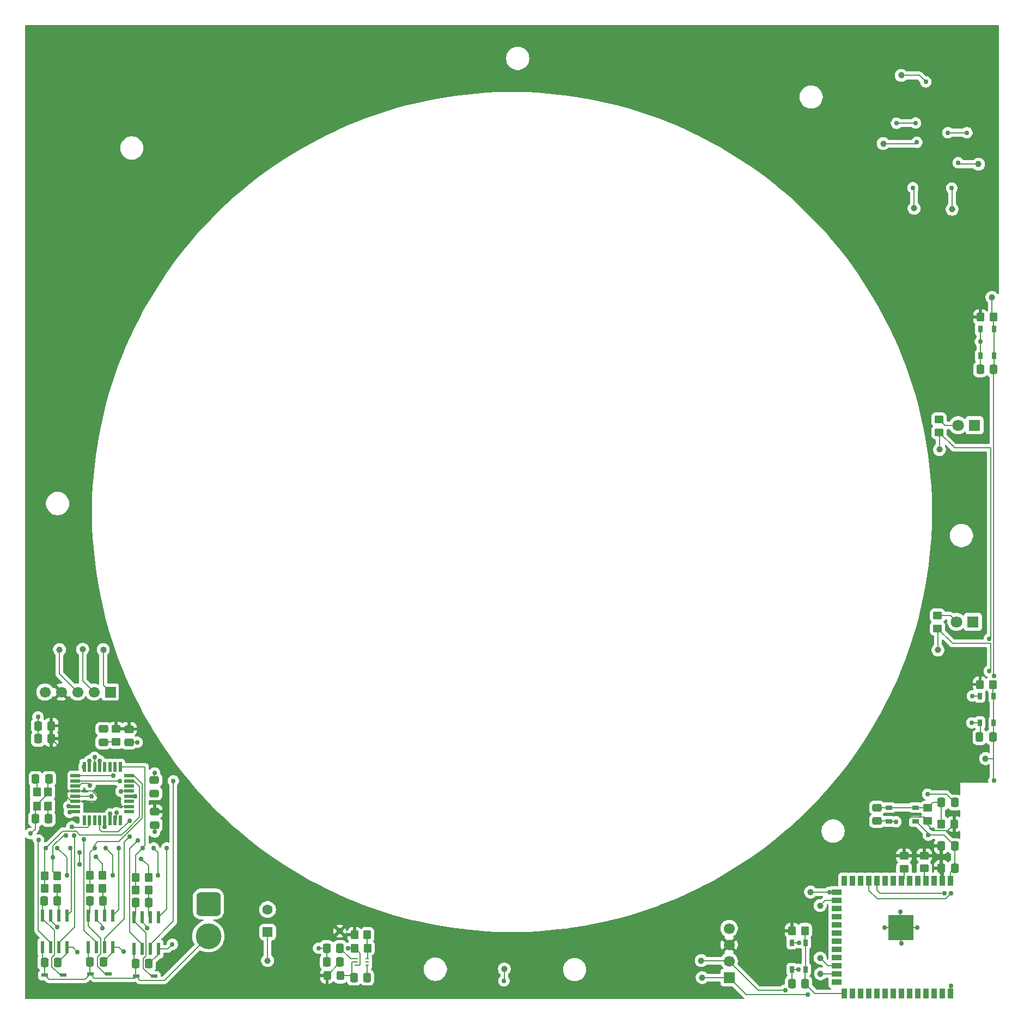
<source format=gbr>
%TF.GenerationSoftware,KiCad,Pcbnew,9.0.6*%
%TF.CreationDate,2025-12-17T16:52:13-05:00*%
%TF.ProjectId,HMS,484d532e-6b69-4636-9164-5f7063625858,rev?*%
%TF.SameCoordinates,Original*%
%TF.FileFunction,Copper,L1,Top*%
%TF.FilePolarity,Positive*%
%FSLAX46Y46*%
G04 Gerber Fmt 4.6, Leading zero omitted, Abs format (unit mm)*
G04 Created by KiCad (PCBNEW 9.0.6) date 2025-12-17 16:52:13*
%MOMM*%
%LPD*%
G01*
G04 APERTURE LIST*
G04 Aperture macros list*
%AMRoundRect*
0 Rectangle with rounded corners*
0 $1 Rounding radius*
0 $2 $3 $4 $5 $6 $7 $8 $9 X,Y pos of 4 corners*
0 Add a 4 corners polygon primitive as box body*
4,1,4,$2,$3,$4,$5,$6,$7,$8,$9,$2,$3,0*
0 Add four circle primitives for the rounded corners*
1,1,$1+$1,$2,$3*
1,1,$1+$1,$4,$5*
1,1,$1+$1,$6,$7*
1,1,$1+$1,$8,$9*
0 Add four rect primitives between the rounded corners*
20,1,$1+$1,$2,$3,$4,$5,0*
20,1,$1+$1,$4,$5,$6,$7,0*
20,1,$1+$1,$6,$7,$8,$9,0*
20,1,$1+$1,$8,$9,$2,$3,0*%
G04 Aperture macros list end*
%TA.AperFunction,SMDPad,CuDef*%
%ADD10RoundRect,0.250000X0.350000X0.450000X-0.350000X0.450000X-0.350000X-0.450000X0.350000X-0.450000X0*%
%TD*%
%TA.AperFunction,SMDPad,CuDef*%
%ADD11RoundRect,0.250000X-0.337500X-0.475000X0.337500X-0.475000X0.337500X0.475000X-0.337500X0.475000X0*%
%TD*%
%TA.AperFunction,SMDPad,CuDef*%
%ADD12RoundRect,0.250000X0.337500X0.475000X-0.337500X0.475000X-0.337500X-0.475000X0.337500X-0.475000X0*%
%TD*%
%TA.AperFunction,ComponentPad*%
%ADD13R,1.800000X1.800000*%
%TD*%
%TA.AperFunction,ComponentPad*%
%ADD14C,1.800000*%
%TD*%
%TA.AperFunction,SMDPad,CuDef*%
%ADD15C,1.000000*%
%TD*%
%TA.AperFunction,SMDPad,CuDef*%
%ADD16RoundRect,0.250000X0.475000X-0.337500X0.475000X0.337500X-0.475000X0.337500X-0.475000X-0.337500X0*%
%TD*%
%TA.AperFunction,SMDPad,CuDef*%
%ADD17R,0.650000X1.050000*%
%TD*%
%TA.AperFunction,SMDPad,CuDef*%
%ADD18R,0.558800X1.981200*%
%TD*%
%TA.AperFunction,SMDPad,CuDef*%
%ADD19RoundRect,0.250000X-0.350000X-0.450000X0.350000X-0.450000X0.350000X0.450000X-0.350000X0.450000X0*%
%TD*%
%TA.AperFunction,SMDPad,CuDef*%
%ADD20RoundRect,0.250000X0.450000X-0.350000X0.450000X0.350000X-0.450000X0.350000X-0.450000X-0.350000X0*%
%TD*%
%TA.AperFunction,ComponentPad*%
%ADD21R,1.700000X1.700000*%
%TD*%
%TA.AperFunction,ComponentPad*%
%ADD22C,1.700000*%
%TD*%
%TA.AperFunction,SMDPad,CuDef*%
%ADD23RoundRect,0.250000X-0.450000X0.350000X-0.450000X-0.350000X0.450000X-0.350000X0.450000X0.350000X0*%
%TD*%
%TA.AperFunction,SMDPad,CuDef*%
%ADD24RoundRect,0.250000X-0.475000X0.337500X-0.475000X-0.337500X0.475000X-0.337500X0.475000X0.337500X0*%
%TD*%
%TA.AperFunction,SMDPad,CuDef*%
%ADD25R,1.050000X0.600000*%
%TD*%
%TA.AperFunction,SMDPad,CuDef*%
%ADD26R,1.050000X0.650000*%
%TD*%
%TA.AperFunction,SMDPad,CuDef*%
%ADD27R,1.200000X1.400000*%
%TD*%
%TA.AperFunction,SMDPad,CuDef*%
%ADD28R,0.609600X0.254000*%
%TD*%
%TA.AperFunction,SMDPad,CuDef*%
%ADD29RoundRect,0.068750X-0.666250X-0.206250X0.666250X-0.206250X0.666250X0.206250X-0.666250X0.206250X0*%
%TD*%
%TA.AperFunction,SMDPad,CuDef*%
%ADD30RoundRect,0.068750X-0.206250X-0.666250X0.206250X-0.666250X0.206250X0.666250X-0.206250X0.666250X0*%
%TD*%
%TA.AperFunction,SMDPad,CuDef*%
%ADD31R,0.900000X1.500000*%
%TD*%
%TA.AperFunction,SMDPad,CuDef*%
%ADD32R,1.500000X0.900000*%
%TD*%
%TA.AperFunction,HeatsinkPad*%
%ADD33R,3.900000X3.900000*%
%TD*%
%TA.AperFunction,ComponentPad*%
%ADD34RoundRect,0.250000X0.550000X-0.550000X0.550000X0.550000X-0.550000X0.550000X-0.550000X-0.550000X0*%
%TD*%
%TA.AperFunction,ComponentPad*%
%ADD35C,1.600000*%
%TD*%
%TA.AperFunction,ComponentPad*%
%ADD36RoundRect,0.760000X-1.140000X1.140000X-1.140000X-1.140000X1.140000X-1.140000X1.140000X1.140000X0*%
%TD*%
%TA.AperFunction,ComponentPad*%
%ADD37C,4.000000*%
%TD*%
%TA.AperFunction,SMDPad,CuDef*%
%ADD38RoundRect,0.250000X0.325000X0.450000X-0.325000X0.450000X-0.325000X-0.450000X0.325000X-0.450000X0*%
%TD*%
%TA.AperFunction,ViaPad*%
%ADD39C,0.762000*%
%TD*%
%TA.AperFunction,Conductor*%
%ADD40C,0.203200*%
%TD*%
G04 APERTURE END LIST*
D10*
%TO.P,R14,1*%
%TO.N,Net-(U6-FB)*%
X73635400Y-167340900D03*
%TO.P,R14,2*%
%TO.N,GNDREF*%
X71635400Y-167340900D03*
%TD*%
D11*
%TO.P,C5,1*%
%TO.N,/BuckRegulator/3V3*%
X162821800Y-151485600D03*
%TO.P,C5,2*%
%TO.N,GNDREF*%
X164896800Y-151485600D03*
%TD*%
D12*
%TO.P,C30,1*%
%TO.N,/MotorDriver/PHASEC*%
X25435000Y-160016400D03*
%TO.P,C30,2*%
%TO.N,Net-(D5-K)*%
X23360000Y-160016400D03*
%TD*%
D13*
%TO.P,D2,1,K*%
%TO.N,GNDREF*%
X167716200Y-116636800D03*
D14*
%TO.P,D2,2,A*%
%TO.N,Net-(D2-A)*%
X165176200Y-116636800D03*
%TD*%
D12*
%TO.P,C7,1*%
%TO.N,/Microcontorller/~{BOOT}*%
X141662400Y-172872400D03*
%TO.P,C7,2*%
%TO.N,GNDREF*%
X139587400Y-172872400D03*
%TD*%
D15*
%TO.P,TP15,1,1*%
%TO.N,/Distance/2V8*%
X156600000Y-31700000D03*
%TD*%
D10*
%TO.P,R5,1*%
%TO.N,/BuckRegulator/3V3*%
X164820600Y-148056600D03*
%TO.P,R5,2*%
%TO.N,/Microcontorller/~{RESET}*%
X162820600Y-148056600D03*
%TD*%
D16*
%TO.P,C27,1*%
%TO.N,GNDREF*%
X40550000Y-148225000D03*
%TO.P,C27,2*%
%TO.N,/BuckRegulator/3V3*%
X40550000Y-146150000D03*
%TD*%
D10*
%TO.P,R25,1*%
%TO.N,/MotorDriver/COMMON*%
X32460000Y-156066400D03*
%TO.P,R25,2*%
%TO.N,/MotorDriver/SensingB*%
X30460000Y-156066400D03*
%TD*%
D15*
%TO.P,TP23,1,1*%
%TO.N,Net-(U3-IO47)*%
X144000000Y-168900000D03*
%TD*%
D17*
%TO.P,SW5,1*%
%TO.N,GNDREF*%
X168895400Y-75283100D03*
%TO.P,SW5,2*%
X168895400Y-71133100D03*
%TO.P,SW5,3*%
%TO.N,/Buttons/Hover*%
X171045400Y-75283100D03*
%TO.P,SW5,4*%
X171045400Y-71133100D03*
%TD*%
D18*
%TO.P,U8,1,VCC*%
%TO.N,/BuckRegulator/Battery*%
X23120000Y-167241400D03*
%TO.P,U8,2,HIN*%
%TO.N,/MotorDriver/CH*%
X24390000Y-167241400D03*
%TO.P,U8,3,LIN*%
%TO.N,/MotorDriver/CL*%
X25660000Y-167241400D03*
%TO.P,U8,4,COM*%
%TO.N,GNDREF*%
X26930000Y-167241400D03*
%TO.P,U8,5,LO*%
%TO.N,/MotorDriver/GLC*%
X26930000Y-162313800D03*
%TO.P,U8,6,VS*%
%TO.N,/MotorDriver/PHASEC*%
X25660000Y-162313800D03*
%TO.P,U8,7,HO*%
%TO.N,/MotorDriver/GHC*%
X24390000Y-162313800D03*
%TO.P,U8,8,VB*%
%TO.N,Net-(D5-K)*%
X23120000Y-162313800D03*
%TD*%
D19*
%TO.P,R24,1*%
%TO.N,/MotorDriver/SensingC*%
X23410000Y-158041400D03*
%TO.P,R24,2*%
%TO.N,/MotorDriver/PHASEC*%
X25410000Y-158041400D03*
%TD*%
D17*
%TO.P,SW1,1*%
%TO.N,GNDREF*%
X139576400Y-170653400D03*
%TO.P,SW1,2*%
X139576400Y-166503400D03*
%TO.P,SW1,3*%
%TO.N,/Microcontorller/~{BOOT}*%
X141726400Y-170653400D03*
%TO.P,SW1,4*%
X141726400Y-166503400D03*
%TD*%
D15*
%TO.P,TP19,1,1*%
%TO.N,/MotorDriver/Rx*%
X29350000Y-120900000D03*
%TD*%
D16*
%TO.P,C20,1*%
%TO.N,Net-(U4-AREF)*%
X40500000Y-143300000D03*
%TO.P,C20,2*%
%TO.N,GNDREF*%
X40500000Y-141225000D03*
%TD*%
D10*
%TO.P,R23,1*%
%TO.N,/MotorDriver/COMMON*%
X25435000Y-156116400D03*
%TO.P,R23,2*%
%TO.N,/MotorDriver/SensingC*%
X23435000Y-156116400D03*
%TD*%
D11*
%TO.P,C11,1*%
%TO.N,/BuckRegulator/3V3*%
X162821800Y-154914600D03*
%TO.P,C11,2*%
%TO.N,GNDREF*%
X164896800Y-154914600D03*
%TD*%
D20*
%TO.P,R6,1*%
%TO.N,/BuckRegulator/3V3*%
X160733600Y-147551600D03*
%TO.P,R6,2*%
%TO.N,/Microcontorller/~{RESET}*%
X160733600Y-145551600D03*
%TD*%
D15*
%TO.P,TP21,1,1*%
%TO.N,/Microcontorller/PWM*%
X142500000Y-158650000D03*
%TD*%
D21*
%TO.P,J3,1,Pin_1*%
%TO.N,/MotorDriver/DTR*%
X33650000Y-127550000D03*
D22*
%TO.P,J3,2,Pin_2*%
%TO.N,/MotorDriver/Rx*%
X31110000Y-127550000D03*
%TO.P,J3,3,Pin_3*%
%TO.N,/MotorDriver/Tx*%
X28570000Y-127550000D03*
%TO.P,J3,4,Pin_4*%
%TO.N,/BuckRegulator/3V3*%
X26030000Y-127550000D03*
%TO.P,J3,5,Pin_5*%
%TO.N,GNDREF*%
X23490000Y-127550000D03*
%TD*%
D15*
%TO.P,TP20,1,1*%
%TO.N,/MotorDriver/DTR*%
X32550000Y-120950000D03*
%TD*%
D20*
%TO.P,R8,1*%
%TO.N,/LED/RED LED*%
X162458400Y-87166200D03*
%TO.P,R8,2*%
%TO.N,Net-(D1-A)*%
X162458400Y-85166200D03*
%TD*%
D12*
%TO.P,C26,1*%
%TO.N,/BuckRegulator/3V3*%
X24500000Y-134800000D03*
%TO.P,C26,2*%
%TO.N,GNDREF*%
X22425000Y-134800000D03*
%TD*%
D23*
%TO.P,R10,1*%
%TO.N,/BuckRegulator/3V3*%
X160172400Y-152965400D03*
%TO.P,R10,2*%
%TO.N,/Distance/SCL*%
X160172400Y-154965400D03*
%TD*%
D15*
%TO.P,TP6,1,1*%
%TO.N,/BuckRegulator/3V3*%
X69300000Y-164700000D03*
%TD*%
D20*
%TO.P,R9,1*%
%TO.N,/LED/GREEN LED*%
X162234800Y-117678200D03*
%TO.P,R9,2*%
%TO.N,Net-(D2-A)*%
X162234800Y-115678200D03*
%TD*%
D17*
%TO.P,SW6,1*%
%TO.N,GNDREF*%
X168812800Y-132331500D03*
%TO.P,SW6,2*%
X168812800Y-128181500D03*
%TO.P,SW6,3*%
%TO.N,/Buttons/Land*%
X170962800Y-132331500D03*
%TO.P,SW6,4*%
X170962800Y-128181500D03*
%TD*%
D24*
%TO.P,C28,1*%
%TO.N,/BuckRegulator/3V3*%
X36539800Y-133305600D03*
%TO.P,C28,2*%
%TO.N,GNDREF*%
X36539800Y-135380600D03*
%TD*%
D15*
%TO.P,TP11,1,1*%
%TO.N,/Distance/SCL*%
X164500000Y-52500000D03*
%TD*%
%TO.P,TP10,1,1*%
%TO.N,/Microcontorller/Tx*%
X125500000Y-169300000D03*
%TD*%
D19*
%TO.P,R27,1*%
%TO.N,/MotorDriver/SensingB*%
X30460000Y-158066400D03*
%TO.P,R27,2*%
%TO.N,/MotorDriver/PHASEB*%
X32460000Y-158066400D03*
%TD*%
D15*
%TO.P,TP4,1,1*%
%TO.N,/BuckRegulator/Battery*%
X58100000Y-169300000D03*
%TD*%
D25*
%TO.P,D5,1,K*%
%TO.N,Net-(D5-K)*%
X26285000Y-171566400D03*
%TO.P,D5,2,A*%
%TO.N,/BuckRegulator/Battery*%
X23485000Y-171566400D03*
%TD*%
D19*
%TO.P,R15,1*%
%TO.N,/BuckRegulator/3V3*%
X168910000Y-69291200D03*
%TO.P,R15,2*%
%TO.N,/Buttons/Hover*%
X170910000Y-69291200D03*
%TD*%
D23*
%TO.P,R11,1*%
%TO.N,/BuckRegulator/3V3*%
X157022800Y-153016200D03*
%TO.P,R11,2*%
%TO.N,/Distance/SDA*%
X157022800Y-155016200D03*
%TD*%
D12*
%TO.P,C22,1*%
%TO.N,/MotorDriver/PHASEA*%
X39660000Y-160241400D03*
%TO.P,C22,2*%
%TO.N,Net-(D3-K)*%
X37585000Y-160241400D03*
%TD*%
%TO.P,C9,1*%
%TO.N,Net-(U6-BST)*%
X73600000Y-171950000D03*
%TO.P,C9,2*%
%TO.N,Net-(U6-SW)*%
X71525000Y-171950000D03*
%TD*%
D18*
%TO.P,U5,1,VCC*%
%TO.N,/BuckRegulator/Battery*%
X37305000Y-167480200D03*
%TO.P,U5,2,HIN*%
%TO.N,/MotorDriver/AH*%
X38575000Y-167480200D03*
%TO.P,U5,3,LIN*%
%TO.N,/MotorDriver/AL*%
X39845000Y-167480200D03*
%TO.P,U5,4,COM*%
%TO.N,GNDREF*%
X41115000Y-167480200D03*
%TO.P,U5,5,LO*%
%TO.N,/MotorDriver/GLA*%
X41115000Y-162552600D03*
%TO.P,U5,6,VS*%
%TO.N,/MotorDriver/PHASEA*%
X39845000Y-162552600D03*
%TO.P,U5,7,HO*%
%TO.N,/MotorDriver/GHA*%
X38575000Y-162552600D03*
%TO.P,U5,8,VB*%
%TO.N,Net-(D3-K)*%
X37305000Y-162552600D03*
%TD*%
%TO.P,U7,1,VCC*%
%TO.N,/BuckRegulator/Battery*%
X30215000Y-167194000D03*
%TO.P,U7,2,HIN*%
%TO.N,/MotorDriver/BH*%
X31485000Y-167194000D03*
%TO.P,U7,3,LIN*%
%TO.N,/MotorDriver/BL*%
X32755000Y-167194000D03*
%TO.P,U7,4,COM*%
%TO.N,GNDREF*%
X34025000Y-167194000D03*
%TO.P,U7,5,LO*%
%TO.N,/MotorDriver/GLB*%
X34025000Y-162266400D03*
%TO.P,U7,6,VS*%
%TO.N,/MotorDriver/PHASEB*%
X32755000Y-162266400D03*
%TO.P,U7,7,HO*%
%TO.N,/MotorDriver/GHB*%
X31485000Y-162266400D03*
%TO.P,U7,8,VB*%
%TO.N,Net-(D4-K)*%
X30215000Y-162266400D03*
%TD*%
D24*
%TO.P,C19,1*%
%TO.N,/MotorDriver/DTR*%
X32568800Y-133292200D03*
%TO.P,C19,2*%
%TO.N,/MotorDriver/~{RESET}*%
X32568800Y-135367200D03*
%TD*%
D26*
%TO.P,SW2,1*%
%TO.N,GNDREF*%
X158800000Y-147650000D03*
%TO.P,SW2,2*%
X154650000Y-147650000D03*
%TO.P,SW2,3*%
%TO.N,/Microcontorller/~{RESET}*%
X158800000Y-145500000D03*
%TO.P,SW2,4*%
X154650000Y-145500000D03*
%TD*%
D11*
%TO.P,C21,1*%
%TO.N,/BuckRegulator/Battery*%
X37585000Y-169791400D03*
%TO.P,C21,2*%
%TO.N,GNDREF*%
X39660000Y-169791400D03*
%TD*%
D24*
%TO.P,C8,1*%
%TO.N,/Microcontorller/~{RESET}*%
X152829400Y-145525400D03*
%TO.P,C8,2*%
%TO.N,GNDREF*%
X152829400Y-147600400D03*
%TD*%
D11*
%TO.P,C4,1*%
%TO.N,/Microcontorller/~{RESET}*%
X162847200Y-144729200D03*
%TO.P,C4,2*%
%TO.N,GNDREF*%
X164922200Y-144729200D03*
%TD*%
D19*
%TO.P,R30,1*%
%TO.N,/MotorDriver/SensingA*%
X37610000Y-158291400D03*
%TO.P,R30,2*%
%TO.N,/MotorDriver/PHASEA*%
X39610000Y-158291400D03*
%TD*%
D15*
%TO.P,TP12,1,1*%
%TO.N,/Distance/SDA*%
X158600000Y-52350000D03*
%TD*%
D27*
%TO.P,Y1,1*%
%TO.N,Net-(U4-PB6)*%
X22231700Y-143048200D03*
%TO.P,Y1,2,GND*%
%TO.N,GNDREF*%
X22231700Y-145248200D03*
%TO.P,Y1,3*%
%TO.N,Net-(U4-PB7)*%
X23931700Y-145248200D03*
%TO.P,Y1,4,GND__1*%
%TO.N,GNDREF*%
X23931700Y-143048200D03*
%TD*%
D13*
%TO.P,D1,1,K*%
%TO.N,GNDREF*%
X167970200Y-86080600D03*
D14*
%TO.P,D1,2,A*%
%TO.N,Net-(D1-A)*%
X165430200Y-86080600D03*
%TD*%
D15*
%TO.P,TP7,1,1*%
%TO.N,/Buttons/Hover*%
X170700000Y-66200000D03*
%TD*%
D11*
%TO.P,C29,1*%
%TO.N,/BuckRegulator/Battery*%
X23410000Y-169566400D03*
%TO.P,C29,2*%
%TO.N,GNDREF*%
X25485000Y-169566400D03*
%TD*%
D21*
%TO.P,J4,1,Pin_1*%
%TO.N,/Microcontorller/Rx*%
X129845200Y-171922600D03*
D22*
%TO.P,J4,2,Pin_2*%
%TO.N,/Microcontorller/Tx*%
X129845200Y-169382600D03*
%TO.P,J4,3,Pin_3*%
%TO.N,/BuckRegulator/3V3*%
X129845200Y-166842600D03*
%TO.P,J4,4,Pin_4*%
%TO.N,GNDREF*%
X129845200Y-164302600D03*
%TD*%
D15*
%TO.P,TP14,1,1*%
%TO.N,/LED/RED LED*%
X162550000Y-89850000D03*
%TD*%
D12*
%TO.P,C18,1*%
%TO.N,/Buttons/Land*%
X170850000Y-134550000D03*
%TO.P,C18,2*%
%TO.N,GNDREF*%
X168775000Y-134550000D03*
%TD*%
D11*
%TO.P,C10,1*%
%TO.N,GNDREF*%
X67300000Y-169500000D03*
%TO.P,C10,2*%
%TO.N,/BuckRegulator/3V3*%
X69375000Y-169500000D03*
%TD*%
D25*
%TO.P,D3,1,K*%
%TO.N,Net-(D3-K)*%
X40435000Y-171741400D03*
%TO.P,D3,2,A*%
%TO.N,/BuckRegulator/Battery*%
X37635000Y-171741400D03*
%TD*%
%TO.P,D4,1,K*%
%TO.N,Net-(D4-K)*%
X33335000Y-171391400D03*
%TO.P,D4,2,A*%
%TO.N,/BuckRegulator/Battery*%
X30535000Y-171391400D03*
%TD*%
D15*
%TO.P,TP16,1,1*%
%TO.N,/Distance/SCL_2.8 V*%
X168600000Y-45500000D03*
%TD*%
D11*
%TO.P,C14,1*%
%TO.N,Net-(U4-PB6)*%
X22050000Y-141050000D03*
%TO.P,C14,2*%
%TO.N,GNDREF*%
X24125000Y-141050000D03*
%TD*%
D15*
%TO.P,TP22,1,1*%
%TO.N,Net-(U3-IO46)*%
X144000000Y-160750000D03*
%TD*%
D12*
%TO.P,C17,1*%
%TO.N,/Buttons/Hover*%
X170942000Y-77393800D03*
%TO.P,C17,2*%
%TO.N,GNDREF*%
X168867000Y-77393800D03*
%TD*%
D15*
%TO.P,TP18,1,1*%
%TO.N,/MotorDriver/Tx*%
X25750000Y-120950000D03*
%TD*%
D28*
%TO.P,U6,1,VIN*%
%TO.N,/BuckRegulator/Battery*%
X71849700Y-169025301D03*
%TO.P,U6,2,SW*%
%TO.N,Net-(U6-SW)*%
X71849700Y-169525300D03*
%TO.P,U6,3,GND*%
%TO.N,GNDREF*%
X71849700Y-170025299D03*
%TO.P,U6,4,BST*%
%TO.N,Net-(U6-BST)*%
X73551500Y-170025299D03*
%TO.P,U6,5,EN*%
%TO.N,unconnected-(U6-EN-Pad5)*%
X73551500Y-169525300D03*
%TO.P,U6,6,FB*%
%TO.N,Net-(U6-FB)*%
X73551500Y-169025301D03*
%TD*%
D15*
%TO.P,TP8,1,1*%
%TO.N,/Buttons/Land*%
X169700000Y-137900000D03*
%TD*%
D12*
%TO.P,C24,1*%
%TO.N,/MotorDriver/PHASEB*%
X32535000Y-160016400D03*
%TO.P,C24,2*%
%TO.N,Net-(D4-K)*%
X30460000Y-160016400D03*
%TD*%
%TO.P,C13,1*%
%TO.N,Net-(U4-PB7)*%
X24056600Y-147247600D03*
%TO.P,C13,2*%
%TO.N,GNDREF*%
X21981600Y-147247600D03*
%TD*%
D20*
%TO.P,R21,1*%
%TO.N,/MotorDriver/~{RESET}*%
X34550000Y-135300000D03*
%TO.P,R21,2*%
%TO.N,/BuckRegulator/3V3*%
X34550000Y-133300000D03*
%TD*%
D29*
%TO.P,U4,1,PD3*%
%TO.N,/MotorDriver/BL*%
X28230000Y-140550000D03*
%TO.P,U4,2,PD4*%
%TO.N,/MotorDriver/AL*%
X28230000Y-141350000D03*
%TO.P,U4,3,GND*%
%TO.N,GNDREF*%
X28230000Y-142150000D03*
%TO.P,U4,4,VCC*%
%TO.N,/BuckRegulator/3V3*%
X28230000Y-142950000D03*
%TO.P,U4,5,GND__1*%
%TO.N,GNDREF*%
X28230000Y-143750000D03*
%TO.P,U4,6,VCC__1*%
%TO.N,/BuckRegulator/3V3*%
X28230000Y-144550000D03*
%TO.P,U4,7,PB6*%
%TO.N,Net-(U4-PB6)*%
X28230000Y-145350000D03*
%TO.P,U4,8,PB7*%
%TO.N,Net-(U4-PB7)*%
X28230000Y-146150000D03*
D30*
%TO.P,U4,9,PD5*%
%TO.N,unconnected-(U4-PD5-Pad9)*%
X29600000Y-147520000D03*
%TO.P,U4,10,PD6*%
%TO.N,/MotorDriver/COMMON*%
X30400000Y-147520000D03*
%TO.P,U4,11,PD7*%
%TO.N,unconnected-(U4-PD7-Pad11)*%
X31200000Y-147520000D03*
%TO.P,U4,12,PB0*%
%TO.N,/Microcontorller/PWM*%
X32000000Y-147520000D03*
%TO.P,U4,13,PB1*%
%TO.N,/MotorDriver/AH*%
X32800000Y-147520000D03*
%TO.P,U4,14,PB2*%
%TO.N,/MotorDriver/BH*%
X33600000Y-147520000D03*
%TO.P,U4,15,PB3*%
%TO.N,/MotorDriver/CH*%
X34400000Y-147520000D03*
%TO.P,U4,16,PB4*%
%TO.N,unconnected-(U4-PB4-Pad16)*%
X35200000Y-147520000D03*
D29*
%TO.P,U4,17,PB5*%
%TO.N,unconnected-(U4-PB5-Pad17)*%
X36570000Y-146150000D03*
%TO.P,U4,18,AVCC*%
%TO.N,/BuckRegulator/3V3*%
X36570000Y-145350000D03*
%TO.P,U4,19,ADC6*%
%TO.N,unconnected-(U4-ADC6-Pad19)*%
X36570000Y-144550000D03*
%TO.P,U4,20,AREF*%
%TO.N,Net-(U4-AREF)*%
X36570000Y-143750000D03*
%TO.P,U4,21,GND__2*%
%TO.N,GNDREF*%
X36570000Y-142950000D03*
%TO.P,U4,22,ADC7*%
%TO.N,unconnected-(U4-ADC7-Pad22)*%
X36570000Y-142150000D03*
%TO.P,U4,23,PC0*%
%TO.N,/MotorDriver/SensingC*%
X36570000Y-141350000D03*
%TO.P,U4,24,PC1*%
%TO.N,/MotorDriver/SensingB*%
X36570000Y-140550000D03*
D30*
%TO.P,U4,25,PC2*%
%TO.N,/MotorDriver/SensingA*%
X35200000Y-139180000D03*
%TO.P,U4,26,PC3*%
%TO.N,unconnected-(U4-PC3-Pad26)*%
X34400000Y-139180000D03*
%TO.P,U4,27,PC4*%
%TO.N,unconnected-(U4-PC4-Pad27)*%
X33600000Y-139180000D03*
%TO.P,U4,28,PC5*%
%TO.N,unconnected-(U4-PC5-Pad28)*%
X32800000Y-139180000D03*
%TO.P,U4,29,PC6/~{RESET}*%
%TO.N,/MotorDriver/~{RESET}*%
X32000000Y-139180000D03*
%TO.P,U4,30,PD0*%
%TO.N,/MotorDriver/Rx*%
X31200000Y-139180000D03*
%TO.P,U4,31,PD1*%
%TO.N,/MotorDriver/Tx*%
X30400000Y-139180000D03*
%TO.P,U4,32,PD2*%
%TO.N,/MotorDriver/CL*%
X29600000Y-139180000D03*
%TD*%
D15*
%TO.P,TP5,1,1*%
%TO.N,GNDREF*%
X94900000Y-170600000D03*
%TD*%
D19*
%TO.P,R16,1*%
%TO.N,/BuckRegulator/3V3*%
X168859200Y-126365000D03*
%TO.P,R16,2*%
%TO.N,/Buttons/Land*%
X170859200Y-126365000D03*
%TD*%
D10*
%TO.P,R28,1*%
%TO.N,/MotorDriver/COMMON*%
X39585000Y-156341400D03*
%TO.P,R28,2*%
%TO.N,/MotorDriver/SensingA*%
X37585000Y-156341400D03*
%TD*%
D31*
%TO.P,U3,1,GND*%
%TO.N,GNDREF*%
X164282600Y-156899000D03*
%TO.P,U3,2,3V3*%
%TO.N,/BuckRegulator/3V3*%
X163012600Y-156899000D03*
%TO.P,U3,3,EN*%
%TO.N,/Microcontorller/~{RESET}*%
X161742600Y-156899000D03*
%TO.P,U3,4,IO4*%
%TO.N,/Distance/SCL*%
X160472600Y-156899000D03*
%TO.P,U3,5,IO5*%
%TO.N,unconnected-(U3-IO5-Pad5)*%
X159202600Y-156899000D03*
%TO.P,U3,6,IO6*%
%TO.N,unconnected-(U3-IO6-Pad6)*%
X157932600Y-156899000D03*
%TO.P,U3,7,IO7*%
%TO.N,/Distance/SDA*%
X156662600Y-156899000D03*
%TO.P,U3,8,IO15*%
%TO.N,/Buttons/Hover*%
X155392600Y-156899000D03*
%TO.P,U3,9,IO16*%
%TO.N,/Buttons/Land*%
X154122600Y-156899000D03*
%TO.P,U3,10,IO17*%
%TO.N,/LED/RED LED*%
X152852600Y-156899000D03*
%TO.P,U3,11,IO18*%
%TO.N,/LED/GREEN LED*%
X151582600Y-156899000D03*
%TO.P,U3,12,IO8*%
%TO.N,unconnected-(U3-IO8-Pad12)*%
X150312600Y-156899000D03*
%TO.P,U3,13,USB_D-*%
%TO.N,unconnected-(U3-USB_D--Pad13)*%
X149042600Y-156899000D03*
%TO.P,U3,14,USB_D+*%
%TO.N,unconnected-(U3-USB_D+-Pad14)*%
X147772600Y-156899000D03*
D32*
%TO.P,U3,15,IO3*%
%TO.N,/Microcontorller/PWM*%
X146522600Y-158664000D03*
%TO.P,U3,16,IO46*%
%TO.N,Net-(U3-IO46)*%
X146522600Y-159934000D03*
%TO.P,U3,17,IO9*%
%TO.N,unconnected-(U3-IO9-Pad17)*%
X146522600Y-161204000D03*
%TO.P,U3,18,IO10*%
%TO.N,unconnected-(U3-IO10-Pad18)*%
X146522600Y-162474000D03*
%TO.P,U3,19,IO11*%
%TO.N,unconnected-(U3-IO11-Pad19)*%
X146522600Y-163744000D03*
%TO.P,U3,20,IO12*%
%TO.N,unconnected-(U3-IO12-Pad20)*%
X146522600Y-165014000D03*
%TO.P,U3,21,IO13*%
%TO.N,unconnected-(U3-IO13-Pad21)*%
X146522600Y-166284000D03*
%TO.P,U3,22,IO14*%
%TO.N,unconnected-(U3-IO14-Pad22)*%
X146522600Y-167554000D03*
%TO.P,U3,23,IO21*%
%TO.N,unconnected-(U3-IO21-Pad23)*%
X146522600Y-168824000D03*
%TO.P,U3,24,IO47*%
%TO.N,Net-(U3-IO47)*%
X146522600Y-170094000D03*
%TO.P,U3,25,IO48*%
%TO.N,Net-(U3-IO48)*%
X146522600Y-171364000D03*
%TO.P,U3,26,IO45*%
%TO.N,unconnected-(U3-IO45-Pad26)*%
X146522600Y-172634000D03*
D31*
%TO.P,U3,27,IO0*%
%TO.N,/Microcontorller/~{BOOT}*%
X147772600Y-174399000D03*
%TO.P,U3,28,IO35*%
%TO.N,unconnected-(U3-IO35-Pad28)*%
X149042600Y-174399000D03*
%TO.P,U3,29,IO36*%
%TO.N,unconnected-(U3-IO36-Pad29)*%
X150312600Y-174399000D03*
%TO.P,U3,30,IO37*%
%TO.N,unconnected-(U3-IO37-Pad30)*%
X151582600Y-174399000D03*
%TO.P,U3,31,IO38*%
%TO.N,unconnected-(U3-IO38-Pad31)*%
X152852600Y-174399000D03*
%TO.P,U3,32,IO39*%
%TO.N,unconnected-(U3-IO39-Pad32)*%
X154122600Y-174399000D03*
%TO.P,U3,33,IO40*%
%TO.N,unconnected-(U3-IO40-Pad33)*%
X155392600Y-174399000D03*
%TO.P,U3,34,IO41*%
%TO.N,unconnected-(U3-IO41-Pad34)*%
X156662600Y-174399000D03*
%TO.P,U3,35,IO42*%
%TO.N,unconnected-(U3-IO42-Pad35)*%
X157932600Y-174399000D03*
%TO.P,U3,36,RXD0*%
%TO.N,/Microcontorller/Rx*%
X159202600Y-174399000D03*
%TO.P,U3,37,TXD0*%
%TO.N,/Microcontorller/Tx*%
X160472600Y-174399000D03*
%TO.P,U3,38,IO2*%
%TO.N,unconnected-(U3-IO2-Pad38)*%
X161742600Y-174399000D03*
%TO.P,U3,39,IO1*%
%TO.N,unconnected-(U3-IO1-Pad39)*%
X163012600Y-174399000D03*
%TO.P,U3,40,GND*%
%TO.N,GNDREF*%
X164282600Y-174399000D03*
D33*
%TO.P,U3,41,GND*%
X156562600Y-164149000D03*
%TD*%
D12*
%TO.P,C25,1*%
%TO.N,/BuckRegulator/3V3*%
X24500000Y-132800000D03*
%TO.P,C25,2*%
%TO.N,GNDREF*%
X22425000Y-132800000D03*
%TD*%
D34*
%TO.P,C12,1*%
%TO.N,/BuckRegulator/Battery*%
X58100000Y-164850000D03*
D35*
%TO.P,C12,2*%
%TO.N,GNDREF*%
X58100000Y-161350000D03*
%TD*%
D36*
%TO.P,J2,1,Pin_1*%
%TO.N,GNDREF*%
X48900000Y-160500000D03*
D37*
%TO.P,J2,2,Pin_2*%
%TO.N,/BuckRegulator/Battery*%
X48900000Y-165500000D03*
%TD*%
D11*
%TO.P,C23,1*%
%TO.N,/BuckRegulator/Battery*%
X30485000Y-169466400D03*
%TO.P,C23,2*%
%TO.N,GNDREF*%
X32560000Y-169466400D03*
%TD*%
D12*
%TO.P,C6,1*%
%TO.N,/BuckRegulator/Battery*%
X69375000Y-167350000D03*
%TO.P,C6,2*%
%TO.N,GNDREF*%
X67300000Y-167350000D03*
%TD*%
D15*
%TO.P,TP9,1,1*%
%TO.N,/Microcontorller/Rx*%
X125650000Y-171950000D03*
%TD*%
%TO.P,TP24,1,1*%
%TO.N,Net-(U3-IO48)*%
X144050000Y-171350000D03*
%TD*%
%TO.P,TP13,1,1*%
%TO.N,/LED/GREEN LED*%
X162300000Y-121000000D03*
%TD*%
%TO.P,TP17,1,1*%
%TO.N,/Distance/SDA_2.8 V*%
X153800000Y-42300000D03*
%TD*%
D19*
%TO.P,R13,1*%
%TO.N,/BuckRegulator/3V3*%
X71600000Y-165300000D03*
%TO.P,R13,2*%
%TO.N,Net-(U6-FB)*%
X73600000Y-165300000D03*
%TD*%
D38*
%TO.P,L1,1,1*%
%TO.N,Net-(U6-SW)*%
X69400000Y-171650000D03*
%TO.P,L1,2,2*%
%TO.N,/BuckRegulator/3V3*%
X67350000Y-171650000D03*
%TD*%
D19*
%TO.P,R7,1*%
%TO.N,/BuckRegulator/3V3*%
X139630400Y-164642800D03*
%TO.P,R7,2*%
%TO.N,/Microcontorller/~{BOOT}*%
X141630400Y-164642800D03*
%TD*%
D39*
%TO.N,/Distance/2V8*%
X160413601Y-32702401D03*
%TO.N,/Distance/SDA_2.8 V*%
X159016601Y-42100401D03*
%TO.N,/Distance/SCL_2.8 V*%
X165459401Y-45268000D03*
%TO.N,/BuckRegulator/Battery*%
X69375000Y-167350000D03*
%TO.N,/MotorDriver/PHASEA*%
X39660000Y-160350000D03*
%TO.N,/MotorDriver/PHASEB*%
X32535000Y-160016400D03*
%TO.N,/MotorDriver/PHASEC*%
X25435000Y-160016400D03*
%TO.N,GNDREF*%
X156650000Y-166600000D03*
X40550000Y-140150000D03*
X158813401Y-39095401D03*
X140700000Y-166500000D03*
X168895400Y-73100000D03*
X155200000Y-164149000D03*
X159050000Y-164150000D03*
X163850000Y-40600000D03*
X35700000Y-167900000D03*
X160700000Y-143450000D03*
X37800000Y-135350000D03*
X28864200Y-154350000D03*
X30500000Y-142035800D03*
X154000000Y-164150000D03*
X156450000Y-163050000D03*
X156500000Y-161750000D03*
X94850000Y-172450000D03*
X140650000Y-170650000D03*
X156562600Y-164200000D03*
X156562600Y-165450000D03*
X28864200Y-152514200D03*
X66000000Y-167350000D03*
X40550000Y-149300000D03*
X21250000Y-149550000D03*
X155850000Y-39150000D03*
X167650000Y-128150000D03*
X164300000Y-173200000D03*
X157850000Y-164149000D03*
X70600000Y-167400000D03*
X167550000Y-132350000D03*
X30700000Y-143800000D03*
X43300000Y-166750000D03*
X28550000Y-167950000D03*
X22400000Y-131400000D03*
X35300000Y-143000000D03*
X160800000Y-149800000D03*
X166800000Y-40600000D03*
X155750000Y-147700000D03*
%TO.N,/Microcontorller/Tx*%
X160472600Y-174399000D03*
X138592148Y-173864201D03*
%TO.N,/Microcontorller/Rx*%
X142050000Y-174550000D03*
X159202600Y-174399000D03*
%TO.N,/Buttons/Land*%
X171000000Y-141268000D03*
X154122600Y-156899000D03*
%TO.N,/LED/RED LED*%
X170256200Y-119314200D03*
X163350000Y-158806800D03*
%TO.N,/LED/GREEN LED*%
X170256200Y-124322618D03*
X164339996Y-158806800D03*
%TO.N,/Microcontorller/PWM*%
X36626991Y-147576991D03*
X145450000Y-158700000D03*
%TO.N,/Microcontorller/~{RESET}*%
X161742600Y-156899000D03*
X162820600Y-148056600D03*
%TO.N,/Buttons/Hover*%
X155392600Y-156899000D03*
X171000000Y-125080800D03*
%TO.N,/MotorDriver/GLC*%
X27420000Y-151791400D03*
%TO.N,/MotorDriver/BH*%
X33638169Y-146510086D03*
X29550000Y-150435800D03*
%TO.N,/MotorDriver/CH*%
X34587139Y-146333814D03*
X22500000Y-150550000D03*
%TO.N,/MotorDriver/CL*%
X29540800Y-139180000D03*
X28050000Y-149864200D03*
%TO.N,/MotorDriver/GLA*%
X42395000Y-151791400D03*
%TO.N,/MotorDriver/AH*%
X37965921Y-150581043D03*
X32799999Y-148460987D03*
%TO.N,/MotorDriver/GHB*%
X32400000Y-164216400D03*
%TO.N,/MotorDriver/BL*%
X34150000Y-140550000D03*
X36650000Y-150064200D03*
%TO.N,/MotorDriver/GHA*%
X39400000Y-164241400D03*
%TO.N,/MotorDriver/GLB*%
X34945000Y-151791400D03*
%TO.N,/MotorDriver/GHC*%
X25413342Y-164093473D03*
%TO.N,/MotorDriver/AL*%
X43450000Y-141350000D03*
X35100000Y-141350000D03*
%TO.N,/MotorDriver/~{RESET}*%
X32568800Y-135367200D03*
X31999999Y-138239013D03*
%TO.N,/MotorDriver/Tx*%
X30400001Y-138239013D03*
%TO.N,/MotorDriver/Rx*%
X31199999Y-137698999D03*
%TO.N,/MotorDriver/SensingC*%
X23645000Y-151791400D03*
%TO.N,/MotorDriver/COMMON*%
X38400000Y-153485800D03*
X27650000Y-148491600D03*
X24733200Y-153250000D03*
X26750000Y-149864200D03*
X31400000Y-153200000D03*
%TO.N,/MotorDriver/SensingB*%
X31195000Y-151766400D03*
%TO.N,/MotorDriver/SensingA*%
X38670000Y-151791400D03*
%TO.N,/BuckRegulator/3V3*%
X160550000Y-26500000D03*
X161450000Y-49161601D03*
%TO.N,/MotorDriver/DTR*%
X32568800Y-133292200D03*
%TO.N,/Distance/SDA*%
X157022800Y-155016200D03*
X158413601Y-49161601D03*
%TO.N,/Distance/SCL*%
X160172400Y-154965400D03*
X164452201Y-49212401D03*
%TO.N,Net-(U4-PB6)*%
X27189073Y-145291195D03*
X22231700Y-143048200D03*
%TO.N,Net-(U4-AREF)*%
X40500000Y-143300000D03*
X37510987Y-143750001D03*
%TO.N,Net-(U4-PB7)*%
X24056600Y-147247600D03*
X27300000Y-146250000D03*
%TO.N,Net-(Q8-G)*%
X26900000Y-156050000D03*
X25420000Y-151791400D03*
%TO.N,Net-(Q6-G)*%
X34050000Y-156050000D03*
X32945000Y-151791400D03*
%TO.N,Net-(Q4-G)*%
X40395000Y-151791400D03*
X41100000Y-156000000D03*
%TD*%
D40*
%TO.N,/Distance/2V8*%
X156600000Y-31700000D02*
X159411200Y-31700000D01*
X159411200Y-31700000D02*
X160413601Y-32702401D01*
%TO.N,/Distance/SDA_2.8 V*%
X158817002Y-42300000D02*
X159016601Y-42100401D01*
X153800000Y-42300000D02*
X158817002Y-42300000D01*
%TO.N,/Distance/SCL_2.8 V*%
X165691401Y-45500000D02*
X165459401Y-45268000D01*
X168600000Y-45500000D02*
X165691401Y-45500000D01*
%TO.N,/BuckRegulator/Battery*%
X69375000Y-167350000D02*
X71050301Y-169025301D01*
X71050301Y-169025301D02*
X71849700Y-169025301D01*
X37379200Y-171997200D02*
X31140800Y-171997200D01*
X37635000Y-171741400D02*
X37379200Y-171997200D01*
X38240800Y-172347200D02*
X37635000Y-171741400D01*
X37305000Y-169511400D02*
X37585000Y-169791400D01*
X30535000Y-171391400D02*
X29754200Y-172172200D01*
X48900000Y-165500000D02*
X42052800Y-172347200D01*
X23485000Y-169641400D02*
X23410000Y-169566400D01*
X30485000Y-169466400D02*
X30485000Y-171341400D01*
X30215000Y-167194000D02*
X30215000Y-169196400D01*
X37305000Y-167480200D02*
X37305000Y-169511400D01*
X37585000Y-169791400D02*
X37585000Y-171691400D01*
X23120000Y-169276400D02*
X23410000Y-169566400D01*
X29754200Y-172172200D02*
X24090800Y-172172200D01*
X37585000Y-171691400D02*
X37635000Y-171741400D01*
X30485000Y-171341400D02*
X30535000Y-171391400D01*
X31140800Y-171997200D02*
X30535000Y-171391400D01*
X23120000Y-167241400D02*
X23120000Y-169276400D01*
X42052800Y-172347200D02*
X38240800Y-172347200D01*
X30215000Y-169196400D02*
X30485000Y-169466400D01*
X24090800Y-172172200D02*
X23485000Y-171566400D01*
X23485000Y-171566400D02*
X23485000Y-169641400D01*
X58100000Y-169300000D02*
X58100000Y-164850000D01*
%TO.N,/MotorDriver/PHASEA*%
X39660000Y-160241400D02*
X39660000Y-160300000D01*
X39660000Y-162367600D02*
X39845000Y-162552600D01*
X39660000Y-158341400D02*
X39610000Y-158291400D01*
X39660000Y-160241400D02*
X39660000Y-158341400D01*
X39660000Y-160241400D02*
X39660000Y-162367600D01*
%TO.N,/MotorDriver/PHASEB*%
X32755000Y-160236400D02*
X32535000Y-160016400D01*
X32755000Y-162266400D02*
X32755000Y-160236400D01*
X32535000Y-158141400D02*
X32460000Y-158066400D01*
X32535000Y-160016400D02*
X32535000Y-158141400D01*
X32535000Y-160016400D02*
X32535000Y-159950000D01*
%TO.N,/MotorDriver/PHASEC*%
X25660000Y-160241400D02*
X25435000Y-160016400D01*
X25660000Y-162313800D02*
X25660000Y-160241400D01*
X25435000Y-160016400D02*
X25435000Y-158066400D01*
X25435000Y-158066400D02*
X25410000Y-158041400D01*
%TO.N,GNDREF*%
X168903400Y-132422100D02*
X168812800Y-132331500D01*
X156562600Y-164149000D02*
X156450000Y-164036400D01*
X40550000Y-148225000D02*
X40550000Y-149300000D01*
X71635400Y-167340900D02*
X72460300Y-168165800D01*
X22425000Y-132800000D02*
X22425000Y-131425000D01*
X28230000Y-143750000D02*
X30650000Y-143750000D01*
X40500000Y-140200000D02*
X40550000Y-140150000D01*
X168895400Y-73100000D02*
X168895400Y-71133100D01*
X163211200Y-149800000D02*
X160800000Y-149800000D01*
X28864200Y-152514200D02*
X28864200Y-154350000D01*
X35350000Y-142950000D02*
X35300000Y-143000000D01*
X34994000Y-167194000D02*
X35700000Y-167900000D01*
X154001000Y-164149000D02*
X154000000Y-164150000D01*
X21981600Y-147247600D02*
X21981600Y-145498300D01*
X42569800Y-167480200D02*
X43300000Y-166750000D01*
X34025000Y-168001400D02*
X34025000Y-167194000D01*
X157850000Y-164149000D02*
X159049000Y-164149000D01*
X26930000Y-167241400D02*
X27841400Y-167241400D01*
X154700400Y-147600400D02*
X154750000Y-147650000D01*
X28850000Y-142150000D02*
X29242600Y-141757400D01*
X139587400Y-172872400D02*
X139587400Y-170664400D01*
X26930000Y-168121400D02*
X26930000Y-167241400D01*
X140646600Y-170653400D02*
X140650000Y-170650000D01*
X28230000Y-142150000D02*
X28850000Y-142150000D01*
X156450000Y-164036400D02*
X156450000Y-163050000D01*
X39660000Y-169791400D02*
X41115000Y-168336400D01*
X164896800Y-151485600D02*
X163211200Y-149800000D01*
X156562600Y-164149000D02*
X155200000Y-164149000D01*
X23931700Y-143048200D02*
X23931700Y-141243300D01*
X94900000Y-170600000D02*
X94900000Y-172400000D01*
X41115000Y-167480200D02*
X42569800Y-167480200D01*
X164282600Y-156899000D02*
X164282600Y-155528800D01*
X167681500Y-128181500D02*
X167650000Y-128150000D01*
X21981600Y-145498300D02*
X22231700Y-145248200D01*
X168867000Y-77393800D02*
X168867000Y-75311500D01*
X23931700Y-141243300D02*
X24125000Y-141050000D01*
X156562600Y-165450000D02*
X156562600Y-166512600D01*
X155700000Y-147650000D02*
X155750000Y-147700000D01*
X30221600Y-141757400D02*
X30500000Y-142035800D01*
X22425000Y-134800000D02*
X22425000Y-132800000D01*
X25485000Y-169566400D02*
X26930000Y-168121400D01*
X158813401Y-39095401D02*
X155904599Y-39095401D01*
X155200000Y-164149000D02*
X154001000Y-164149000D01*
X36539800Y-135380600D02*
X37769400Y-135380600D01*
X164282600Y-173217400D02*
X164300000Y-173200000D01*
X168812800Y-128181500D02*
X167681500Y-128181500D01*
X152829400Y-147600400D02*
X154700400Y-147600400D01*
X156562600Y-166512600D02*
X156650000Y-166600000D01*
X140696600Y-166503400D02*
X140700000Y-166500000D01*
X160800000Y-149550000D02*
X160800000Y-149800000D01*
X22231700Y-145248200D02*
X22231700Y-145036600D01*
X164896800Y-154914600D02*
X164896800Y-151485600D01*
X156562600Y-164200000D02*
X156562600Y-165450000D01*
X30650000Y-143750000D02*
X30700000Y-143800000D01*
X34025000Y-167194000D02*
X34994000Y-167194000D01*
X168867000Y-75311500D02*
X168895400Y-75283100D01*
X41115000Y-168336400D02*
X41115000Y-167480200D01*
X27841400Y-167241400D02*
X28550000Y-167950000D01*
X37769400Y-135380600D02*
X37800000Y-135350000D01*
X21981600Y-147247600D02*
X21981600Y-148818400D01*
X72460300Y-169958100D02*
X72393101Y-170025299D01*
X22425000Y-131425000D02*
X22400000Y-131400000D01*
X163850000Y-40600000D02*
X166800000Y-40600000D01*
X22231700Y-145036600D02*
X23931700Y-143336600D01*
X159049000Y-164149000D02*
X159050000Y-164150000D01*
X168812800Y-132331500D02*
X167568500Y-132331500D01*
X164922200Y-144729200D02*
X163643000Y-143450000D01*
X139576400Y-166503400D02*
X140696600Y-166503400D01*
X155904599Y-39095401D02*
X155850000Y-39150000D01*
X168895400Y-73100000D02*
X168895400Y-75283100D01*
X94900000Y-172400000D02*
X94850000Y-172450000D01*
X154750000Y-147650000D02*
X155700000Y-147650000D01*
X21981600Y-148818400D02*
X21250000Y-149550000D01*
X156450000Y-163050000D02*
X156450000Y-161800000D01*
X158900000Y-147650000D02*
X160800000Y-149550000D01*
X156562600Y-164149000D02*
X156562600Y-164200000D01*
X167568500Y-132331500D02*
X167550000Y-132350000D01*
X156562600Y-164149000D02*
X157850000Y-164149000D01*
X40500000Y-141225000D02*
X40500000Y-140200000D01*
X67300000Y-169500000D02*
X67300000Y-167350000D01*
X23931700Y-143336600D02*
X23931700Y-143048200D01*
X72393101Y-170025299D02*
X71849700Y-170025299D01*
X71635400Y-167340900D02*
X70659100Y-167340900D01*
X139576400Y-170653400D02*
X140646600Y-170653400D01*
X139587400Y-170664400D02*
X139576400Y-170653400D01*
X156450000Y-161800000D02*
X156500000Y-161750000D01*
X67300000Y-167350000D02*
X66000000Y-167350000D01*
X164282600Y-174399000D02*
X164282600Y-173217400D01*
X163643000Y-143450000D02*
X160700000Y-143450000D01*
X164282600Y-155528800D02*
X164896800Y-154914600D01*
X70659100Y-167340900D02*
X70600000Y-167400000D01*
X32560000Y-169466400D02*
X34025000Y-168001400D01*
X168903400Y-134569200D02*
X168903400Y-132422100D01*
X36570000Y-142950000D02*
X35350000Y-142950000D01*
X72460300Y-168165800D02*
X72460300Y-169958100D01*
X29242600Y-141757400D02*
X30221600Y-141757400D01*
%TO.N,Net-(U3-IO48)*%
X146508600Y-171350000D02*
X146522600Y-171364000D01*
X144050000Y-171350000D02*
X146508600Y-171350000D01*
%TO.N,Net-(U3-IO47)*%
X144000000Y-168900000D02*
X145194000Y-170094000D01*
X145194000Y-170094000D02*
X146522600Y-170094000D01*
%TO.N,Net-(U3-IO46)*%
X144816000Y-159934000D02*
X146522600Y-159934000D01*
X144000000Y-160750000D02*
X144816000Y-159934000D01*
%TO.N,/Microcontorller/Tx*%
X138553149Y-173903200D02*
X138592148Y-173864201D01*
X129845200Y-169395200D02*
X134353200Y-173903200D01*
X129845200Y-169382600D02*
X129845200Y-169395200D01*
X125500000Y-169300000D02*
X129762600Y-169300000D01*
X129762600Y-169300000D02*
X129845200Y-169382600D01*
X134353200Y-173903200D02*
X138553149Y-173903200D01*
%TO.N,/Microcontorller/Rx*%
X129845200Y-171922600D02*
X132472600Y-174550000D01*
X129817800Y-171950000D02*
X129845200Y-171922600D01*
X132472600Y-174550000D02*
X142050000Y-174550000D01*
X125650000Y-171950000D02*
X129817800Y-171950000D01*
%TO.N,/Buttons/Land*%
X170859200Y-126365000D02*
X170859200Y-128077900D01*
X169700000Y-137900000D02*
X170928400Y-137900000D01*
X170928400Y-137900000D02*
X170978400Y-137850000D01*
X170978400Y-137850000D02*
X170978400Y-141246400D01*
X170978400Y-134569200D02*
X170978400Y-137850000D01*
X170962800Y-128181500D02*
X170962800Y-132331500D01*
X170978400Y-141246400D02*
X171000000Y-141268000D01*
X170962800Y-132331500D02*
X170962800Y-134553600D01*
X170962800Y-134553600D02*
X170978400Y-134569200D01*
X170859200Y-128077900D02*
X170962800Y-128181500D01*
%TO.N,/LED/RED LED*%
X153306800Y-158806800D02*
X152852600Y-158352600D01*
X152852600Y-158352600D02*
X152852600Y-156899000D01*
X163350000Y-158806800D02*
X153306800Y-158806800D01*
X164892200Y-89600000D02*
X170534600Y-89600000D01*
X170534600Y-119035800D02*
X170256200Y-119314200D01*
X162458400Y-87166200D02*
X164892200Y-89600000D01*
X162550000Y-87257800D02*
X162458400Y-87166200D01*
X170534600Y-89600000D02*
X170534600Y-119035800D01*
X162550000Y-89850000D02*
X162550000Y-87257800D01*
%TO.N,/LED/GREEN LED*%
X164339996Y-158806800D02*
X163446796Y-159700000D01*
X170534600Y-120000000D02*
X170534600Y-124044218D01*
X170534600Y-124044218D02*
X170256200Y-124322618D01*
X162300000Y-117743400D02*
X162234800Y-117678200D01*
X162234800Y-117678200D02*
X164556600Y-120000000D01*
X152900000Y-159700000D02*
X151582600Y-158382600D01*
X151582600Y-158382600D02*
X151582600Y-156899000D01*
X164556600Y-120000000D02*
X170534600Y-120000000D01*
X162300000Y-121000000D02*
X162300000Y-117743400D01*
X163446796Y-159700000D02*
X152900000Y-159700000D01*
%TO.N,/Microcontorller/PWM*%
X145400000Y-158650000D02*
X145450000Y-158700000D01*
X32000000Y-148950000D02*
X32000000Y-147520000D01*
X34903982Y-149300000D02*
X32350000Y-149300000D01*
X142500000Y-158650000D02*
X145400000Y-158650000D01*
X146522600Y-158664000D02*
X145486000Y-158664000D01*
X145486000Y-158664000D02*
X145450000Y-158700000D01*
X36626991Y-147576991D02*
X34903982Y-149300000D01*
X32350000Y-149300000D02*
X32000000Y-148950000D01*
%TO.N,/Microcontorller/~{RESET}*%
X160733600Y-145551600D02*
X158951600Y-145551600D01*
X158951600Y-145551600D02*
X158900000Y-145500000D01*
X162820600Y-148056600D02*
X162820600Y-144755800D01*
X154724600Y-145525400D02*
X154750000Y-145500000D01*
X158900000Y-145500000D02*
X154750000Y-145500000D01*
X161556000Y-144729200D02*
X160733600Y-145551600D01*
X162820600Y-144755800D02*
X162847200Y-144729200D01*
X162847200Y-144729200D02*
X161556000Y-144729200D01*
X152829400Y-145525400D02*
X154724600Y-145525400D01*
%TO.N,/Microcontorller/~{BOOT}*%
X141662400Y-172872400D02*
X143189000Y-174399000D01*
X141630400Y-166407400D02*
X141726400Y-166503400D01*
X141662400Y-172872400D02*
X141662400Y-170717400D01*
X141662400Y-170717400D02*
X141726400Y-170653400D01*
X141726400Y-166503400D02*
X141726400Y-170653400D01*
X141630400Y-164642800D02*
X141630400Y-166407400D01*
X143189000Y-174399000D02*
X147772600Y-174399000D01*
%TO.N,/Buttons/Hover*%
X171045400Y-77290400D02*
X170942000Y-77393800D01*
X170942000Y-77393800D02*
X170942000Y-125022800D01*
X170910000Y-69291200D02*
X170910000Y-70997700D01*
X170700000Y-69081200D02*
X170910000Y-69291200D01*
X170942000Y-125022800D02*
X171000000Y-125080800D01*
X171045400Y-71133100D02*
X171045400Y-75283100D01*
X171045400Y-75283100D02*
X171045400Y-77290400D01*
X170700000Y-66200000D02*
X170700000Y-69081200D01*
X170910000Y-70997700D02*
X171045400Y-71133100D01*
%TO.N,/MotorDriver/GLC*%
X27586800Y-161657000D02*
X27586800Y-151958200D01*
X26930000Y-162313800D02*
X27586800Y-161657000D01*
X27586800Y-151958200D02*
X27420000Y-151791400D01*
%TO.N,/MotorDriver/BH*%
X33638169Y-147481831D02*
X33600000Y-147520000D01*
X31485000Y-166482800D02*
X31485000Y-167194000D01*
X33638169Y-146510086D02*
X33638169Y-147481831D01*
X29550000Y-164547800D02*
X31485000Y-166482800D01*
X29550000Y-150435800D02*
X29550000Y-164547800D01*
%TO.N,/MotorDriver/CH*%
X22466700Y-150583300D02*
X22500000Y-150550000D01*
X24390000Y-166530200D02*
X22466700Y-164606900D01*
X34587139Y-146333814D02*
X34587139Y-147332861D01*
X22466700Y-164606900D02*
X22466700Y-150583300D01*
X24390000Y-167241400D02*
X24390000Y-166530200D01*
X34587139Y-147332861D02*
X34400000Y-147520000D01*
%TO.N,/MotorDriver/CL*%
X28106800Y-149921000D02*
X28050000Y-149864200D01*
X25660000Y-166530200D02*
X28106800Y-164083400D01*
X25660000Y-167241400D02*
X25660000Y-166530200D01*
X28106800Y-164083400D02*
X28106800Y-149921000D01*
%TO.N,/MotorDriver/GLA*%
X42395000Y-161272600D02*
X42395000Y-151791400D01*
X41115000Y-162552600D02*
X42395000Y-161272600D01*
%TO.N,/MotorDriver/AH*%
X32799999Y-148460987D02*
X32850000Y-148410986D01*
X37965921Y-150581043D02*
X36679200Y-151867764D01*
X32850000Y-148410986D02*
X32850000Y-147570000D01*
X32850000Y-147570000D02*
X32800000Y-147520000D01*
X38575000Y-166769000D02*
X38575000Y-167480200D01*
X36679200Y-164873200D02*
X38575000Y-166769000D01*
X36679200Y-151867764D02*
X36679200Y-164873200D01*
%TO.N,/MotorDriver/GHB*%
X31485000Y-162951400D02*
X31485000Y-162266400D01*
X32400000Y-163866400D02*
X31485000Y-162951400D01*
X32400000Y-164216400D02*
X32400000Y-163866400D01*
%TO.N,/MotorDriver/BL*%
X32755000Y-165895000D02*
X32755000Y-167194000D01*
X35800000Y-150914200D02*
X35800000Y-162850000D01*
X28230000Y-140550000D02*
X34150000Y-140550000D01*
X36650000Y-150064200D02*
X35800000Y-150914200D01*
X35800000Y-162850000D02*
X32755000Y-165895000D01*
%TO.N,/MotorDriver/GHA*%
X39400000Y-164241400D02*
X39400000Y-164088800D01*
X39400000Y-164088800D02*
X38575000Y-163263800D01*
X38575000Y-163263800D02*
X38575000Y-162552600D01*
%TO.N,/MotorDriver/GLB*%
X34945000Y-161346400D02*
X34945000Y-151791400D01*
X34025000Y-162266400D02*
X34945000Y-161346400D01*
%TO.N,/MotorDriver/GHC*%
X24390000Y-163046400D02*
X24390000Y-162313800D01*
X25413342Y-164069742D02*
X24390000Y-163046400D01*
X25413342Y-164093473D02*
X25413342Y-164069742D01*
%TO.N,/MotorDriver/AL*%
X39845000Y-166769000D02*
X39845000Y-167480200D01*
X28230000Y-141350000D02*
X35100000Y-141350000D01*
X43450000Y-141350000D02*
X43450000Y-163164000D01*
X43450000Y-163164000D02*
X39845000Y-166769000D01*
%TO.N,/MotorDriver/~{RESET}*%
X31999999Y-138239013D02*
X32000000Y-139180000D01*
X34550000Y-135300000D02*
X32636000Y-135300000D01*
X32636000Y-135300000D02*
X32568800Y-135367200D01*
%TO.N,/MotorDriver/Tx*%
X30400001Y-138239013D02*
X30400000Y-139180000D01*
X28570000Y-127550000D02*
X25750000Y-124730000D01*
X25750000Y-124730000D02*
X25750000Y-120950000D01*
%TO.N,/MotorDriver/Rx*%
X31199999Y-137698999D02*
X31200000Y-139180000D01*
X29350000Y-125790000D02*
X31110000Y-127550000D01*
X29350000Y-120900000D02*
X29350000Y-125790000D01*
%TO.N,/MotorDriver/SensingC*%
X28334482Y-149177400D02*
X28907082Y-149750000D01*
X26259000Y-149177400D02*
X28334482Y-149177400D01*
X23410000Y-156141400D02*
X23435000Y-156116400D01*
X23645000Y-151791400D02*
X26259000Y-149177400D01*
X23435000Y-156116400D02*
X23435000Y-152001400D01*
X37305000Y-141350000D02*
X36570000Y-141350000D01*
X23410000Y-158041400D02*
X23410000Y-156141400D01*
X36203850Y-148970000D02*
X38197787Y-146976063D01*
X28907082Y-149750000D02*
X35423850Y-149750000D01*
X38197787Y-146976063D02*
X38197787Y-142242787D01*
X23435000Y-152001400D02*
X23645000Y-151791400D01*
X36196768Y-148970000D02*
X36203850Y-148970000D01*
X35555800Y-149610967D02*
X36196768Y-148970000D01*
X35423850Y-149750000D02*
X35555800Y-149618050D01*
X35555800Y-149618050D02*
X35555800Y-149610967D01*
X38197787Y-142242787D02*
X37305000Y-141350000D01*
%TO.N,/MotorDriver/COMMON*%
X24733200Y-151506918D02*
X26375918Y-149864200D01*
X32460000Y-156066400D02*
X32460000Y-154260000D01*
X30094200Y-148560800D02*
X30400000Y-148255000D01*
X38764200Y-153850000D02*
X38880166Y-153850000D01*
X24733200Y-155414600D02*
X24733200Y-153250000D01*
X32460000Y-154260000D02*
X31400000Y-153200000D01*
X24733200Y-153250000D02*
X24733200Y-151506918D01*
X38400000Y-153485800D02*
X38764200Y-153850000D01*
X38880166Y-153850000D02*
X39585000Y-154554834D01*
X30400000Y-148255000D02*
X30400000Y-147520000D01*
X27650000Y-148491600D02*
X27719200Y-148560800D01*
X27719200Y-148560800D02*
X30094200Y-148560800D01*
X26375918Y-149864200D02*
X26750000Y-149864200D01*
X39585000Y-154554834D02*
X39585000Y-156341400D01*
X25435000Y-156116400D02*
X24733200Y-155414600D01*
%TO.N,/MotorDriver/SensingB*%
X37305000Y-140550000D02*
X36570000Y-140550000D01*
X31195000Y-151255000D02*
X31650000Y-150800000D01*
X38605187Y-141850187D02*
X37305000Y-140550000D01*
X36372600Y-149377400D02*
X38605187Y-147144813D01*
X36365518Y-149377400D02*
X36372600Y-149377400D01*
X35963200Y-149779718D02*
X36365518Y-149377400D01*
X35963200Y-149786800D02*
X35963200Y-149779718D01*
X31195000Y-151766400D02*
X31195000Y-151255000D01*
X30460000Y-156066400D02*
X30460000Y-152501400D01*
X30460000Y-158066400D02*
X30460000Y-156066400D01*
X34950000Y-150800000D02*
X35963200Y-149786800D01*
X31650000Y-150800000D02*
X34950000Y-150800000D01*
X30460000Y-152501400D02*
X31195000Y-151766400D01*
X38605187Y-147144813D02*
X38605187Y-141850187D01*
%TO.N,/MotorDriver/SensingA*%
X39050000Y-139200000D02*
X35220000Y-139200000D01*
X37610000Y-156366400D02*
X37585000Y-156341400D01*
X35220000Y-139200000D02*
X35200000Y-139180000D01*
X37585000Y-156341400D02*
X37585000Y-152876400D01*
X37585000Y-152876400D02*
X38670000Y-151791400D01*
X37610000Y-158291400D02*
X37610000Y-156366400D01*
X39050000Y-151411400D02*
X39050000Y-139200000D01*
X38670000Y-151791400D02*
X39050000Y-151411400D01*
%TO.N,/BuckRegulator/3V3*%
X28230000Y-142950000D02*
X26600000Y-142950000D01*
X36570000Y-145350000D02*
X33221282Y-145350000D01*
X33221282Y-145350000D02*
X32110641Y-144239359D01*
X26100000Y-142450000D02*
X26100000Y-136400000D01*
X163012600Y-155105400D02*
X162821800Y-154914600D01*
X161644400Y-149062400D02*
X160733600Y-148151600D01*
X69375000Y-169625000D02*
X67350000Y-171650000D01*
X31800000Y-144550000D02*
X28230000Y-144550000D01*
X160733600Y-147551600D02*
X160201200Y-147019200D01*
X160733600Y-148151600D02*
X160733600Y-147551600D01*
X71600000Y-165300000D02*
X69900000Y-165300000D01*
X26100000Y-136400000D02*
X24500000Y-134800000D01*
X163012600Y-156899000D02*
X163012600Y-155105400D01*
X32110641Y-144239359D02*
X31800000Y-144550000D01*
X157022800Y-148065600D02*
X157022800Y-153016200D01*
X32110641Y-144239359D02*
X30821282Y-142950000D01*
X26600000Y-142950000D02*
X26100000Y-142450000D01*
X30821282Y-142950000D02*
X28230000Y-142950000D01*
X164820600Y-148056600D02*
X163814800Y-149062400D01*
X26100000Y-143024100D02*
X26100000Y-142450000D01*
X69900000Y-165300000D02*
X69300000Y-164700000D01*
X158069200Y-147019200D02*
X157022800Y-148065600D01*
X27625900Y-144550000D02*
X26100000Y-143024100D01*
X160201200Y-147019200D02*
X158069200Y-147019200D01*
X163814800Y-149062400D02*
X161644400Y-149062400D01*
X28230000Y-144550000D02*
X27625900Y-144550000D01*
X69375000Y-169500000D02*
X69375000Y-169625000D01*
%TO.N,/MotorDriver/DTR*%
X32550000Y-126450000D02*
X33650000Y-127550000D01*
X32550000Y-120950000D02*
X32550000Y-126450000D01*
%TO.N,/Distance/SDA*%
X157022800Y-155016200D02*
X157022800Y-156538800D01*
X158600000Y-49348000D02*
X158413601Y-49161601D01*
X158600000Y-52350000D02*
X158600000Y-49348000D01*
X157022800Y-156538800D02*
X156662600Y-156899000D01*
%TO.N,/Distance/SCL*%
X164500000Y-49260200D02*
X164452201Y-49212401D01*
X160172400Y-154965400D02*
X160172400Y-156598800D01*
X164500000Y-52500000D02*
X164500000Y-49260200D01*
X160172400Y-156598800D02*
X160472600Y-156899000D01*
%TO.N,Net-(U4-PB6)*%
X28171195Y-145291195D02*
X28230000Y-145350000D01*
X22231700Y-143048200D02*
X22231700Y-141231700D01*
X27189073Y-145291195D02*
X28171195Y-145291195D01*
X22231700Y-141231700D02*
X22050000Y-141050000D01*
%TO.N,Net-(D2-A)*%
X164217600Y-115678200D02*
X165176200Y-116636800D01*
X162234800Y-115678200D02*
X164217600Y-115678200D01*
%TO.N,Net-(D1-A)*%
X165430200Y-86080600D02*
X163372800Y-86080600D01*
X163372800Y-86080600D02*
X162458400Y-85166200D01*
%TO.N,Net-(U4-AREF)*%
X37510987Y-143750001D02*
X36570000Y-143750000D01*
%TO.N,Net-(U6-SW)*%
X69400000Y-171650000D02*
X71225000Y-171650000D01*
X71239100Y-171664100D02*
X71239100Y-169592499D01*
X71225000Y-171650000D02*
X71525000Y-171950000D01*
X71239100Y-169592499D02*
X71306299Y-169525300D01*
X71525000Y-171950000D02*
X71239100Y-171664100D01*
X71306299Y-169525300D02*
X71849700Y-169525300D01*
%TO.N,Net-(U6-FB)*%
X73635400Y-167340900D02*
X73635400Y-168941401D01*
X73600000Y-165300000D02*
X73600000Y-167305500D01*
X73600000Y-167305500D02*
X73635400Y-167340900D01*
X73635400Y-168941401D02*
X73551500Y-169025301D01*
%TO.N,Net-(U6-BST)*%
X73600000Y-171950000D02*
X73600000Y-170073799D01*
X73600000Y-170073799D02*
X73551500Y-170025299D01*
%TO.N,Net-(D3-K)*%
X37305000Y-163164200D02*
X37305000Y-162552600D01*
X40004554Y-171741400D02*
X38766700Y-170503546D01*
X39160200Y-168600000D02*
X39160200Y-165019400D01*
X40435000Y-171741400D02*
X40004554Y-171741400D01*
X38766700Y-170503546D02*
X38766700Y-168993500D01*
X38766700Y-168993500D02*
X39160200Y-168600000D01*
X39160200Y-165019400D02*
X37305000Y-163164200D01*
X37585000Y-160241400D02*
X37585000Y-162272600D01*
X37585000Y-162272600D02*
X37305000Y-162552600D01*
%TO.N,Net-(U4-PB7)*%
X27300000Y-146250000D02*
X28130000Y-146250000D01*
X23931700Y-147122700D02*
X24056600Y-147247600D01*
X23931700Y-145248200D02*
X23931700Y-147122700D01*
X28130000Y-146250000D02*
X28230000Y-146150000D01*
%TO.N,Net-(Q8-G)*%
X26900000Y-156050000D02*
X26900000Y-153271400D01*
X26900000Y-153271400D02*
X25420000Y-151791400D01*
%TO.N,Net-(D5-K)*%
X24975200Y-168375754D02*
X24975200Y-164625200D01*
X23120000Y-160256400D02*
X23360000Y-160016400D01*
X23120000Y-162770000D02*
X23120000Y-162313800D01*
X25879554Y-171566400D02*
X24550000Y-170236846D01*
X24550000Y-170236846D02*
X24550000Y-168800954D01*
X23120000Y-162313800D02*
X23120000Y-160256400D01*
X24550000Y-168800954D02*
X24975200Y-168375754D01*
X26285000Y-171566400D02*
X25879554Y-171566400D01*
X24975200Y-164625200D02*
X23120000Y-162770000D01*
%TO.N,Net-(Q6-G)*%
X34050000Y-156050000D02*
X34050000Y-152896400D01*
X34050000Y-152896400D02*
X32945000Y-151791400D01*
%TO.N,Net-(D4-K)*%
X30215000Y-163942800D02*
X32169800Y-165897600D01*
X30215000Y-162266400D02*
X30215000Y-162135000D01*
X31666700Y-168754254D02*
X31666700Y-170178546D01*
X30215000Y-162135000D02*
X30460000Y-161890000D01*
X30460000Y-161890000D02*
X30460000Y-160016400D01*
X31666700Y-170178546D02*
X32879554Y-171391400D01*
X32169800Y-165897600D02*
X32169800Y-168251154D01*
X32879554Y-171391400D02*
X33335000Y-171391400D01*
X32169800Y-168251154D02*
X31666700Y-168754254D01*
X30215000Y-162266400D02*
X30215000Y-163942800D01*
%TO.N,Net-(Q4-G)*%
X41100000Y-156000000D02*
X41100000Y-152496400D01*
X41100000Y-152496400D02*
X40395000Y-151791400D01*
%TD*%
%TA.AperFunction,Conductor*%
%TO.N,/BuckRegulator/3V3*%
G36*
X171722739Y-23896185D02*
G01*
X171768494Y-23948989D01*
X171779700Y-24000500D01*
X171779700Y-65606258D01*
X171760015Y-65673297D01*
X171707211Y-65719052D01*
X171638053Y-65728996D01*
X171574497Y-65699971D01*
X171552598Y-65675149D01*
X171477139Y-65562218D01*
X171477136Y-65562214D01*
X171337785Y-65422863D01*
X171337781Y-65422860D01*
X171173920Y-65313371D01*
X171173907Y-65313364D01*
X170991839Y-65237950D01*
X170991829Y-65237947D01*
X170798543Y-65199500D01*
X170798541Y-65199500D01*
X170601459Y-65199500D01*
X170601457Y-65199500D01*
X170408170Y-65237947D01*
X170408160Y-65237950D01*
X170226092Y-65313364D01*
X170226079Y-65313371D01*
X170062218Y-65422860D01*
X170062214Y-65422863D01*
X169922863Y-65562214D01*
X169922860Y-65562218D01*
X169813371Y-65726079D01*
X169813364Y-65726092D01*
X169737950Y-65908160D01*
X169737947Y-65908170D01*
X169699500Y-66101456D01*
X169699500Y-66101459D01*
X169699500Y-66298541D01*
X169699500Y-66298543D01*
X169699499Y-66298543D01*
X169737947Y-66491829D01*
X169737950Y-66491839D01*
X169813364Y-66673907D01*
X169813371Y-66673920D01*
X169922859Y-66837780D01*
X169922860Y-66837781D01*
X169922861Y-66837782D01*
X170061582Y-66976503D01*
X170095066Y-67037824D01*
X170097900Y-67064183D01*
X170097900Y-68190569D01*
X170089255Y-68220009D01*
X170082732Y-68249996D01*
X170078977Y-68255011D01*
X170078215Y-68257608D01*
X170061581Y-68278250D01*
X169997327Y-68342504D01*
X169936004Y-68375989D01*
X169866312Y-68371005D01*
X169821965Y-68342504D01*
X169728345Y-68248884D01*
X169579124Y-68156843D01*
X169579119Y-68156841D01*
X169412697Y-68101694D01*
X169412690Y-68101693D01*
X169309986Y-68091200D01*
X169160000Y-68091200D01*
X169160000Y-69167200D01*
X169140315Y-69234239D01*
X169087511Y-69279994D01*
X169036000Y-69291200D01*
X168910000Y-69291200D01*
X168910000Y-69417200D01*
X168890315Y-69484239D01*
X168837511Y-69529994D01*
X168786000Y-69541200D01*
X167810001Y-69541200D01*
X167810001Y-69791186D01*
X167820494Y-69893897D01*
X167875641Y-70060319D01*
X167875643Y-70060324D01*
X167967684Y-70209545D01*
X168069522Y-70311383D01*
X168103007Y-70372706D01*
X168098023Y-70442396D01*
X168076309Y-70500614D01*
X168076308Y-70500616D01*
X168069901Y-70560216D01*
X168069901Y-70560223D01*
X168069900Y-70560235D01*
X168069900Y-71705970D01*
X168069901Y-71705976D01*
X168076308Y-71765583D01*
X168126602Y-71900428D01*
X168126603Y-71900429D01*
X168126604Y-71900431D01*
X168161100Y-71946511D01*
X168212854Y-72015647D01*
X168243609Y-72038669D01*
X168285481Y-72094602D01*
X168293300Y-72137937D01*
X168293300Y-72404108D01*
X168273615Y-72471147D01*
X168256981Y-72491789D01*
X168210696Y-72538073D01*
X168210693Y-72538077D01*
X168114228Y-72682446D01*
X168114221Y-72682459D01*
X168047777Y-72842871D01*
X168047774Y-72842881D01*
X168013900Y-73013177D01*
X168013900Y-73013180D01*
X168013900Y-73186820D01*
X168013900Y-73186822D01*
X168013899Y-73186822D01*
X168047774Y-73357118D01*
X168047777Y-73357128D01*
X168114221Y-73517540D01*
X168114228Y-73517553D01*
X168210693Y-73661922D01*
X168210696Y-73661926D01*
X168256980Y-73708209D01*
X168290466Y-73769532D01*
X168293300Y-73795891D01*
X168293300Y-74278262D01*
X168273615Y-74345301D01*
X168243613Y-74377527D01*
X168212854Y-74400553D01*
X168212852Y-74400555D01*
X168126606Y-74515764D01*
X168126602Y-74515771D01*
X168076308Y-74650617D01*
X168069901Y-74710216D01*
X168069901Y-74710223D01*
X168069900Y-74710235D01*
X168069900Y-75855970D01*
X168069901Y-75855976D01*
X168076308Y-75915583D01*
X168126602Y-76050428D01*
X168126606Y-76050435D01*
X168165690Y-76102644D01*
X168190108Y-76168108D01*
X168175257Y-76236381D01*
X168131521Y-76282493D01*
X168060847Y-76326085D01*
X168060843Y-76326088D01*
X167936789Y-76450142D01*
X167844687Y-76599463D01*
X167844686Y-76599466D01*
X167789501Y-76766003D01*
X167789501Y-76766004D01*
X167789500Y-76766004D01*
X167779000Y-76868783D01*
X167779000Y-77918801D01*
X167779001Y-77918819D01*
X167789500Y-78021596D01*
X167789501Y-78021599D01*
X167829500Y-78142305D01*
X167844686Y-78188134D01*
X167936788Y-78337456D01*
X168060844Y-78461512D01*
X168210166Y-78553614D01*
X168376703Y-78608799D01*
X168479491Y-78619300D01*
X169254508Y-78619299D01*
X169254516Y-78619298D01*
X169254519Y-78619298D01*
X169310802Y-78613548D01*
X169357297Y-78608799D01*
X169523834Y-78553614D01*
X169673156Y-78461512D01*
X169797212Y-78337456D01*
X169798961Y-78334619D01*
X169800669Y-78333083D01*
X169801693Y-78331789D01*
X169801914Y-78331963D01*
X169850906Y-78287896D01*
X169919868Y-78276672D01*
X169983951Y-78304513D01*
X170010037Y-78334617D01*
X170011788Y-78337456D01*
X170135844Y-78461512D01*
X170267871Y-78542946D01*
X170280996Y-78551042D01*
X170327721Y-78602990D01*
X170339900Y-78656581D01*
X170339900Y-88873900D01*
X170320215Y-88940939D01*
X170267411Y-88986694D01*
X170215900Y-88997900D01*
X165192960Y-88997900D01*
X165125921Y-88978215D01*
X165105279Y-88961581D01*
X163695218Y-87551520D01*
X163661733Y-87490197D01*
X163658899Y-87463839D01*
X163658899Y-86806700D01*
X163678584Y-86739661D01*
X163731388Y-86693906D01*
X163782899Y-86682700D01*
X164089180Y-86682700D01*
X164156219Y-86702385D01*
X164199665Y-86750405D01*
X164232387Y-86814626D01*
X164361952Y-86992958D01*
X164361956Y-86992963D01*
X164517836Y-87148843D01*
X164517841Y-87148847D01*
X164619806Y-87222928D01*
X164696178Y-87278415D01*
X164824575Y-87343837D01*
X164892593Y-87378495D01*
X164892596Y-87378496D01*
X164997421Y-87412555D01*
X165102249Y-87446615D01*
X165319978Y-87481100D01*
X165319979Y-87481100D01*
X165540421Y-87481100D01*
X165540422Y-87481100D01*
X165758151Y-87446615D01*
X165967806Y-87378495D01*
X166164222Y-87278415D01*
X166342565Y-87148842D01*
X166392736Y-87098670D01*
X166454057Y-87065186D01*
X166523748Y-87070170D01*
X166579682Y-87112041D01*
X166596598Y-87143019D01*
X166626402Y-87222928D01*
X166626406Y-87222935D01*
X166712652Y-87338144D01*
X166712655Y-87338147D01*
X166827864Y-87424393D01*
X166827871Y-87424397D01*
X166962717Y-87474691D01*
X166962716Y-87474691D01*
X166969644Y-87475435D01*
X167022327Y-87481100D01*
X168918072Y-87481099D01*
X168977683Y-87474691D01*
X169112531Y-87424396D01*
X169227746Y-87338146D01*
X169313996Y-87222931D01*
X169364291Y-87088083D01*
X169370700Y-87028473D01*
X169370699Y-85132728D01*
X169364291Y-85073117D01*
X169343801Y-85018181D01*
X169313997Y-84938271D01*
X169313993Y-84938264D01*
X169227747Y-84823055D01*
X169227744Y-84823052D01*
X169112535Y-84736806D01*
X169112528Y-84736802D01*
X168977682Y-84686508D01*
X168977683Y-84686508D01*
X168918083Y-84680101D01*
X168918081Y-84680100D01*
X168918073Y-84680100D01*
X168918064Y-84680100D01*
X167022329Y-84680100D01*
X167022323Y-84680101D01*
X166962716Y-84686508D01*
X166827871Y-84736802D01*
X166827864Y-84736806D01*
X166712655Y-84823052D01*
X166712652Y-84823055D01*
X166626406Y-84938264D01*
X166626403Y-84938269D01*
X166596598Y-85018181D01*
X166554726Y-85074114D01*
X166489262Y-85098531D01*
X166420989Y-85083679D01*
X166392735Y-85062528D01*
X166342563Y-85012356D01*
X166342558Y-85012352D01*
X166164225Y-84882787D01*
X166164224Y-84882786D01*
X166164222Y-84882785D01*
X166046991Y-84823052D01*
X165967806Y-84782704D01*
X165967803Y-84782703D01*
X165758152Y-84714585D01*
X165649286Y-84697342D01*
X165540422Y-84680100D01*
X165319978Y-84680100D01*
X165247401Y-84691595D01*
X165102247Y-84714585D01*
X164892596Y-84782703D01*
X164892593Y-84782704D01*
X164696174Y-84882787D01*
X164517841Y-85012352D01*
X164517836Y-85012356D01*
X164361956Y-85168236D01*
X164361952Y-85168241D01*
X164232387Y-85346573D01*
X164213122Y-85384383D01*
X164202103Y-85406011D01*
X164199665Y-85410795D01*
X164151691Y-85461591D01*
X164089180Y-85478500D01*
X163782900Y-85478500D01*
X163715861Y-85458815D01*
X163670106Y-85406011D01*
X163658900Y-85354500D01*
X163658899Y-84766198D01*
X163658898Y-84766180D01*
X163648399Y-84663403D01*
X163648398Y-84663400D01*
X163593214Y-84496866D01*
X163501112Y-84347544D01*
X163377056Y-84223488D01*
X163227734Y-84131386D01*
X163061197Y-84076201D01*
X163061195Y-84076200D01*
X162958410Y-84065700D01*
X161958398Y-84065700D01*
X161958380Y-84065701D01*
X161855603Y-84076200D01*
X161855600Y-84076201D01*
X161689068Y-84131385D01*
X161689063Y-84131387D01*
X161539742Y-84223489D01*
X161415689Y-84347542D01*
X161323587Y-84496863D01*
X161323586Y-84496866D01*
X161268401Y-84663403D01*
X161268401Y-84663404D01*
X161268400Y-84663404D01*
X161257900Y-84766183D01*
X161257900Y-85566201D01*
X161257901Y-85566219D01*
X161268400Y-85668996D01*
X161268401Y-85668999D01*
X161323585Y-85835531D01*
X161323587Y-85835536D01*
X161415689Y-85984857D01*
X161509351Y-86078519D01*
X161542836Y-86139842D01*
X161537852Y-86209534D01*
X161509351Y-86253881D01*
X161415689Y-86347542D01*
X161323587Y-86496863D01*
X161323586Y-86496866D01*
X161268401Y-86663403D01*
X161268401Y-86663404D01*
X161268400Y-86663404D01*
X161257900Y-86766183D01*
X161257900Y-87566201D01*
X161257901Y-87566219D01*
X161268400Y-87668996D01*
X161268401Y-87668999D01*
X161313661Y-87805582D01*
X161323586Y-87835534D01*
X161415688Y-87984856D01*
X161539744Y-88108912D01*
X161689066Y-88201014D01*
X161855603Y-88256199D01*
X161855606Y-88256199D01*
X161862030Y-88258328D01*
X161861120Y-88261072D01*
X161911281Y-88288241D01*
X161944975Y-88349449D01*
X161947900Y-88376221D01*
X161947900Y-88985816D01*
X161928215Y-89052855D01*
X161911581Y-89073497D01*
X161772863Y-89212214D01*
X161772860Y-89212218D01*
X161663371Y-89376079D01*
X161663364Y-89376092D01*
X161587950Y-89558160D01*
X161587947Y-89558170D01*
X161549500Y-89751456D01*
X161549500Y-89751459D01*
X161549500Y-89948541D01*
X161549500Y-89948543D01*
X161549499Y-89948543D01*
X161587947Y-90141829D01*
X161587950Y-90141839D01*
X161663364Y-90323907D01*
X161663371Y-90323920D01*
X161772860Y-90487781D01*
X161772863Y-90487785D01*
X161912214Y-90627136D01*
X161912218Y-90627139D01*
X162076079Y-90736628D01*
X162076092Y-90736635D01*
X162258160Y-90812049D01*
X162258165Y-90812051D01*
X162258169Y-90812051D01*
X162258170Y-90812052D01*
X162451456Y-90850500D01*
X162451459Y-90850500D01*
X162648543Y-90850500D01*
X162778582Y-90824632D01*
X162841835Y-90812051D01*
X163023914Y-90736632D01*
X163187782Y-90627139D01*
X163327139Y-90487782D01*
X163436632Y-90323914D01*
X163512051Y-90141835D01*
X163550500Y-89948541D01*
X163550500Y-89751459D01*
X163550500Y-89751456D01*
X163512052Y-89558170D01*
X163512051Y-89558169D01*
X163512051Y-89558165D01*
X163512049Y-89558160D01*
X163436635Y-89376092D01*
X163436628Y-89376079D01*
X163370583Y-89277236D01*
X163349705Y-89210558D01*
X163368189Y-89143178D01*
X163420168Y-89096488D01*
X163489138Y-89085312D01*
X163553202Y-89113197D01*
X163561366Y-89120664D01*
X164410400Y-89969698D01*
X164522502Y-90081800D01*
X164659798Y-90161067D01*
X164812932Y-90202100D01*
X164971468Y-90202100D01*
X169808500Y-90202100D01*
X169875539Y-90221785D01*
X169921294Y-90274589D01*
X169932500Y-90326100D01*
X169932500Y-118411297D01*
X169912815Y-118478336D01*
X169860011Y-118524091D01*
X169855957Y-118525856D01*
X169838660Y-118533021D01*
X169838646Y-118533028D01*
X169694277Y-118629493D01*
X169694273Y-118629496D01*
X169571496Y-118752273D01*
X169571493Y-118752277D01*
X169475028Y-118896646D01*
X169475021Y-118896659D01*
X169408577Y-119057071D01*
X169408574Y-119057081D01*
X169374700Y-119227377D01*
X169374700Y-119273900D01*
X169355015Y-119340939D01*
X169302211Y-119386694D01*
X169250700Y-119397900D01*
X164857360Y-119397900D01*
X164790321Y-119378215D01*
X164769679Y-119361581D01*
X163471618Y-118063520D01*
X163438133Y-118002197D01*
X163435299Y-117975839D01*
X163435299Y-117278198D01*
X163435298Y-117278181D01*
X163424799Y-117175403D01*
X163424798Y-117175400D01*
X163424468Y-117174403D01*
X163369614Y-117008866D01*
X163277512Y-116859544D01*
X163183849Y-116765881D01*
X163150364Y-116704558D01*
X163155348Y-116634866D01*
X163183849Y-116590519D01*
X163277512Y-116496856D01*
X163369614Y-116347534D01*
X163369615Y-116347531D01*
X163373405Y-116341387D01*
X163375629Y-116342759D01*
X163379038Y-116338885D01*
X163386249Y-116323097D01*
X163401644Y-116313202D01*
X163413736Y-116299466D01*
X163430625Y-116294578D01*
X163445027Y-116285323D01*
X163479962Y-116280300D01*
X163669522Y-116280300D01*
X163736561Y-116299985D01*
X163782316Y-116352789D01*
X163792260Y-116421947D01*
X163791995Y-116423698D01*
X163775700Y-116526578D01*
X163775700Y-116747021D01*
X163810185Y-116964752D01*
X163878303Y-117174403D01*
X163878304Y-117174406D01*
X163978387Y-117370825D01*
X164107952Y-117549158D01*
X164107956Y-117549163D01*
X164263836Y-117705043D01*
X164263841Y-117705047D01*
X164365806Y-117779128D01*
X164442178Y-117834615D01*
X164570575Y-117900037D01*
X164638593Y-117934695D01*
X164638596Y-117934696D01*
X164743421Y-117968755D01*
X164848249Y-118002815D01*
X165065978Y-118037300D01*
X165065979Y-118037300D01*
X165286421Y-118037300D01*
X165286422Y-118037300D01*
X165504151Y-118002815D01*
X165713806Y-117934695D01*
X165910222Y-117834615D01*
X166088565Y-117705042D01*
X166138736Y-117654870D01*
X166200057Y-117621386D01*
X166269748Y-117626370D01*
X166325682Y-117668241D01*
X166342598Y-117699219D01*
X166372402Y-117779128D01*
X166372406Y-117779135D01*
X166458652Y-117894344D01*
X166458655Y-117894347D01*
X166573864Y-117980593D01*
X166573871Y-117980597D01*
X166708717Y-118030891D01*
X166708716Y-118030891D01*
X166715644Y-118031635D01*
X166768327Y-118037300D01*
X168664072Y-118037299D01*
X168723683Y-118030891D01*
X168858531Y-117980596D01*
X168973746Y-117894346D01*
X169059996Y-117779131D01*
X169110291Y-117644283D01*
X169116700Y-117584673D01*
X169116699Y-115688928D01*
X169110291Y-115629317D01*
X169089801Y-115574381D01*
X169059997Y-115494471D01*
X169059993Y-115494464D01*
X168973747Y-115379255D01*
X168973744Y-115379252D01*
X168858535Y-115293006D01*
X168858528Y-115293002D01*
X168723682Y-115242708D01*
X168723683Y-115242708D01*
X168664083Y-115236301D01*
X168664081Y-115236300D01*
X168664073Y-115236300D01*
X168664064Y-115236300D01*
X166768329Y-115236300D01*
X166768323Y-115236301D01*
X166708716Y-115242708D01*
X166573871Y-115293002D01*
X166573864Y-115293006D01*
X166458655Y-115379252D01*
X166458652Y-115379255D01*
X166372406Y-115494464D01*
X166372403Y-115494469D01*
X166342598Y-115574381D01*
X166300726Y-115630314D01*
X166235262Y-115654731D01*
X166166989Y-115639879D01*
X166138735Y-115618728D01*
X166088563Y-115568556D01*
X166088558Y-115568552D01*
X165910225Y-115438987D01*
X165910224Y-115438986D01*
X165910222Y-115438985D01*
X165792991Y-115379252D01*
X165713806Y-115338904D01*
X165713803Y-115338903D01*
X165504152Y-115270785D01*
X165395286Y-115253542D01*
X165286422Y-115236300D01*
X165065978Y-115236300D01*
X165025520Y-115242708D01*
X164848245Y-115270785D01*
X164779702Y-115293056D01*
X164709861Y-115295051D01*
X164653704Y-115262806D01*
X164587299Y-115196401D01*
X164587298Y-115196400D01*
X164450002Y-115117133D01*
X164450003Y-115117133D01*
X164398957Y-115103455D01*
X164296868Y-115076100D01*
X164296866Y-115076100D01*
X163479962Y-115076100D01*
X163412923Y-115056415D01*
X163375588Y-115013666D01*
X163373405Y-115015013D01*
X163369612Y-115008863D01*
X163277512Y-114859544D01*
X163153456Y-114735488D01*
X163018526Y-114652263D01*
X163004136Y-114643387D01*
X163004131Y-114643385D01*
X163002662Y-114642898D01*
X162837597Y-114588201D01*
X162837595Y-114588200D01*
X162734810Y-114577700D01*
X161734798Y-114577700D01*
X161734780Y-114577701D01*
X161632003Y-114588200D01*
X161632000Y-114588201D01*
X161465468Y-114643385D01*
X161465463Y-114643387D01*
X161316142Y-114735489D01*
X161192089Y-114859542D01*
X161099987Y-115008863D01*
X161099986Y-115008866D01*
X161044801Y-115175403D01*
X161044801Y-115175404D01*
X161044800Y-115175404D01*
X161034300Y-115278183D01*
X161034300Y-116078201D01*
X161034301Y-116078219D01*
X161044800Y-116180996D01*
X161044801Y-116180999D01*
X161099985Y-116347531D01*
X161099987Y-116347536D01*
X161192089Y-116496857D01*
X161285751Y-116590519D01*
X161319236Y-116651842D01*
X161314252Y-116721534D01*
X161285751Y-116765881D01*
X161192089Y-116859542D01*
X161099987Y-117008863D01*
X161099986Y-117008866D01*
X161044801Y-117175403D01*
X161044801Y-117175404D01*
X161044800Y-117175404D01*
X161034300Y-117278183D01*
X161034300Y-118078201D01*
X161034301Y-118078219D01*
X161044800Y-118180996D01*
X161044801Y-118180999D01*
X161099985Y-118347531D01*
X161099986Y-118347534D01*
X161192088Y-118496856D01*
X161316144Y-118620912D01*
X161465466Y-118713014D01*
X161612905Y-118761870D01*
X161670349Y-118801641D01*
X161697172Y-118866157D01*
X161697900Y-118879575D01*
X161697900Y-120135816D01*
X161678215Y-120202855D01*
X161661581Y-120223497D01*
X161522863Y-120362214D01*
X161522860Y-120362218D01*
X161413371Y-120526079D01*
X161413364Y-120526092D01*
X161337950Y-120708160D01*
X161337947Y-120708170D01*
X161299500Y-120901456D01*
X161299500Y-120901459D01*
X161299500Y-121098541D01*
X161299500Y-121098543D01*
X161299499Y-121098543D01*
X161337947Y-121291829D01*
X161337950Y-121291839D01*
X161413364Y-121473907D01*
X161413371Y-121473920D01*
X161522860Y-121637781D01*
X161522863Y-121637785D01*
X161662214Y-121777136D01*
X161662218Y-121777139D01*
X161826079Y-121886628D01*
X161826092Y-121886635D01*
X161998160Y-121957907D01*
X162008165Y-121962051D01*
X162008169Y-121962051D01*
X162008170Y-121962052D01*
X162201456Y-122000500D01*
X162201459Y-122000500D01*
X162398543Y-122000500D01*
X162528582Y-121974632D01*
X162591835Y-121962051D01*
X162773914Y-121886632D01*
X162937782Y-121777139D01*
X163077139Y-121637782D01*
X163186632Y-121473914D01*
X163262051Y-121291835D01*
X163281942Y-121191839D01*
X163300500Y-121098543D01*
X163300500Y-120901456D01*
X163262052Y-120708170D01*
X163262051Y-120708169D01*
X163262051Y-120708165D01*
X163262049Y-120708160D01*
X163186635Y-120526092D01*
X163186628Y-120526079D01*
X163077139Y-120362218D01*
X163077136Y-120362214D01*
X162938419Y-120223497D01*
X162904934Y-120162174D01*
X162902100Y-120135816D01*
X162902100Y-119496360D01*
X162921785Y-119429321D01*
X162974589Y-119383566D01*
X163043747Y-119373622D01*
X163107303Y-119402647D01*
X163113781Y-119408679D01*
X164074800Y-120369698D01*
X164186902Y-120481800D01*
X164324198Y-120561067D01*
X164477332Y-120602100D01*
X169808500Y-120602100D01*
X169875539Y-120621785D01*
X169921294Y-120674589D01*
X169932500Y-120726100D01*
X169932500Y-123419715D01*
X169912815Y-123486754D01*
X169860011Y-123532509D01*
X169855957Y-123534274D01*
X169838660Y-123541439D01*
X169838646Y-123541446D01*
X169694277Y-123637911D01*
X169694273Y-123637914D01*
X169571496Y-123760691D01*
X169571493Y-123760695D01*
X169475028Y-123905064D01*
X169475021Y-123905077D01*
X169408577Y-124065489D01*
X169408574Y-124065499D01*
X169374700Y-124235795D01*
X169374700Y-124235798D01*
X169374700Y-124409438D01*
X169374700Y-124409440D01*
X169374699Y-124409440D01*
X169408574Y-124579736D01*
X169408577Y-124579746D01*
X169475021Y-124740158D01*
X169475028Y-124740171D01*
X169571493Y-124884540D01*
X169571496Y-124884544D01*
X169694273Y-125007321D01*
X169694277Y-125007324D01*
X169838646Y-125103789D01*
X169838653Y-125103793D01*
X169964460Y-125155903D01*
X169990002Y-125176486D01*
X170016273Y-125196153D01*
X170017074Y-125198302D01*
X170018861Y-125199742D01*
X170029222Y-125230872D01*
X170040690Y-125261617D01*
X170040202Y-125263858D01*
X170040927Y-125266036D01*
X170032813Y-125297826D01*
X170025838Y-125329890D01*
X170024004Y-125332339D01*
X170023648Y-125333735D01*
X170004687Y-125358144D01*
X169946527Y-125416304D01*
X169885204Y-125449789D01*
X169815512Y-125444805D01*
X169771165Y-125416304D01*
X169677545Y-125322684D01*
X169528324Y-125230643D01*
X169528319Y-125230641D01*
X169361897Y-125175494D01*
X169361890Y-125175493D01*
X169259186Y-125165000D01*
X169109200Y-125165000D01*
X169109200Y-126241000D01*
X169089515Y-126308039D01*
X169036711Y-126353794D01*
X168985200Y-126365000D01*
X168859200Y-126365000D01*
X168859200Y-126491000D01*
X168839515Y-126558039D01*
X168786711Y-126603794D01*
X168735200Y-126615000D01*
X167759201Y-126615000D01*
X167759201Y-126864986D01*
X167769693Y-126967695D01*
X167815357Y-127105495D01*
X167817759Y-127175324D01*
X167782028Y-127235366D01*
X167719507Y-127266559D01*
X167697651Y-127268500D01*
X167563178Y-127268500D01*
X167392881Y-127302374D01*
X167392871Y-127302377D01*
X167232459Y-127368821D01*
X167232446Y-127368828D01*
X167088077Y-127465293D01*
X167088073Y-127465296D01*
X166965296Y-127588073D01*
X166965293Y-127588077D01*
X166868828Y-127732446D01*
X166868821Y-127732459D01*
X166802377Y-127892871D01*
X166802374Y-127892881D01*
X166768500Y-128063177D01*
X166768500Y-128063180D01*
X166768500Y-128236820D01*
X166768500Y-128236822D01*
X166768499Y-128236822D01*
X166802374Y-128407118D01*
X166802377Y-128407128D01*
X166868821Y-128567540D01*
X166868828Y-128567553D01*
X166965293Y-128711922D01*
X166965296Y-128711926D01*
X167088073Y-128834703D01*
X167088077Y-128834706D01*
X167232446Y-128931171D01*
X167232459Y-128931178D01*
X167392871Y-128997622D01*
X167392876Y-128997624D01*
X167392880Y-128997624D01*
X167392881Y-128997625D01*
X167563177Y-129031500D01*
X167563180Y-129031500D01*
X167736822Y-129031500D01*
X167851394Y-129008709D01*
X167907124Y-128997624D01*
X167950492Y-128979659D01*
X168019961Y-128972190D01*
X168082441Y-129003464D01*
X168097212Y-129019908D01*
X168130255Y-129064047D01*
X168245464Y-129150293D01*
X168245471Y-129150297D01*
X168290418Y-129167061D01*
X168380317Y-129200591D01*
X168439927Y-129207000D01*
X169185672Y-129206999D01*
X169245283Y-129200591D01*
X169380131Y-129150296D01*
X169495346Y-129064046D01*
X169581596Y-128948831D01*
X169631891Y-128813983D01*
X169638300Y-128754373D01*
X169638299Y-127608628D01*
X169631891Y-127549017D01*
X169631890Y-127549015D01*
X169631890Y-127549012D01*
X169630108Y-127541469D01*
X169632235Y-127540966D01*
X169631711Y-127533646D01*
X169625439Y-127516274D01*
X169629268Y-127499521D01*
X169628041Y-127482379D01*
X169636892Y-127466167D01*
X169641008Y-127448161D01*
X169656896Y-127429528D01*
X169661523Y-127421054D01*
X169662455Y-127420131D01*
X169772092Y-127312777D01*
X169802374Y-127296652D01*
X169832487Y-127280210D01*
X169833164Y-127280258D01*
X169833764Y-127279939D01*
X169867948Y-127282745D01*
X169902179Y-127285194D01*
X169902826Y-127285609D01*
X169903399Y-127285657D01*
X169906020Y-127287662D01*
X169946527Y-127313695D01*
X170040544Y-127407712D01*
X170075913Y-127429528D01*
X170084988Y-127435125D01*
X170131713Y-127487073D01*
X170143182Y-127553918D01*
X170137300Y-127608627D01*
X170137300Y-127608628D01*
X170137300Y-127608632D01*
X170137300Y-128754370D01*
X170137301Y-128754376D01*
X170143708Y-128813983D01*
X170194002Y-128948828D01*
X170194003Y-128948829D01*
X170194004Y-128948831D01*
X170230531Y-128997625D01*
X170280254Y-129064047D01*
X170311009Y-129087069D01*
X170352881Y-129143002D01*
X170360700Y-129186337D01*
X170360700Y-131326662D01*
X170341015Y-131393701D01*
X170311013Y-131425927D01*
X170280254Y-131448953D01*
X170280252Y-131448955D01*
X170194006Y-131564164D01*
X170194002Y-131564171D01*
X170143708Y-131699017D01*
X170137301Y-131758616D01*
X170137301Y-131758623D01*
X170137300Y-131758635D01*
X170137300Y-132904370D01*
X170137301Y-132904376D01*
X170143708Y-132963983D01*
X170194002Y-133098828D01*
X170194003Y-133098830D01*
X170194004Y-133098831D01*
X170245365Y-133167441D01*
X170265399Y-133194202D01*
X170289816Y-133259666D01*
X170274965Y-133327939D01*
X170225560Y-133377345D01*
X170205142Y-133386217D01*
X170193171Y-133390184D01*
X170193163Y-133390187D01*
X170043842Y-133482289D01*
X169919785Y-133606346D01*
X169918037Y-133609182D01*
X169916329Y-133610717D01*
X169915307Y-133612011D01*
X169915085Y-133611836D01*
X169866089Y-133655905D01*
X169797126Y-133667126D01*
X169733044Y-133639282D01*
X169706963Y-133609182D01*
X169705214Y-133606346D01*
X169581156Y-133482288D01*
X169581152Y-133482285D01*
X169564403Y-133471954D01*
X169557580Y-133464368D01*
X169548297Y-133460129D01*
X169534608Y-133438828D01*
X169517678Y-133420006D01*
X169515033Y-133408369D01*
X169510523Y-133401351D01*
X169505500Y-133366416D01*
X169505500Y-133241753D01*
X169525185Y-133174714D01*
X169530227Y-133167450D01*
X169581596Y-133098831D01*
X169631891Y-132963983D01*
X169638300Y-132904373D01*
X169638299Y-131758628D01*
X169631891Y-131699017D01*
X169625069Y-131680727D01*
X169581597Y-131564171D01*
X169581593Y-131564164D01*
X169495347Y-131448955D01*
X169495344Y-131448952D01*
X169380135Y-131362706D01*
X169380128Y-131362702D01*
X169245286Y-131312410D01*
X169245285Y-131312409D01*
X169245283Y-131312409D01*
X169185673Y-131306000D01*
X169185663Y-131306000D01*
X168439929Y-131306000D01*
X168439923Y-131306001D01*
X168380316Y-131312408D01*
X168245471Y-131362702D01*
X168245464Y-131362706D01*
X168130255Y-131448952D01*
X168080972Y-131514785D01*
X168025037Y-131556656D01*
X167955346Y-131561639D01*
X167934254Y-131555034D01*
X167807128Y-131502377D01*
X167807118Y-131502374D01*
X167636822Y-131468500D01*
X167636820Y-131468500D01*
X167463180Y-131468500D01*
X167463178Y-131468500D01*
X167292881Y-131502374D01*
X167292871Y-131502377D01*
X167132459Y-131568821D01*
X167132446Y-131568828D01*
X166988077Y-131665293D01*
X166988073Y-131665296D01*
X166865296Y-131788073D01*
X166865293Y-131788077D01*
X166768828Y-131932446D01*
X166768821Y-131932459D01*
X166702377Y-132092871D01*
X166702374Y-132092881D01*
X166668500Y-132263177D01*
X166668500Y-132263180D01*
X166668500Y-132436820D01*
X166668500Y-132436822D01*
X166668499Y-132436822D01*
X166702374Y-132607118D01*
X166702377Y-132607128D01*
X166768821Y-132767540D01*
X166768828Y-132767553D01*
X166865293Y-132911922D01*
X166865296Y-132911926D01*
X166988073Y-133034703D01*
X166988077Y-133034706D01*
X167132446Y-133131171D01*
X167132459Y-133131178D01*
X167292871Y-133197622D01*
X167292876Y-133197624D01*
X167292880Y-133197624D01*
X167292881Y-133197625D01*
X167463177Y-133231500D01*
X167463180Y-133231500D01*
X167636822Y-133231500D01*
X167751394Y-133208709D01*
X167807124Y-133197624D01*
X167901974Y-133158336D01*
X167955397Y-133136208D01*
X167983790Y-133133155D01*
X168011693Y-133127085D01*
X168018083Y-133129468D01*
X168024866Y-133128739D01*
X168050405Y-133141523D01*
X168077158Y-133151501D01*
X168083993Y-133158336D01*
X168087345Y-133160014D01*
X168102114Y-133176456D01*
X168130254Y-133214046D01*
X168130255Y-133214047D01*
X168135329Y-133220824D01*
X168159747Y-133286288D01*
X168144896Y-133354561D01*
X168101160Y-133400675D01*
X167968842Y-133482289D01*
X167844789Y-133606342D01*
X167752687Y-133755663D01*
X167752685Y-133755668D01*
X167737995Y-133800000D01*
X167697501Y-133922203D01*
X167697501Y-133922204D01*
X167697500Y-133922204D01*
X167687000Y-134024983D01*
X167687000Y-135075001D01*
X167687001Y-135075019D01*
X167697500Y-135177796D01*
X167697501Y-135177799D01*
X167725793Y-135263177D01*
X167752686Y-135344334D01*
X167844788Y-135493656D01*
X167968844Y-135617712D01*
X168118166Y-135709814D01*
X168284703Y-135764999D01*
X168387491Y-135775500D01*
X169162508Y-135775499D01*
X169162516Y-135775498D01*
X169162519Y-135775498D01*
X169218802Y-135769748D01*
X169265297Y-135764999D01*
X169431834Y-135709814D01*
X169581156Y-135617712D01*
X169705212Y-135493656D01*
X169706961Y-135490819D01*
X169708669Y-135489283D01*
X169709693Y-135487989D01*
X169709914Y-135488163D01*
X169758906Y-135444096D01*
X169827868Y-135432872D01*
X169891951Y-135460713D01*
X169918037Y-135490817D01*
X169919788Y-135493656D01*
X170043844Y-135617712D01*
X170193166Y-135709814D01*
X170291306Y-135742334D01*
X170348749Y-135782105D01*
X170375572Y-135846621D01*
X170376300Y-135860039D01*
X170376300Y-136916609D01*
X170356615Y-136983648D01*
X170303811Y-137029403D01*
X170234653Y-137039347D01*
X170183413Y-137019713D01*
X170173927Y-137013375D01*
X170173907Y-137013364D01*
X169991839Y-136937950D01*
X169991829Y-136937947D01*
X169798543Y-136899500D01*
X169798541Y-136899500D01*
X169601459Y-136899500D01*
X169601457Y-136899500D01*
X169408170Y-136937947D01*
X169408160Y-136937950D01*
X169226092Y-137013364D01*
X169226079Y-137013371D01*
X169062218Y-137122860D01*
X169062214Y-137122863D01*
X168922863Y-137262214D01*
X168922860Y-137262218D01*
X168813371Y-137426079D01*
X168813364Y-137426092D01*
X168737950Y-137608160D01*
X168737947Y-137608170D01*
X168699500Y-137801456D01*
X168699500Y-137801459D01*
X168699500Y-137998541D01*
X168699500Y-137998543D01*
X168699499Y-137998543D01*
X168737947Y-138191829D01*
X168737950Y-138191839D01*
X168813364Y-138373907D01*
X168813371Y-138373920D01*
X168922860Y-138537781D01*
X168922863Y-138537785D01*
X169062214Y-138677136D01*
X169062218Y-138677139D01*
X169226079Y-138786628D01*
X169226092Y-138786635D01*
X169408160Y-138862049D01*
X169408165Y-138862051D01*
X169408169Y-138862051D01*
X169408170Y-138862052D01*
X169601456Y-138900500D01*
X169601459Y-138900500D01*
X169798543Y-138900500D01*
X169928582Y-138874632D01*
X169991835Y-138862051D01*
X170173914Y-138786632D01*
X170176967Y-138784591D01*
X170183408Y-138780289D01*
X170250085Y-138759410D01*
X170317465Y-138777894D01*
X170364156Y-138829872D01*
X170376300Y-138883390D01*
X170376300Y-140593708D01*
X170356615Y-140660747D01*
X170339981Y-140681389D01*
X170315296Y-140706073D01*
X170315293Y-140706077D01*
X170218828Y-140850446D01*
X170218821Y-140850459D01*
X170152377Y-141010871D01*
X170152374Y-141010881D01*
X170118500Y-141181177D01*
X170118500Y-141181180D01*
X170118500Y-141354820D01*
X170118500Y-141354822D01*
X170118499Y-141354822D01*
X170147539Y-141500808D01*
X170141312Y-141570400D01*
X170098449Y-141625577D01*
X170032560Y-141648822D01*
X170025922Y-141649000D01*
X165772600Y-141649000D01*
X165772600Y-143466603D01*
X165752915Y-143533642D01*
X165700111Y-143579397D01*
X165630953Y-143589341D01*
X165583510Y-143572146D01*
X165579042Y-143569390D01*
X165579036Y-143569387D01*
X165579034Y-143569386D01*
X165412497Y-143514201D01*
X165412495Y-143514200D01*
X165309716Y-143503700D01*
X165309709Y-143503700D01*
X164599560Y-143503700D01*
X164532521Y-143484015D01*
X164511879Y-143467381D01*
X164012699Y-142968201D01*
X164012691Y-142968195D01*
X163954231Y-142934444D01*
X163954228Y-142934443D01*
X163875404Y-142888934D01*
X163875403Y-142888933D01*
X163801322Y-142869083D01*
X163722268Y-142847900D01*
X163722266Y-142847900D01*
X161395891Y-142847900D01*
X161328852Y-142828215D01*
X161308209Y-142811580D01*
X161261926Y-142765296D01*
X161261922Y-142765293D01*
X161117553Y-142668828D01*
X161117540Y-142668821D01*
X160957128Y-142602377D01*
X160957118Y-142602374D01*
X160786822Y-142568500D01*
X160786820Y-142568500D01*
X160613180Y-142568500D01*
X160613178Y-142568500D01*
X160442881Y-142602374D01*
X160442871Y-142602377D01*
X160282459Y-142668821D01*
X160282446Y-142668828D01*
X160138077Y-142765293D01*
X160138073Y-142765296D01*
X160015296Y-142888073D01*
X160015293Y-142888077D01*
X159918828Y-143032446D01*
X159918821Y-143032459D01*
X159852377Y-143192871D01*
X159852374Y-143192881D01*
X159818500Y-143363177D01*
X159818500Y-143363180D01*
X159818500Y-143536820D01*
X159818500Y-143536822D01*
X159818499Y-143536822D01*
X159852374Y-143707115D01*
X159852377Y-143707128D01*
X159918821Y-143867540D01*
X159918828Y-143867553D01*
X160015293Y-144011922D01*
X160015296Y-144011926D01*
X160138073Y-144134703D01*
X160138077Y-144134706D01*
X160274954Y-144226165D01*
X160319759Y-144279777D01*
X160328466Y-144349102D01*
X160298311Y-144412130D01*
X160238868Y-144448849D01*
X160218665Y-144452625D01*
X160130802Y-144461601D01*
X160130800Y-144461601D01*
X159964268Y-144516785D01*
X159964263Y-144516787D01*
X159814942Y-144608889D01*
X159714010Y-144709820D01*
X159652687Y-144743304D01*
X159582995Y-144738319D01*
X159567788Y-144731374D01*
X159432482Y-144680908D01*
X159432483Y-144680908D01*
X159372883Y-144674501D01*
X159372881Y-144674500D01*
X159372873Y-144674500D01*
X159372864Y-144674500D01*
X158227129Y-144674500D01*
X158227123Y-144674501D01*
X158167516Y-144680908D01*
X158032671Y-144731202D01*
X158032664Y-144731206D01*
X157917456Y-144817452D01*
X157917455Y-144817453D01*
X157917454Y-144817454D01*
X157894428Y-144848212D01*
X157838496Y-144890082D01*
X157795163Y-144897900D01*
X155654837Y-144897900D01*
X155587798Y-144878215D01*
X155555572Y-144848213D01*
X155532546Y-144817454D01*
X155509230Y-144800000D01*
X155417335Y-144731206D01*
X155417328Y-144731202D01*
X155282482Y-144680908D01*
X155282483Y-144680908D01*
X155222883Y-144674501D01*
X155222881Y-144674500D01*
X155222873Y-144674500D01*
X155222864Y-144674500D01*
X154077129Y-144674500D01*
X154077123Y-144674501D01*
X154017516Y-144680908D01*
X153976563Y-144696183D01*
X153906871Y-144701167D01*
X153845550Y-144667682D01*
X153773057Y-144595189D01*
X153773056Y-144595188D01*
X153680288Y-144537969D01*
X153623736Y-144503087D01*
X153623731Y-144503085D01*
X153582535Y-144489434D01*
X153457197Y-144447901D01*
X153457195Y-144447900D01*
X153354410Y-144437400D01*
X152304398Y-144437400D01*
X152304380Y-144437401D01*
X152201603Y-144447900D01*
X152201600Y-144447901D01*
X152035068Y-144503085D01*
X152035063Y-144503087D01*
X151885742Y-144595189D01*
X151761689Y-144719242D01*
X151669587Y-144868563D01*
X151669585Y-144868568D01*
X151654990Y-144912613D01*
X151614401Y-145035103D01*
X151614401Y-145035104D01*
X151614400Y-145035104D01*
X151603900Y-145137883D01*
X151603900Y-145912901D01*
X151603901Y-145912919D01*
X151614400Y-146015696D01*
X151614401Y-146015699D01*
X151669585Y-146182231D01*
X151669587Y-146182236D01*
X151687952Y-146212011D01*
X151757951Y-146325498D01*
X151761689Y-146331557D01*
X151885746Y-146455614D01*
X151888582Y-146457363D01*
X151890117Y-146459070D01*
X151891411Y-146460093D01*
X151891236Y-146460314D01*
X151935305Y-146509311D01*
X151946526Y-146578274D01*
X151918682Y-146642356D01*
X151888582Y-146668437D01*
X151885746Y-146670185D01*
X151761689Y-146794242D01*
X151669587Y-146943563D01*
X151669585Y-146943568D01*
X151646283Y-147013889D01*
X151614401Y-147110103D01*
X151614401Y-147110104D01*
X151614400Y-147110104D01*
X151603900Y-147212883D01*
X151603900Y-147987901D01*
X151603901Y-147987919D01*
X151614400Y-148090696D01*
X151614401Y-148090699D01*
X151669585Y-148257231D01*
X151669587Y-148257236D01*
X151672478Y-148261923D01*
X151761688Y-148406556D01*
X151885744Y-148530612D01*
X152035066Y-148622714D01*
X152201603Y-148677899D01*
X152304391Y-148688400D01*
X153354408Y-148688399D01*
X153354416Y-148688398D01*
X153354419Y-148688398D01*
X153410702Y-148682648D01*
X153457197Y-148677899D01*
X153623734Y-148622714D01*
X153773056Y-148530612D01*
X153827925Y-148475742D01*
X153889245Y-148442258D01*
X153958937Y-148447242D01*
X153958940Y-148447243D01*
X154017511Y-148469089D01*
X154017512Y-148469089D01*
X154017517Y-148469091D01*
X154077127Y-148475500D01*
X155222872Y-148475499D01*
X155245963Y-148473016D01*
X155267525Y-148470699D01*
X155328232Y-148479427D01*
X155422175Y-148518339D01*
X155492876Y-148547624D01*
X155492880Y-148547624D01*
X155492881Y-148547625D01*
X155663177Y-148581500D01*
X155663180Y-148581500D01*
X155836822Y-148581500D01*
X155961959Y-148556608D01*
X156007124Y-148547624D01*
X156167547Y-148481175D01*
X156311923Y-148384706D01*
X156434706Y-148261923D01*
X156531175Y-148117547D01*
X156597624Y-147957124D01*
X156613881Y-147875395D01*
X156631500Y-147786822D01*
X156631500Y-147613177D01*
X156597625Y-147442881D01*
X156597624Y-147442880D01*
X156597624Y-147442876D01*
X156587669Y-147418842D01*
X156531178Y-147282459D01*
X156531171Y-147282446D01*
X156434706Y-147138077D01*
X156434703Y-147138073D01*
X156311926Y-147015296D01*
X156311922Y-147015293D01*
X156167553Y-146918828D01*
X156167540Y-146918821D01*
X156007128Y-146852377D01*
X156007118Y-146852374D01*
X155836822Y-146818500D01*
X155836820Y-146818500D01*
X155663180Y-146818500D01*
X155663178Y-146818500D01*
X155492882Y-146852374D01*
X155492879Y-146852375D01*
X155492877Y-146852375D01*
X155492876Y-146852376D01*
X155465531Y-146863702D01*
X155396063Y-146871169D01*
X155374749Y-146865322D01*
X155282482Y-146830908D01*
X155282483Y-146830908D01*
X155222883Y-146824501D01*
X155222881Y-146824500D01*
X155222873Y-146824500D01*
X155222864Y-146824500D01*
X154077129Y-146824500D01*
X154077123Y-146824501D01*
X154017515Y-146830908D01*
X154017080Y-146831012D01*
X154016731Y-146830993D01*
X154009804Y-146831738D01*
X154009683Y-146830615D01*
X154008133Y-146830532D01*
X153999801Y-146833825D01*
X153973786Y-146828690D01*
X153947310Y-146827271D01*
X153938234Y-146821673D01*
X153931253Y-146820296D01*
X153906218Y-146801929D01*
X153902595Y-146799695D01*
X153897379Y-146794676D01*
X153897112Y-146794244D01*
X153773056Y-146670188D01*
X153758914Y-146661465D01*
X153749346Y-146652260D01*
X153738336Y-146632992D01*
X153723496Y-146616494D01*
X153721340Y-146603248D01*
X153714682Y-146591596D01*
X153715836Y-146569434D01*
X153712272Y-146547532D01*
X153717619Y-146535223D01*
X153718318Y-146521821D01*
X153731270Y-146503802D01*
X153740113Y-146483449D01*
X153755462Y-146470148D01*
X153759100Y-146465088D01*
X153763148Y-146463488D01*
X153770217Y-146457362D01*
X153773056Y-146455612D01*
X153882553Y-146346114D01*
X153943872Y-146312632D01*
X154009953Y-146317357D01*
X154009965Y-146317307D01*
X154010278Y-146317381D01*
X154013561Y-146317615D01*
X154017517Y-146319091D01*
X154077127Y-146325500D01*
X155222872Y-146325499D01*
X155282483Y-146319091D01*
X155417331Y-146268796D01*
X155532546Y-146182546D01*
X155555571Y-146151787D01*
X155611504Y-146109918D01*
X155654837Y-146102100D01*
X157795163Y-146102100D01*
X157862202Y-146121785D01*
X157894427Y-146151786D01*
X157917454Y-146182546D01*
X157956814Y-146212011D01*
X158032664Y-146268793D01*
X158032671Y-146268797D01*
X158167517Y-146319091D01*
X158167516Y-146319091D01*
X158174444Y-146319835D01*
X158227127Y-146325500D01*
X159372872Y-146325499D01*
X159432483Y-146319091D01*
X159521492Y-146285892D01*
X159591181Y-146280909D01*
X159652504Y-146314394D01*
X159657755Y-146319980D01*
X159664788Y-146327941D01*
X159690888Y-146370256D01*
X159787617Y-146466985D01*
X159790155Y-146469858D01*
X159803412Y-146498168D01*
X159818389Y-146525595D01*
X159818106Y-146529544D01*
X159819787Y-146533133D01*
X159815634Y-146564116D01*
X159813405Y-146595287D01*
X159810942Y-146599118D01*
X159810505Y-146602384D01*
X159803693Y-146610398D01*
X159784905Y-146639634D01*
X159691281Y-146733258D01*
X159647371Y-146804447D01*
X159595423Y-146851171D01*
X159526460Y-146862392D01*
X159498501Y-146855531D01*
X159432485Y-146830909D01*
X159432483Y-146830908D01*
X159372883Y-146824501D01*
X159372881Y-146824500D01*
X159372873Y-146824500D01*
X159372864Y-146824500D01*
X158227129Y-146824500D01*
X158227123Y-146824501D01*
X158167516Y-146830908D01*
X158032671Y-146881202D01*
X158032664Y-146881206D01*
X157917455Y-146967452D01*
X157917452Y-146967455D01*
X157831206Y-147082664D01*
X157831202Y-147082671D01*
X157782637Y-147212883D01*
X157780909Y-147217517D01*
X157774500Y-147277127D01*
X157774500Y-147277134D01*
X157774500Y-147277135D01*
X157774500Y-148022870D01*
X157774501Y-148022876D01*
X157780908Y-148082483D01*
X157831202Y-148217328D01*
X157831206Y-148217335D01*
X157917452Y-148332544D01*
X157917455Y-148332547D01*
X158032664Y-148418793D01*
X158032671Y-148418797D01*
X158034272Y-148419394D01*
X158167517Y-148469091D01*
X158227127Y-148475500D01*
X158822639Y-148475499D01*
X158889678Y-148495183D01*
X158910320Y-148511818D01*
X159903684Y-149505182D01*
X159937169Y-149566505D01*
X159937620Y-149617054D01*
X159918500Y-149713175D01*
X159918500Y-149713180D01*
X159918500Y-149886820D01*
X159918500Y-149886822D01*
X159918499Y-149886822D01*
X159952374Y-150057118D01*
X159952377Y-150057128D01*
X160018821Y-150217540D01*
X160018828Y-150217553D01*
X160115293Y-150361922D01*
X160115296Y-150361926D01*
X160238073Y-150484703D01*
X160238077Y-150484706D01*
X160382446Y-150581171D01*
X160382459Y-150581178D01*
X160542871Y-150647622D01*
X160542876Y-150647624D01*
X160542880Y-150647624D01*
X160542881Y-150647625D01*
X160713177Y-150681500D01*
X160713180Y-150681500D01*
X160886822Y-150681500D01*
X161034702Y-150652084D01*
X161057124Y-150647624D01*
X161217547Y-150581175D01*
X161361923Y-150484706D01*
X161408209Y-150438420D01*
X161469532Y-150404934D01*
X161495891Y-150402100D01*
X161756257Y-150402100D01*
X161823296Y-150421785D01*
X161869051Y-150474589D01*
X161878995Y-150543747D01*
X161861796Y-150591197D01*
X161799943Y-150691475D01*
X161799941Y-150691480D01*
X161744794Y-150857902D01*
X161744793Y-150857909D01*
X161734300Y-150960613D01*
X161734300Y-151235600D01*
X162697800Y-151235600D01*
X162764839Y-151255285D01*
X162810594Y-151308089D01*
X162821800Y-151359600D01*
X162821800Y-151485600D01*
X162947800Y-151485600D01*
X163014839Y-151505285D01*
X163060594Y-151558089D01*
X163071800Y-151609600D01*
X163071800Y-152710599D01*
X163209272Y-152710599D01*
X163209286Y-152710598D01*
X163311997Y-152700105D01*
X163478419Y-152644958D01*
X163478424Y-152644956D01*
X163627645Y-152552915D01*
X163751618Y-152428942D01*
X163753465Y-152425948D01*
X163755269Y-152424324D01*
X163756098Y-152423277D01*
X163756276Y-152423418D01*
X163805410Y-152379221D01*
X163874373Y-152367996D01*
X163938456Y-152395836D01*
X163964543Y-152425941D01*
X163966588Y-152429256D01*
X164090644Y-152553312D01*
X164192627Y-152616215D01*
X164235796Y-152642842D01*
X164282521Y-152694790D01*
X164294700Y-152748381D01*
X164294700Y-153651818D01*
X164275015Y-153718857D01*
X164235797Y-153757357D01*
X164090642Y-153846889D01*
X163966588Y-153970943D01*
X163966583Y-153970949D01*
X163964541Y-153974261D01*
X163962547Y-153976053D01*
X163962107Y-153976611D01*
X163962011Y-153976535D01*
X163912591Y-154020983D01*
X163843628Y-154032202D01*
X163779547Y-154004355D01*
X163753468Y-153974256D01*
X163751619Y-153971259D01*
X163751616Y-153971255D01*
X163627645Y-153847284D01*
X163478424Y-153755243D01*
X163478419Y-153755241D01*
X163311997Y-153700094D01*
X163311990Y-153700093D01*
X163209286Y-153689600D01*
X163071800Y-153689600D01*
X163071800Y-155519000D01*
X163138600Y-155519000D01*
X163205639Y-155538685D01*
X163251394Y-155591489D01*
X163262600Y-155643000D01*
X163262600Y-156775000D01*
X163242915Y-156842039D01*
X163190111Y-156887794D01*
X163138600Y-156899000D01*
X162886600Y-156899000D01*
X162819561Y-156879315D01*
X162773806Y-156826511D01*
X162762600Y-156775000D01*
X162762600Y-156269600D01*
X162729418Y-156236418D01*
X162695933Y-156175095D01*
X162693099Y-156148737D01*
X162693099Y-156101129D01*
X162693098Y-156101123D01*
X162693097Y-156101116D01*
X162686691Y-156041517D01*
X162685211Y-156037550D01*
X162636397Y-155906671D01*
X162636393Y-155906664D01*
X162596533Y-155853417D01*
X162572116Y-155787953D01*
X162571800Y-155779107D01*
X162571800Y-155164600D01*
X161734301Y-155164600D01*
X161734301Y-155439586D01*
X161741689Y-155511898D01*
X161738887Y-155526971D01*
X161741069Y-155542147D01*
X161732632Y-155560621D01*
X161728920Y-155580591D01*
X161718412Y-155591757D01*
X161712044Y-155605703D01*
X161694957Y-155616683D01*
X161681039Y-155631475D01*
X161665287Y-155635751D01*
X161653266Y-155643477D01*
X161618331Y-155648500D01*
X161474372Y-155648500D01*
X161407333Y-155628815D01*
X161361578Y-155576011D01*
X161351634Y-155506853D01*
X161356663Y-155485505D01*
X161362399Y-155468197D01*
X161372900Y-155365409D01*
X161372899Y-154565392D01*
X161362399Y-154462603D01*
X161338212Y-154389613D01*
X161734300Y-154389613D01*
X161734300Y-154664600D01*
X162571800Y-154664600D01*
X162571800Y-153689600D01*
X162434327Y-153689600D01*
X162434312Y-153689601D01*
X162331602Y-153700094D01*
X162165180Y-153755241D01*
X162165175Y-153755243D01*
X162015954Y-153847284D01*
X161891984Y-153971254D01*
X161799943Y-154120475D01*
X161799941Y-154120480D01*
X161744794Y-154286902D01*
X161744793Y-154286909D01*
X161734300Y-154389613D01*
X161338212Y-154389613D01*
X161307214Y-154296066D01*
X161215112Y-154146744D01*
X161121095Y-154052727D01*
X161087610Y-153991404D01*
X161092594Y-153921712D01*
X161121095Y-153877364D01*
X161214717Y-153783742D01*
X161306756Y-153634524D01*
X161306758Y-153634519D01*
X161361905Y-153468097D01*
X161361906Y-153468090D01*
X161372399Y-153365386D01*
X161372400Y-153365373D01*
X161372400Y-153215400D01*
X158972401Y-153215400D01*
X158972401Y-153365386D01*
X158982894Y-153468097D01*
X159038041Y-153634519D01*
X159038043Y-153634524D01*
X159130084Y-153783745D01*
X159223704Y-153877365D01*
X159257189Y-153938688D01*
X159252205Y-154008380D01*
X159223705Y-154052727D01*
X159129687Y-154146745D01*
X159037587Y-154296063D01*
X159037585Y-154296068D01*
X159020752Y-154346868D01*
X158982401Y-154462603D01*
X158982401Y-154462604D01*
X158982400Y-154462604D01*
X158971900Y-154565383D01*
X158971900Y-155365401D01*
X158971901Y-155365419D01*
X158982400Y-155468196D01*
X158982401Y-155468199D01*
X158988133Y-155485496D01*
X158990535Y-155555325D01*
X158954803Y-155615366D01*
X158892283Y-155646559D01*
X158870428Y-155648500D01*
X158704730Y-155648500D01*
X158704723Y-155648501D01*
X158645118Y-155654908D01*
X158610931Y-155667659D01*
X158553200Y-155674637D01*
X158538310Y-155672896D01*
X158490083Y-155654909D01*
X158430473Y-155648500D01*
X158329658Y-155648500D01*
X158322482Y-155647661D01*
X158296710Y-155636704D01*
X158269843Y-155628815D01*
X158264995Y-155623220D01*
X158258182Y-155620324D01*
X158242424Y-155597171D01*
X158224088Y-155576011D01*
X158222831Y-155568386D01*
X158218869Y-155562564D01*
X158218295Y-155540856D01*
X158213524Y-155511897D01*
X158214040Y-155506853D01*
X158223300Y-155416209D01*
X158223299Y-154616192D01*
X158212799Y-154513403D01*
X158157614Y-154346866D01*
X158065512Y-154197544D01*
X157971495Y-154103527D01*
X157938010Y-154042204D01*
X157942994Y-153972512D01*
X157971495Y-153928164D01*
X158065117Y-153834542D01*
X158157156Y-153685324D01*
X158157158Y-153685319D01*
X158212305Y-153518897D01*
X158212306Y-153518890D01*
X158222799Y-153416186D01*
X158222800Y-153416173D01*
X158222800Y-153266200D01*
X155822801Y-153266200D01*
X155822801Y-153416186D01*
X155833294Y-153518897D01*
X155888441Y-153685319D01*
X155888443Y-153685324D01*
X155980484Y-153834545D01*
X156074104Y-153928165D01*
X156107589Y-153989488D01*
X156102605Y-154059180D01*
X156074105Y-154103527D01*
X155980087Y-154197545D01*
X155887987Y-154346863D01*
X155887985Y-154346868D01*
X155862340Y-154424261D01*
X155832801Y-154513403D01*
X155832801Y-154513404D01*
X155832800Y-154513404D01*
X155822300Y-154616183D01*
X155822300Y-155416201D01*
X155822302Y-155416221D01*
X155832075Y-155511900D01*
X155819305Y-155580592D01*
X155771423Y-155631476D01*
X155708717Y-155648500D01*
X154894729Y-155648500D01*
X154894723Y-155648501D01*
X154835118Y-155654908D01*
X154800931Y-155667659D01*
X154731239Y-155672642D01*
X154714269Y-155667659D01*
X154680080Y-155654908D01*
X154680082Y-155654908D01*
X154620483Y-155648501D01*
X154620481Y-155648500D01*
X154620473Y-155648500D01*
X154620464Y-155648500D01*
X153624729Y-155648500D01*
X153624723Y-155648501D01*
X153565118Y-155654908D01*
X153530931Y-155667659D01*
X153461239Y-155672642D01*
X153444269Y-155667659D01*
X153410080Y-155654908D01*
X153410082Y-155654908D01*
X153350483Y-155648501D01*
X153350481Y-155648500D01*
X153350473Y-155648500D01*
X153350464Y-155648500D01*
X152354729Y-155648500D01*
X152354723Y-155648501D01*
X152295118Y-155654908D01*
X152260931Y-155667659D01*
X152191239Y-155672642D01*
X152174269Y-155667659D01*
X152140080Y-155654908D01*
X152140082Y-155654908D01*
X152080483Y-155648501D01*
X152080481Y-155648500D01*
X152080473Y-155648500D01*
X152080464Y-155648500D01*
X151084729Y-155648500D01*
X151084723Y-155648501D01*
X151025118Y-155654908D01*
X150990931Y-155667659D01*
X150921239Y-155672642D01*
X150904269Y-155667659D01*
X150870080Y-155654908D01*
X150870082Y-155654908D01*
X150810483Y-155648501D01*
X150810481Y-155648500D01*
X150810473Y-155648500D01*
X150810464Y-155648500D01*
X149814729Y-155648500D01*
X149814723Y-155648501D01*
X149755118Y-155654908D01*
X149720931Y-155667659D01*
X149651239Y-155672642D01*
X149634269Y-155667659D01*
X149600080Y-155654908D01*
X149600082Y-155654908D01*
X149540483Y-155648501D01*
X149540481Y-155648500D01*
X149540473Y-155648500D01*
X149540464Y-155648500D01*
X148544729Y-155648500D01*
X148544723Y-155648501D01*
X148485118Y-155654908D01*
X148450931Y-155667659D01*
X148381239Y-155672642D01*
X148364269Y-155667659D01*
X148330080Y-155654908D01*
X148330082Y-155654908D01*
X148270483Y-155648501D01*
X148270481Y-155648500D01*
X148270473Y-155648500D01*
X148270464Y-155648500D01*
X147274729Y-155648500D01*
X147274723Y-155648501D01*
X147215116Y-155654908D01*
X147080271Y-155705202D01*
X147080264Y-155705206D01*
X146965055Y-155791452D01*
X146965052Y-155791455D01*
X146878806Y-155906664D01*
X146878802Y-155906671D01*
X146828508Y-156041517D01*
X146824972Y-156074414D01*
X146822101Y-156101123D01*
X146822100Y-156101135D01*
X146822100Y-157589500D01*
X146802415Y-157656539D01*
X146749611Y-157702294D01*
X146698100Y-157713500D01*
X145724729Y-157713500D01*
X145724723Y-157713501D01*
X145665116Y-157719908D01*
X145530271Y-157770202D01*
X145530269Y-157770204D01*
X145498793Y-157793767D01*
X145433329Y-157818184D01*
X145424482Y-157818500D01*
X145363178Y-157818500D01*
X145192881Y-157852374D01*
X145192871Y-157852377D01*
X145032459Y-157918821D01*
X145032446Y-157918828D01*
X144888077Y-158015293D01*
X144883367Y-158019159D01*
X144881678Y-158017101D01*
X144830466Y-158045066D01*
X144804108Y-158047900D01*
X143364184Y-158047900D01*
X143297145Y-158028215D01*
X143276503Y-158011581D01*
X143137785Y-157872863D01*
X143137781Y-157872860D01*
X142973920Y-157763371D01*
X142973907Y-157763364D01*
X142791839Y-157687950D01*
X142791829Y-157687947D01*
X142598543Y-157649500D01*
X142598541Y-157649500D01*
X142401459Y-157649500D01*
X142401457Y-157649500D01*
X142208170Y-157687947D01*
X142208160Y-157687950D01*
X142026092Y-157763364D01*
X142026079Y-157763371D01*
X141862218Y-157872860D01*
X141862214Y-157872863D01*
X141722863Y-158012214D01*
X141722860Y-158012218D01*
X141613371Y-158176079D01*
X141613364Y-158176092D01*
X141537950Y-158358160D01*
X141537947Y-158358170D01*
X141499500Y-158551456D01*
X141499500Y-158551459D01*
X141499500Y-158748541D01*
X141499500Y-158748543D01*
X141499499Y-158748543D01*
X141537947Y-158941829D01*
X141537950Y-158941839D01*
X141613364Y-159123907D01*
X141613371Y-159123920D01*
X141722860Y-159287781D01*
X141722863Y-159287785D01*
X141862214Y-159427136D01*
X141862218Y-159427139D01*
X142026079Y-159536628D01*
X142026092Y-159536635D01*
X142150047Y-159587978D01*
X142208165Y-159612051D01*
X142208169Y-159612051D01*
X142208170Y-159612052D01*
X142401456Y-159650500D01*
X142401459Y-159650500D01*
X142598543Y-159650500D01*
X142728582Y-159624632D01*
X142791835Y-159612051D01*
X142973914Y-159536632D01*
X143137782Y-159427139D01*
X143196199Y-159368722D01*
X143276503Y-159288419D01*
X143337826Y-159254934D01*
X143364184Y-159252100D01*
X144347040Y-159252100D01*
X144414079Y-159271785D01*
X144459834Y-159324589D01*
X144469778Y-159393747D01*
X144440753Y-159457303D01*
X144434721Y-159463781D01*
X144185320Y-159713181D01*
X144123997Y-159746666D01*
X144097639Y-159749500D01*
X143901457Y-159749500D01*
X143708170Y-159787947D01*
X143708160Y-159787950D01*
X143526092Y-159863364D01*
X143526079Y-159863371D01*
X143362218Y-159972860D01*
X143362214Y-159972863D01*
X143222863Y-160112214D01*
X143222860Y-160112218D01*
X143113371Y-160276079D01*
X143113364Y-160276092D01*
X143037950Y-160458160D01*
X143037947Y-160458170D01*
X142999500Y-160651456D01*
X142999500Y-160651459D01*
X142999500Y-160848541D01*
X142999500Y-160848543D01*
X142999499Y-160848543D01*
X143037947Y-161041829D01*
X143037950Y-161041839D01*
X143113364Y-161223907D01*
X143113371Y-161223920D01*
X143222860Y-161387781D01*
X143222863Y-161387785D01*
X143362214Y-161527136D01*
X143362218Y-161527139D01*
X143526079Y-161636628D01*
X143526092Y-161636635D01*
X143696835Y-161707358D01*
X143708165Y-161712051D01*
X143708169Y-161712051D01*
X143708170Y-161712052D01*
X143901456Y-161750500D01*
X143901459Y-161750500D01*
X144098543Y-161750500D01*
X144228582Y-161724632D01*
X144291835Y-161712051D01*
X144473914Y-161636632D01*
X144637782Y-161527139D01*
X144777139Y-161387782D01*
X144886632Y-161223914D01*
X144962051Y-161041835D01*
X144989791Y-160902377D01*
X145000500Y-160848543D01*
X145000500Y-160660100D01*
X145003050Y-160651414D01*
X145001762Y-160642453D01*
X145012740Y-160618412D01*
X145020185Y-160593061D01*
X145027025Y-160587133D01*
X145030787Y-160578897D01*
X145053021Y-160564607D01*
X145072989Y-160547306D01*
X145083503Y-160545018D01*
X145089565Y-160541123D01*
X145124500Y-160536100D01*
X145152334Y-160536100D01*
X145219373Y-160555785D01*
X145265128Y-160608589D01*
X145275623Y-160673352D01*
X145272100Y-160706127D01*
X145272100Y-160706128D01*
X145272100Y-160706132D01*
X145272100Y-161701870D01*
X145272101Y-161701876D01*
X145278508Y-161761481D01*
X145291259Y-161795669D01*
X145296242Y-161865361D01*
X145291259Y-161882331D01*
X145278508Y-161916518D01*
X145272101Y-161976116D01*
X145272101Y-161976123D01*
X145272100Y-161976135D01*
X145272100Y-162971870D01*
X145272101Y-162971876D01*
X145278508Y-163031481D01*
X145291259Y-163065669D01*
X145296242Y-163135361D01*
X145291259Y-163152331D01*
X145278508Y-163186518D01*
X145272407Y-163243268D01*
X145272101Y-163246123D01*
X145272100Y-163246135D01*
X145272100Y-164241870D01*
X145272101Y-164241876D01*
X145278508Y-164301481D01*
X145291259Y-164335669D01*
X145296242Y-164405361D01*
X145291259Y-164422331D01*
X145278508Y-164456518D01*
X145273992Y-164498528D01*
X145272101Y-164516123D01*
X145272100Y-164516135D01*
X145272100Y-165511870D01*
X145272101Y-165511876D01*
X145278508Y-165571481D01*
X145291259Y-165605669D01*
X145296242Y-165675361D01*
X145291259Y-165692331D01*
X145278508Y-165726518D01*
X145273793Y-165770379D01*
X145272101Y-165786123D01*
X145272100Y-165786135D01*
X145272100Y-166781870D01*
X145272101Y-166781876D01*
X145278508Y-166841481D01*
X145291259Y-166875669D01*
X145296242Y-166945361D01*
X145291259Y-166962331D01*
X145278508Y-166996518D01*
X145272503Y-167052376D01*
X145272101Y-167056123D01*
X145272100Y-167056135D01*
X145272100Y-168051870D01*
X145272101Y-168051876D01*
X145278508Y-168111481D01*
X145291259Y-168145669D01*
X145296242Y-168215361D01*
X145291259Y-168232331D01*
X145278508Y-168266518D01*
X145273022Y-168317547D01*
X145272101Y-168326123D01*
X145272100Y-168326135D01*
X145272100Y-169021240D01*
X145265861Y-169042485D01*
X145264282Y-169064574D01*
X145256209Y-169075357D01*
X145252415Y-169088279D01*
X145235681Y-169102778D01*
X145222410Y-169120507D01*
X145209789Y-169125214D01*
X145199611Y-169134034D01*
X145177693Y-169137185D01*
X145156946Y-169144924D01*
X145143785Y-169142061D01*
X145130453Y-169143978D01*
X145110309Y-169134778D01*
X145088673Y-169130072D01*
X145070947Y-169116803D01*
X145066897Y-169114953D01*
X145060419Y-169108921D01*
X145036819Y-169085321D01*
X145003334Y-169023998D01*
X145000500Y-168997640D01*
X145000500Y-168801456D01*
X144962052Y-168608170D01*
X144962051Y-168608169D01*
X144962051Y-168608165D01*
X144953773Y-168588179D01*
X144886635Y-168426092D01*
X144886628Y-168426079D01*
X144777139Y-168262218D01*
X144777136Y-168262214D01*
X144637785Y-168122863D01*
X144637781Y-168122860D01*
X144473920Y-168013371D01*
X144473907Y-168013364D01*
X144291839Y-167937950D01*
X144291829Y-167937947D01*
X144098543Y-167899500D01*
X144098541Y-167899500D01*
X143901459Y-167899500D01*
X143901457Y-167899500D01*
X143708170Y-167937947D01*
X143708160Y-167937950D01*
X143526092Y-168013364D01*
X143526079Y-168013371D01*
X143362218Y-168122860D01*
X143362214Y-168122863D01*
X143222863Y-168262214D01*
X143222860Y-168262218D01*
X143113371Y-168426079D01*
X143113364Y-168426092D01*
X143037950Y-168608160D01*
X143037947Y-168608170D01*
X142999500Y-168801456D01*
X142999500Y-168801459D01*
X142999500Y-168998541D01*
X142999500Y-168998543D01*
X142999499Y-168998543D01*
X143037947Y-169191829D01*
X143037950Y-169191839D01*
X143113364Y-169373907D01*
X143113371Y-169373920D01*
X143222860Y-169537781D01*
X143222863Y-169537785D01*
X143362214Y-169677136D01*
X143362218Y-169677139D01*
X143526079Y-169786628D01*
X143526092Y-169786635D01*
X143708160Y-169862049D01*
X143708165Y-169862051D01*
X143708169Y-169862051D01*
X143708170Y-169862052D01*
X143901456Y-169900500D01*
X144097640Y-169900500D01*
X144164679Y-169920185D01*
X144185321Y-169936819D01*
X144420558Y-170172056D01*
X144454043Y-170233379D01*
X144449059Y-170303071D01*
X144407187Y-170359004D01*
X144341723Y-170383421D01*
X144308686Y-170381354D01*
X144148545Y-170349500D01*
X144148541Y-170349500D01*
X143951459Y-170349500D01*
X143951457Y-170349500D01*
X143758170Y-170387947D01*
X143758160Y-170387950D01*
X143576092Y-170463364D01*
X143576079Y-170463371D01*
X143412218Y-170572860D01*
X143412214Y-170572863D01*
X143272863Y-170712214D01*
X143272860Y-170712218D01*
X143163371Y-170876079D01*
X143163364Y-170876092D01*
X143087950Y-171058160D01*
X143087947Y-171058170D01*
X143049500Y-171251456D01*
X143049500Y-171251459D01*
X143049500Y-171448541D01*
X143049500Y-171448543D01*
X143049499Y-171448543D01*
X143087947Y-171641829D01*
X143087950Y-171641839D01*
X143163364Y-171823907D01*
X143163371Y-171823920D01*
X143272860Y-171987781D01*
X143272863Y-171987785D01*
X143412214Y-172127136D01*
X143412218Y-172127139D01*
X143576079Y-172236628D01*
X143576092Y-172236635D01*
X143753689Y-172310197D01*
X143758165Y-172312051D01*
X143758169Y-172312051D01*
X143758170Y-172312052D01*
X143951456Y-172350500D01*
X143951459Y-172350500D01*
X144148543Y-172350500D01*
X144309414Y-172318500D01*
X144341835Y-172312051D01*
X144504670Y-172244603D01*
X144523907Y-172236635D01*
X144523907Y-172236634D01*
X144523914Y-172236632D01*
X144687782Y-172127139D01*
X144738404Y-172076517D01*
X144826503Y-171988419D01*
X144853430Y-171973715D01*
X144879249Y-171957123D01*
X144885449Y-171956231D01*
X144887826Y-171954934D01*
X144914184Y-171952100D01*
X145153840Y-171952100D01*
X145220879Y-171971785D01*
X145266634Y-172024589D01*
X145277129Y-172089356D01*
X145272100Y-172136119D01*
X145272100Y-173131870D01*
X145272101Y-173131876D01*
X145278508Y-173191483D01*
X145328802Y-173326328D01*
X145328806Y-173326335D01*
X145415052Y-173441544D01*
X145415055Y-173441547D01*
X145530264Y-173527793D01*
X145530271Y-173527797D01*
X145607812Y-173556718D01*
X145663746Y-173598589D01*
X145688163Y-173664053D01*
X145673312Y-173732326D01*
X145623906Y-173781732D01*
X145564479Y-173796900D01*
X143489760Y-173796900D01*
X143422721Y-173777215D01*
X143402079Y-173760581D01*
X142786718Y-173145220D01*
X142753233Y-173083897D01*
X142750399Y-173057539D01*
X142750399Y-172347398D01*
X142750398Y-172347381D01*
X142739899Y-172244603D01*
X142739898Y-172244600D01*
X142722758Y-172192876D01*
X142684714Y-172078066D01*
X142592612Y-171928744D01*
X142468556Y-171804688D01*
X142394098Y-171758762D01*
X142347375Y-171706815D01*
X142336152Y-171637852D01*
X142363996Y-171573770D01*
X142384886Y-171553957D01*
X142408946Y-171535946D01*
X142495196Y-171420731D01*
X142545491Y-171285883D01*
X142551900Y-171226273D01*
X142551899Y-170080528D01*
X142545491Y-170020917D01*
X142534485Y-169991409D01*
X142495197Y-169886071D01*
X142495193Y-169886064D01*
X142408947Y-169770855D01*
X142408945Y-169770853D01*
X142378187Y-169747827D01*
X142336317Y-169691893D01*
X142328500Y-169648562D01*
X142328500Y-167508237D01*
X142348185Y-167441198D01*
X142378191Y-167408969D01*
X142408945Y-167385947D01*
X142412515Y-167381178D01*
X142495196Y-167270731D01*
X142545491Y-167135883D01*
X142551900Y-167076273D01*
X142551899Y-165930528D01*
X142545491Y-165870917D01*
X142536143Y-165845855D01*
X142496776Y-165740305D01*
X142491792Y-165670613D01*
X142525276Y-165609291D01*
X142573112Y-165561456D01*
X142665214Y-165412134D01*
X142720399Y-165245597D01*
X142730900Y-165142809D01*
X142730899Y-164142792D01*
X142729549Y-164129580D01*
X142720399Y-164040002D01*
X142720398Y-164040000D01*
X142704256Y-163991286D01*
X142665214Y-163873466D01*
X142573112Y-163724144D01*
X142449056Y-163600088D01*
X142341420Y-163533698D01*
X142299736Y-163507987D01*
X142299731Y-163507985D01*
X142298262Y-163507498D01*
X142133197Y-163452801D01*
X142133195Y-163452800D01*
X142030410Y-163442300D01*
X141230398Y-163442300D01*
X141230380Y-163442301D01*
X141127603Y-163452800D01*
X141127600Y-163452801D01*
X140961068Y-163507985D01*
X140961063Y-163507987D01*
X140811745Y-163600087D01*
X140717727Y-163694105D01*
X140656403Y-163727589D01*
X140586712Y-163722605D01*
X140542365Y-163694104D01*
X140448745Y-163600484D01*
X140299524Y-163508443D01*
X140299519Y-163508441D01*
X140133097Y-163453294D01*
X140133090Y-163453293D01*
X140030386Y-163442800D01*
X139880400Y-163442800D01*
X139880400Y-164518800D01*
X139860715Y-164585839D01*
X139807911Y-164631594D01*
X139756400Y-164642800D01*
X139630400Y-164642800D01*
X139630400Y-164768800D01*
X139610715Y-164835839D01*
X139557911Y-164881594D01*
X139506400Y-164892800D01*
X138530401Y-164892800D01*
X138530401Y-165142786D01*
X138540894Y-165245497D01*
X138596041Y-165411919D01*
X138596043Y-165411924D01*
X138688084Y-165561145D01*
X138766305Y-165639366D01*
X138799790Y-165700689D01*
X138794806Y-165770379D01*
X138757309Y-165870914D01*
X138757308Y-165870916D01*
X138752084Y-165919512D01*
X138750901Y-165930523D01*
X138750900Y-165930535D01*
X138750900Y-167076270D01*
X138750901Y-167076276D01*
X138757308Y-167135883D01*
X138807602Y-167270728D01*
X138807606Y-167270735D01*
X138893852Y-167385944D01*
X138893855Y-167385947D01*
X139009064Y-167472193D01*
X139009071Y-167472197D01*
X139034014Y-167481500D01*
X139143917Y-167522491D01*
X139203527Y-167528900D01*
X139949272Y-167528899D01*
X140008883Y-167522491D01*
X140143731Y-167472196D01*
X140258946Y-167385946D01*
X140266649Y-167375654D01*
X140322579Y-167333783D01*
X140392271Y-167328796D01*
X140413361Y-167335398D01*
X140442876Y-167347624D01*
X140442880Y-167347624D01*
X140442881Y-167347625D01*
X140613177Y-167381500D01*
X140613180Y-167381500D01*
X140786822Y-167381500D01*
X140890799Y-167360817D01*
X140932494Y-167352523D01*
X140932692Y-167352540D01*
X140932869Y-167352449D01*
X140967545Y-167355659D01*
X141002086Y-167358750D01*
X141002309Y-167358877D01*
X141002441Y-167358890D01*
X141003171Y-167359370D01*
X141033057Y-167376450D01*
X141041949Y-167383401D01*
X141043854Y-167385946D01*
X141075659Y-167409755D01*
X141076671Y-167410546D01*
X141096288Y-167437927D01*
X141116481Y-167464901D01*
X141116773Y-167466519D01*
X141117363Y-167467343D01*
X141117534Y-167470740D01*
X141124300Y-167508236D01*
X141124300Y-169648562D01*
X141104615Y-169715601D01*
X141074613Y-169747827D01*
X141043855Y-169770852D01*
X141040099Y-169774609D01*
X140978774Y-169808091D01*
X140913173Y-169803395D01*
X140912947Y-169804143D01*
X140909653Y-169803143D01*
X140909083Y-169803103D01*
X140907614Y-169802525D01*
X140907117Y-169802374D01*
X140736822Y-169768500D01*
X140736820Y-169768500D01*
X140563180Y-169768500D01*
X140563178Y-169768500D01*
X140392882Y-169802374D01*
X140387053Y-169804143D01*
X140386346Y-169801814D01*
X140327523Y-169808130D01*
X140265048Y-169776846D01*
X140261871Y-169773779D01*
X140258947Y-169770854D01*
X140201338Y-169727729D01*
X140143731Y-169684604D01*
X140143729Y-169684603D01*
X140143728Y-169684602D01*
X140008886Y-169634310D01*
X140008885Y-169634309D01*
X140008883Y-169634309D01*
X139949273Y-169627900D01*
X139949263Y-169627900D01*
X139203529Y-169627900D01*
X139203523Y-169627901D01*
X139143916Y-169634308D01*
X139009071Y-169684602D01*
X139009064Y-169684606D01*
X138893855Y-169770852D01*
X138893852Y-169770855D01*
X138807606Y-169886064D01*
X138807602Y-169886071D01*
X138757308Y-170020917D01*
X138751264Y-170077139D01*
X138750901Y-170080523D01*
X138750900Y-170080535D01*
X138750900Y-171226270D01*
X138750901Y-171226276D01*
X138757308Y-171285883D01*
X138807602Y-171420728D01*
X138807603Y-171420729D01*
X138807604Y-171420731D01*
X138893854Y-171535946D01*
X138893855Y-171535946D01*
X138893857Y-171535949D01*
X138893975Y-171536037D01*
X138894062Y-171536154D01*
X138900122Y-171542213D01*
X138899250Y-171543084D01*
X138935844Y-171591972D01*
X138940826Y-171661664D01*
X138907339Y-171722986D01*
X138884758Y-171740839D01*
X138781247Y-171804685D01*
X138781243Y-171804688D01*
X138657189Y-171928742D01*
X138565087Y-172078063D01*
X138565085Y-172078068D01*
X138554923Y-172108735D01*
X138509901Y-172244603D01*
X138509901Y-172244604D01*
X138509900Y-172244604D01*
X138499400Y-172347383D01*
X138499400Y-172882116D01*
X138479715Y-172949155D01*
X138426911Y-172994910D01*
X138399592Y-173003733D01*
X138335029Y-173016575D01*
X138335019Y-173016578D01*
X138174607Y-173083022D01*
X138174594Y-173083029D01*
X138030226Y-173179493D01*
X137993327Y-173216393D01*
X137944937Y-173264782D01*
X137883617Y-173298266D01*
X137857258Y-173301100D01*
X134653960Y-173301100D01*
X134586921Y-173281415D01*
X134566279Y-173264781D01*
X131176422Y-169874924D01*
X131142937Y-169813601D01*
X131146172Y-169748925D01*
X131162446Y-169698843D01*
X131195700Y-169488887D01*
X131195700Y-169276313D01*
X131162446Y-169066357D01*
X131096757Y-168864188D01*
X131000251Y-168674784D01*
X131000249Y-168674781D01*
X131000248Y-168674779D01*
X130875309Y-168502813D01*
X130724986Y-168352490D01*
X130553017Y-168227549D01*
X130543704Y-168222804D01*
X130492907Y-168174830D01*
X130476112Y-168107009D01*
X130498649Y-168040874D01*
X130543707Y-168001832D01*
X130552755Y-167997222D01*
X130606916Y-167957870D01*
X130606917Y-167957870D01*
X129974608Y-167325562D01*
X130038193Y-167308525D01*
X130152207Y-167242699D01*
X130245299Y-167149607D01*
X130311125Y-167035593D01*
X130328162Y-166972008D01*
X130960470Y-167604317D01*
X130960470Y-167604316D01*
X130999822Y-167550154D01*
X131096295Y-167360817D01*
X131161957Y-167158730D01*
X131161957Y-167158727D01*
X131195200Y-166948846D01*
X131195200Y-166736353D01*
X131161957Y-166526472D01*
X131161957Y-166526469D01*
X131096295Y-166324382D01*
X130999824Y-166135049D01*
X130960470Y-166080882D01*
X130960469Y-166080882D01*
X130328162Y-166713190D01*
X130311125Y-166649607D01*
X130245299Y-166535593D01*
X130152207Y-166442501D01*
X130038193Y-166376675D01*
X129974609Y-166359637D01*
X130606916Y-165727328D01*
X130552747Y-165687973D01*
X130552747Y-165687972D01*
X130543700Y-165683363D01*
X130492906Y-165635388D01*
X130476112Y-165567566D01*
X130498651Y-165501432D01*
X130543708Y-165462393D01*
X130553016Y-165457651D01*
X130684064Y-165362440D01*
X130724986Y-165332709D01*
X130724988Y-165332706D01*
X130724992Y-165332704D01*
X130875304Y-165182392D01*
X130875306Y-165182388D01*
X130875309Y-165182386D01*
X131000248Y-165010420D01*
X131000247Y-165010420D01*
X131000251Y-165010416D01*
X131096757Y-164821012D01*
X131162446Y-164618843D01*
X131195700Y-164408887D01*
X131195700Y-164196313D01*
X131187226Y-164142813D01*
X138530400Y-164142813D01*
X138530400Y-164392800D01*
X139380400Y-164392800D01*
X139380400Y-163442800D01*
X139230427Y-163442800D01*
X139230412Y-163442801D01*
X139127702Y-163453294D01*
X138961280Y-163508441D01*
X138961275Y-163508443D01*
X138812054Y-163600484D01*
X138688084Y-163724454D01*
X138596043Y-163873675D01*
X138596041Y-163873680D01*
X138540894Y-164040102D01*
X138540893Y-164040109D01*
X138530400Y-164142813D01*
X131187226Y-164142813D01*
X131162446Y-163986357D01*
X131096757Y-163784188D01*
X131000251Y-163594784D01*
X131000249Y-163594781D01*
X131000248Y-163594779D01*
X130875309Y-163422813D01*
X130724986Y-163272490D01*
X130553020Y-163147551D01*
X130363614Y-163051044D01*
X130363613Y-163051043D01*
X130363612Y-163051043D01*
X130161443Y-162985354D01*
X130161441Y-162985353D01*
X130161440Y-162985353D01*
X130000157Y-162959808D01*
X129951487Y-162952100D01*
X129738913Y-162952100D01*
X129690242Y-162959808D01*
X129528960Y-162985353D01*
X129326785Y-163051044D01*
X129137379Y-163147551D01*
X128965413Y-163272490D01*
X128815090Y-163422813D01*
X128690151Y-163594779D01*
X128593644Y-163784185D01*
X128593643Y-163784187D01*
X128593643Y-163784188D01*
X128581865Y-163820438D01*
X128527953Y-163986360D01*
X128494700Y-164196313D01*
X128494700Y-164408886D01*
X128526662Y-164610691D01*
X128527954Y-164618843D01*
X128589148Y-164807179D01*
X128593644Y-164821014D01*
X128690151Y-165010420D01*
X128815090Y-165182386D01*
X128965413Y-165332709D01*
X129137379Y-165457648D01*
X129137381Y-165457649D01*
X129137384Y-165457651D01*
X129146693Y-165462394D01*
X129197490Y-165510366D01*
X129214287Y-165578187D01*
X129191752Y-165644322D01*
X129146705Y-165683360D01*
X129137646Y-165687976D01*
X129137640Y-165687980D01*
X129083482Y-165727327D01*
X129083482Y-165727328D01*
X129715791Y-166359637D01*
X129652207Y-166376675D01*
X129538193Y-166442501D01*
X129445101Y-166535593D01*
X129379275Y-166649607D01*
X129362237Y-166713191D01*
X128729928Y-166080882D01*
X128729927Y-166080882D01*
X128690580Y-166135039D01*
X128594104Y-166324382D01*
X128528442Y-166526469D01*
X128528442Y-166526472D01*
X128495200Y-166736353D01*
X128495200Y-166948846D01*
X128528442Y-167158727D01*
X128528442Y-167158730D01*
X128594104Y-167360817D01*
X128690575Y-167550150D01*
X128729928Y-167604316D01*
X129362237Y-166972008D01*
X129379275Y-167035593D01*
X129445101Y-167149607D01*
X129538193Y-167242699D01*
X129652207Y-167308525D01*
X129715790Y-167325562D01*
X129083482Y-167957869D01*
X129083482Y-167957870D01*
X129137652Y-167997226D01*
X129137651Y-167997226D01*
X129146695Y-168001834D01*
X129197492Y-168049808D01*
X129214287Y-168117629D01*
X129191750Y-168183764D01*
X129146699Y-168222802D01*
X129137382Y-168227549D01*
X128965413Y-168352490D01*
X128815096Y-168502807D01*
X128776200Y-168556344D01*
X128710490Y-168646786D01*
X128655162Y-168689451D01*
X128610173Y-168697900D01*
X126364184Y-168697900D01*
X126297145Y-168678215D01*
X126276503Y-168661581D01*
X126137785Y-168522863D01*
X126137781Y-168522860D01*
X125973920Y-168413371D01*
X125973907Y-168413364D01*
X125791839Y-168337950D01*
X125791829Y-168337947D01*
X125598543Y-168299500D01*
X125598541Y-168299500D01*
X125401459Y-168299500D01*
X125401457Y-168299500D01*
X125208170Y-168337947D01*
X125208160Y-168337950D01*
X125026092Y-168413364D01*
X125026079Y-168413371D01*
X124862218Y-168522860D01*
X124862214Y-168522863D01*
X124722863Y-168662214D01*
X124722860Y-168662218D01*
X124613371Y-168826079D01*
X124613364Y-168826092D01*
X124537950Y-169008160D01*
X124537947Y-169008170D01*
X124499500Y-169201456D01*
X124499500Y-169201459D01*
X124499500Y-169398541D01*
X124499500Y-169398543D01*
X124499499Y-169398543D01*
X124537947Y-169591829D01*
X124537950Y-169591839D01*
X124613364Y-169773907D01*
X124613371Y-169773920D01*
X124722860Y-169937781D01*
X124722863Y-169937785D01*
X124862214Y-170077136D01*
X124862218Y-170077139D01*
X125026079Y-170186628D01*
X125026092Y-170186635D01*
X125202687Y-170259782D01*
X125208165Y-170262051D01*
X125208169Y-170262051D01*
X125208170Y-170262052D01*
X125401456Y-170300500D01*
X125401459Y-170300500D01*
X125598543Y-170300500D01*
X125729632Y-170274424D01*
X125791835Y-170262051D01*
X125973914Y-170186632D01*
X126137782Y-170077139D01*
X126194005Y-170020916D01*
X126276503Y-169938419D01*
X126337826Y-169904934D01*
X126364184Y-169902100D01*
X128518210Y-169902100D01*
X128585249Y-169921785D01*
X128628693Y-169969803D01*
X128683384Y-170077139D01*
X128690151Y-170090420D01*
X128815090Y-170262386D01*
X128928630Y-170375926D01*
X128962115Y-170437249D01*
X128957131Y-170506941D01*
X128915259Y-170562874D01*
X128884283Y-170579789D01*
X128752869Y-170628803D01*
X128752864Y-170628806D01*
X128637655Y-170715052D01*
X128637652Y-170715055D01*
X128551406Y-170830264D01*
X128551402Y-170830271D01*
X128501108Y-170965117D01*
X128494701Y-171024716D01*
X128494700Y-171024735D01*
X128494700Y-171223900D01*
X128475015Y-171290939D01*
X128422211Y-171336694D01*
X128370700Y-171347900D01*
X126514184Y-171347900D01*
X126447145Y-171328215D01*
X126426503Y-171311581D01*
X126287785Y-171172863D01*
X126287781Y-171172860D01*
X126123920Y-171063371D01*
X126123907Y-171063364D01*
X125941839Y-170987950D01*
X125941829Y-170987947D01*
X125748543Y-170949500D01*
X125748541Y-170949500D01*
X125551459Y-170949500D01*
X125551457Y-170949500D01*
X125358170Y-170987947D01*
X125358160Y-170987950D01*
X125176092Y-171063364D01*
X125176079Y-171063371D01*
X125012218Y-171172860D01*
X125012214Y-171172863D01*
X124872863Y-171312214D01*
X124872860Y-171312218D01*
X124763371Y-171476079D01*
X124763364Y-171476092D01*
X124687950Y-171658160D01*
X124687947Y-171658170D01*
X124649500Y-171851456D01*
X124649500Y-171851459D01*
X124649500Y-172048541D01*
X124649500Y-172048543D01*
X124649499Y-172048543D01*
X124687947Y-172241829D01*
X124687950Y-172241839D01*
X124763364Y-172423907D01*
X124763371Y-172423920D01*
X124872860Y-172587781D01*
X124872863Y-172587785D01*
X125012214Y-172727136D01*
X125012218Y-172727139D01*
X125176079Y-172836628D01*
X125176092Y-172836635D01*
X125349032Y-172908268D01*
X125358165Y-172912051D01*
X125358169Y-172912051D01*
X125358170Y-172912052D01*
X125551456Y-172950500D01*
X125551459Y-172950500D01*
X125748543Y-172950500D01*
X125878582Y-172924632D01*
X125941835Y-172912051D01*
X126115788Y-172839998D01*
X126123907Y-172836635D01*
X126123907Y-172836634D01*
X126123914Y-172836632D01*
X126287782Y-172727139D01*
X126350647Y-172664274D01*
X126426503Y-172588419D01*
X126487826Y-172554934D01*
X126514184Y-172552100D01*
X128370701Y-172552100D01*
X128437740Y-172571785D01*
X128483495Y-172624589D01*
X128494701Y-172676100D01*
X128494701Y-172820476D01*
X128501108Y-172880083D01*
X128551402Y-173014928D01*
X128551406Y-173014935D01*
X128637652Y-173130144D01*
X128637655Y-173130147D01*
X128752864Y-173216393D01*
X128752871Y-173216397D01*
X128887717Y-173266691D01*
X128887716Y-173266691D01*
X128894644Y-173267435D01*
X128947327Y-173273100D01*
X130292839Y-173273099D01*
X130359878Y-173292784D01*
X130380520Y-173309418D01*
X132102902Y-175031800D01*
X132102904Y-175031801D01*
X132109353Y-175036750D01*
X132107302Y-175039421D01*
X132144740Y-175078698D01*
X132157952Y-175147308D01*
X132131973Y-175212168D01*
X132075052Y-175252687D01*
X132034515Y-175259500D01*
X20520700Y-175259500D01*
X20453661Y-175239815D01*
X20407906Y-175187011D01*
X20396700Y-175135500D01*
X20396700Y-150242692D01*
X20416385Y-150175653D01*
X20469189Y-150129898D01*
X20538347Y-150119954D01*
X20601903Y-150148979D01*
X20608381Y-150155011D01*
X20688073Y-150234703D01*
X20688077Y-150234706D01*
X20832446Y-150331171D01*
X20832459Y-150331178D01*
X20992871Y-150397622D01*
X20992876Y-150397624D01*
X20992880Y-150397624D01*
X20992881Y-150397625D01*
X21163177Y-150431500D01*
X21163180Y-150431500D01*
X21336822Y-150431500D01*
X21439004Y-150411174D01*
X21470308Y-150404947D01*
X21539900Y-150411174D01*
X21595077Y-150454036D01*
X21618322Y-150519926D01*
X21618500Y-150526564D01*
X21618500Y-150636820D01*
X21618500Y-150636822D01*
X21618499Y-150636822D01*
X21652374Y-150807118D01*
X21652377Y-150807128D01*
X21718821Y-150967540D01*
X21718828Y-150967553D01*
X21815292Y-151111921D01*
X21815293Y-151111922D01*
X21815294Y-151111923D01*
X21828280Y-151124909D01*
X21861765Y-151186229D01*
X21864600Y-151212591D01*
X21864600Y-164686168D01*
X21871502Y-164711926D01*
X21905633Y-164839303D01*
X21905634Y-164839304D01*
X21975103Y-164959629D01*
X21983956Y-164974962D01*
X21983958Y-164974972D01*
X21983961Y-164974971D01*
X21983962Y-164974973D01*
X21984899Y-164976596D01*
X21984902Y-164976600D01*
X22621522Y-165613220D01*
X22655007Y-165674543D01*
X22650023Y-165744235D01*
X22608151Y-165800168D01*
X22602824Y-165803592D01*
X22483055Y-165893252D01*
X22483052Y-165893255D01*
X22396806Y-166008464D01*
X22396802Y-166008471D01*
X22346508Y-166143317D01*
X22341133Y-166193317D01*
X22340101Y-166202923D01*
X22340100Y-166202935D01*
X22340100Y-168279870D01*
X22340101Y-168279876D01*
X22346508Y-168339483D01*
X22396802Y-168474328D01*
X22396804Y-168474331D01*
X22441907Y-168534581D01*
X22466324Y-168600045D01*
X22451472Y-168668318D01*
X22448180Y-168673987D01*
X22387688Y-168772061D01*
X22387685Y-168772068D01*
X22369037Y-168828344D01*
X22332501Y-168938603D01*
X22332501Y-168938604D01*
X22332500Y-168938604D01*
X22322000Y-169041383D01*
X22322000Y-170091401D01*
X22322001Y-170091419D01*
X22332500Y-170194196D01*
X22332501Y-170194199D01*
X22370266Y-170308165D01*
X22387686Y-170360734D01*
X22479788Y-170510056D01*
X22603844Y-170634112D01*
X22649250Y-170662119D01*
X22695974Y-170714066D01*
X22707197Y-170783029D01*
X22679353Y-170847111D01*
X22658466Y-170866922D01*
X22602453Y-170908854D01*
X22602452Y-170908855D01*
X22516206Y-171024064D01*
X22516202Y-171024071D01*
X22465910Y-171158913D01*
X22465909Y-171158917D01*
X22459500Y-171218527D01*
X22459500Y-171218534D01*
X22459500Y-171218535D01*
X22459500Y-171914270D01*
X22459501Y-171914276D01*
X22465908Y-171973883D01*
X22516202Y-172108728D01*
X22516206Y-172108735D01*
X22602452Y-172223944D01*
X22602455Y-172223947D01*
X22717664Y-172310193D01*
X22717671Y-172310197D01*
X22722645Y-172312052D01*
X22852517Y-172360491D01*
X22912127Y-172366900D01*
X23382639Y-172366899D01*
X23449678Y-172386583D01*
X23470320Y-172403218D01*
X23721102Y-172654000D01*
X23721103Y-172654001D01*
X23721105Y-172654002D01*
X23787466Y-172692315D01*
X23858399Y-172733268D01*
X24011532Y-172774300D01*
X24011535Y-172774300D01*
X29833466Y-172774300D01*
X29833468Y-172774300D01*
X29986602Y-172733267D01*
X30123898Y-172654000D01*
X30236000Y-172541898D01*
X30447319Y-172330579D01*
X30508642Y-172297094D01*
X30578334Y-172302078D01*
X30622681Y-172330579D01*
X30771102Y-172479000D01*
X30771103Y-172479001D01*
X30771105Y-172479002D01*
X30833964Y-172515293D01*
X30908399Y-172558268D01*
X31061532Y-172599300D01*
X31061535Y-172599300D01*
X37458467Y-172599300D01*
X37458468Y-172599300D01*
X37533590Y-172579170D01*
X37603438Y-172580831D01*
X37653365Y-172611263D01*
X37871102Y-172829000D01*
X37871103Y-172829001D01*
X37871105Y-172829002D01*
X37908341Y-172850500D01*
X38008399Y-172908268D01*
X38161532Y-172949300D01*
X38161535Y-172949300D01*
X42132066Y-172949300D01*
X42132068Y-172949300D01*
X42285202Y-172908267D01*
X42422498Y-172829000D01*
X42534600Y-172716898D01*
X43101512Y-172149986D01*
X66275001Y-172149986D01*
X66285494Y-172252697D01*
X66340641Y-172419119D01*
X66340643Y-172419124D01*
X66432684Y-172568345D01*
X66556654Y-172692315D01*
X66705875Y-172784356D01*
X66705880Y-172784358D01*
X66872302Y-172839505D01*
X66872309Y-172839506D01*
X66975019Y-172849999D01*
X67099999Y-172849999D01*
X67100000Y-172849998D01*
X67100000Y-171900000D01*
X66275001Y-171900000D01*
X66275001Y-172149986D01*
X43101512Y-172149986D01*
X47539486Y-167712010D01*
X47600807Y-167678527D01*
X47670499Y-167683511D01*
X47687172Y-167691179D01*
X47688540Y-167691936D01*
X47688555Y-167691945D01*
X47688569Y-167691952D01*
X47688575Y-167691955D01*
X47845530Y-167767540D01*
X47941592Y-167813801D01*
X48102194Y-167869998D01*
X48206670Y-167906556D01*
X48206682Y-167906560D01*
X48480491Y-167969055D01*
X48480497Y-167969055D01*
X48480505Y-167969057D01*
X48666547Y-167990018D01*
X48759569Y-168000499D01*
X48759572Y-168000500D01*
X48759575Y-168000500D01*
X49040428Y-168000500D01*
X49040429Y-168000499D01*
X49183055Y-167984429D01*
X49319494Y-167969057D01*
X49319499Y-167969056D01*
X49319509Y-167969055D01*
X49593318Y-167906560D01*
X49858408Y-167813801D01*
X50111445Y-167691945D01*
X50349248Y-167542523D01*
X50568825Y-167367416D01*
X50767416Y-167168825D01*
X50942523Y-166949248D01*
X51091945Y-166711445D01*
X51213801Y-166458408D01*
X51306560Y-166193318D01*
X51369055Y-165919509D01*
X51370950Y-165902697D01*
X51388120Y-165750300D01*
X51400500Y-165640425D01*
X51400500Y-165359575D01*
X51381307Y-165189232D01*
X51369057Y-165080505D01*
X51369054Y-165080487D01*
X51365296Y-165064024D01*
X51306560Y-164806682D01*
X51213801Y-164541592D01*
X51114634Y-164335669D01*
X51097763Y-164300636D01*
X51097762Y-164300635D01*
X51091944Y-164288553D01*
X51067709Y-164249983D01*
X56799500Y-164249983D01*
X56799500Y-165450001D01*
X56799501Y-165450018D01*
X56810000Y-165552796D01*
X56810001Y-165552799D01*
X56858779Y-165699999D01*
X56865186Y-165719334D01*
X56957288Y-165868656D01*
X57081344Y-165992712D01*
X57230666Y-166084814D01*
X57397203Y-166139999D01*
X57397220Y-166140000D01*
X57399853Y-166140565D01*
X57401333Y-166141367D01*
X57403630Y-166142128D01*
X57403494Y-166142537D01*
X57461288Y-166173845D01*
X57494977Y-166235056D01*
X57497900Y-166261819D01*
X57497900Y-168435816D01*
X57478215Y-168502855D01*
X57461581Y-168523497D01*
X57322863Y-168662214D01*
X57322860Y-168662218D01*
X57213371Y-168826079D01*
X57213364Y-168826092D01*
X57137950Y-169008160D01*
X57137947Y-169008170D01*
X57099500Y-169201456D01*
X57099500Y-169201459D01*
X57099500Y-169398541D01*
X57099500Y-169398543D01*
X57099499Y-169398543D01*
X57137947Y-169591829D01*
X57137950Y-169591839D01*
X57213364Y-169773907D01*
X57213371Y-169773920D01*
X57322860Y-169937781D01*
X57322863Y-169937785D01*
X57462214Y-170077136D01*
X57462218Y-170077139D01*
X57626079Y-170186628D01*
X57626092Y-170186635D01*
X57802687Y-170259782D01*
X57808165Y-170262051D01*
X57808169Y-170262051D01*
X57808170Y-170262052D01*
X58001456Y-170300500D01*
X58001459Y-170300500D01*
X58198543Y-170300500D01*
X58329632Y-170274424D01*
X58391835Y-170262051D01*
X58573914Y-170186632D01*
X58737782Y-170077139D01*
X58877139Y-169937782D01*
X58986632Y-169773914D01*
X58987900Y-169770854D01*
X59010786Y-169715601D01*
X59062051Y-169591835D01*
X59076623Y-169518578D01*
X59100500Y-169398543D01*
X59100500Y-169201456D01*
X59062052Y-169008170D01*
X59062051Y-169008169D01*
X59062051Y-169008165D01*
X59061824Y-169007618D01*
X58986635Y-168826092D01*
X58986628Y-168826079D01*
X58877139Y-168662218D01*
X58877136Y-168662214D01*
X58738419Y-168523497D01*
X58704934Y-168462174D01*
X58702100Y-168435816D01*
X58702100Y-167436822D01*
X65118499Y-167436822D01*
X65152374Y-167607118D01*
X65152377Y-167607128D01*
X65218821Y-167767540D01*
X65218828Y-167767553D01*
X65315293Y-167911922D01*
X65315296Y-167911926D01*
X65438073Y-168034703D01*
X65438077Y-168034706D01*
X65582446Y-168131171D01*
X65582459Y-168131178D01*
X65742871Y-168197622D01*
X65742876Y-168197624D01*
X65742880Y-168197624D01*
X65742881Y-168197625D01*
X65913177Y-168231500D01*
X65913180Y-168231500D01*
X66086822Y-168231500D01*
X66220215Y-168204966D01*
X66233956Y-168206195D01*
X66247282Y-168202616D01*
X66268073Y-168209248D01*
X66289807Y-168211193D01*
X66302088Y-168220099D01*
X66313847Y-168223850D01*
X66328892Y-168239535D01*
X66339977Y-168247574D01*
X66345442Y-168254184D01*
X66369788Y-168293656D01*
X66417598Y-168341466D01*
X66421339Y-168345991D01*
X66432893Y-168372926D01*
X66446935Y-168398643D01*
X66446504Y-168404658D01*
X66448883Y-168410203D01*
X66444040Y-168439109D01*
X66441950Y-168468335D01*
X66438155Y-168474239D01*
X66437339Y-168479112D01*
X66429415Y-168487838D01*
X66413451Y-168512680D01*
X66369789Y-168556342D01*
X66277687Y-168705663D01*
X66277685Y-168705668D01*
X66252680Y-168781128D01*
X66222501Y-168872203D01*
X66222501Y-168872204D01*
X66222500Y-168872204D01*
X66212000Y-168974983D01*
X66212000Y-170025001D01*
X66212001Y-170025019D01*
X66222500Y-170127796D01*
X66222501Y-170127799D01*
X66277685Y-170294331D01*
X66277687Y-170294336D01*
X66302993Y-170335364D01*
X66369596Y-170443345D01*
X66369789Y-170443657D01*
X66457554Y-170531422D01*
X66491039Y-170592745D01*
X66486055Y-170662437D01*
X66457556Y-170706783D01*
X66432682Y-170731656D01*
X66340643Y-170880875D01*
X66340641Y-170880880D01*
X66285494Y-171047302D01*
X66285493Y-171047309D01*
X66275000Y-171150013D01*
X66275000Y-171400000D01*
X67226000Y-171400000D01*
X67293039Y-171419685D01*
X67338794Y-171472489D01*
X67350000Y-171524000D01*
X67350000Y-171650000D01*
X67476000Y-171650000D01*
X67543039Y-171669685D01*
X67588794Y-171722489D01*
X67600000Y-171774000D01*
X67600000Y-172849999D01*
X67724972Y-172849999D01*
X67724986Y-172849998D01*
X67827697Y-172839505D01*
X67994119Y-172784358D01*
X67994124Y-172784356D01*
X68143345Y-172692315D01*
X68267318Y-172568342D01*
X68269165Y-172565348D01*
X68270969Y-172563724D01*
X68271798Y-172562677D01*
X68271976Y-172562818D01*
X68321110Y-172518621D01*
X68390073Y-172507396D01*
X68454156Y-172535236D01*
X68480243Y-172565341D01*
X68482288Y-172568656D01*
X68606344Y-172692712D01*
X68755666Y-172784814D01*
X68922203Y-172839999D01*
X69024991Y-172850500D01*
X69775008Y-172850499D01*
X69775016Y-172850498D01*
X69775019Y-172850498D01*
X69837690Y-172844096D01*
X69877797Y-172839999D01*
X70044334Y-172784814D01*
X70193656Y-172692712D01*
X70270773Y-172615594D01*
X70332092Y-172582112D01*
X70401784Y-172587096D01*
X70457718Y-172628967D01*
X70476156Y-172664272D01*
X70485580Y-172692712D01*
X70502685Y-172744331D01*
X70502687Y-172744336D01*
X70527372Y-172784356D01*
X70594788Y-172893656D01*
X70718844Y-173017712D01*
X70868166Y-173109814D01*
X71034703Y-173164999D01*
X71137491Y-173175500D01*
X71912508Y-173175499D01*
X71912516Y-173175498D01*
X71912519Y-173175498D01*
X71989257Y-173167659D01*
X72015297Y-173164999D01*
X72181834Y-173109814D01*
X72331156Y-173017712D01*
X72455212Y-172893656D01*
X72456961Y-172890819D01*
X72458669Y-172889283D01*
X72459693Y-172887989D01*
X72459914Y-172888163D01*
X72508906Y-172844096D01*
X72577868Y-172832872D01*
X72641951Y-172860713D01*
X72668037Y-172890817D01*
X72669788Y-172893656D01*
X72793844Y-173017712D01*
X72943166Y-173109814D01*
X73109703Y-173164999D01*
X73212491Y-173175500D01*
X73987508Y-173175499D01*
X73987516Y-173175498D01*
X73987519Y-173175498D01*
X74064257Y-173167659D01*
X74090297Y-173164999D01*
X74256834Y-173109814D01*
X74406156Y-173017712D01*
X74530212Y-172893656D01*
X74622314Y-172744334D01*
X74677499Y-172577797D01*
X74688000Y-172475009D01*
X74687999Y-171424992D01*
X74687563Y-171420728D01*
X74677499Y-171322203D01*
X74677498Y-171322200D01*
X74660565Y-171271101D01*
X74622314Y-171155666D01*
X74530212Y-171006344D01*
X74406156Y-170882288D01*
X74321811Y-170830264D01*
X74261003Y-170792757D01*
X74254178Y-170785169D01*
X74244897Y-170780931D01*
X74231210Y-170759634D01*
X74214278Y-170740809D01*
X74211633Y-170729171D01*
X74207123Y-170722153D01*
X74202100Y-170687218D01*
X74202100Y-170566807D01*
X74216146Y-170518971D01*
X82371900Y-170518971D01*
X82371900Y-170755428D01*
X82402761Y-170989835D01*
X82463959Y-171218228D01*
X82554437Y-171436661D01*
X82554441Y-171436671D01*
X82672659Y-171641431D01*
X82816595Y-171829012D01*
X82816601Y-171829019D01*
X82983780Y-171996198D01*
X82983787Y-171996204D01*
X83171368Y-172140140D01*
X83376128Y-172258358D01*
X83376129Y-172258358D01*
X83376132Y-172258360D01*
X83505757Y-172312052D01*
X83591053Y-172347383D01*
X83594576Y-172348842D01*
X83822961Y-172410038D01*
X84057379Y-172440900D01*
X84057386Y-172440900D01*
X84293814Y-172440900D01*
X84293821Y-172440900D01*
X84528239Y-172410038D01*
X84756624Y-172348842D01*
X84975068Y-172258360D01*
X85179832Y-172140140D01*
X85367414Y-171996203D01*
X85534603Y-171829014D01*
X85678540Y-171641432D01*
X85796760Y-171436668D01*
X85887242Y-171218224D01*
X85948438Y-170989839D01*
X85979300Y-170755421D01*
X85979300Y-170698543D01*
X93899499Y-170698543D01*
X93937947Y-170891829D01*
X93937950Y-170891839D01*
X94013364Y-171073907D01*
X94013371Y-171073920D01*
X94122859Y-171237780D01*
X94122860Y-171237781D01*
X94122861Y-171237782D01*
X94261582Y-171376503D01*
X94276288Y-171403434D01*
X94292877Y-171429248D01*
X94293768Y-171435447D01*
X94295066Y-171437824D01*
X94297900Y-171464183D01*
X94297900Y-171704108D01*
X94278215Y-171771147D01*
X94261581Y-171791789D01*
X94165296Y-171888073D01*
X94165293Y-171888077D01*
X94068828Y-172032446D01*
X94068821Y-172032459D01*
X94002377Y-172192871D01*
X94002374Y-172192881D01*
X93968500Y-172363177D01*
X93968500Y-172363180D01*
X93968500Y-172536820D01*
X93968500Y-172536822D01*
X93968499Y-172536822D01*
X94002374Y-172707118D01*
X94002377Y-172707128D01*
X94068821Y-172867540D01*
X94068828Y-172867553D01*
X94165293Y-173011922D01*
X94165296Y-173011926D01*
X94288073Y-173134703D01*
X94288077Y-173134706D01*
X94432446Y-173231171D01*
X94432459Y-173231178D01*
X94581191Y-173292784D01*
X94592876Y-173297624D01*
X94592880Y-173297624D01*
X94592881Y-173297625D01*
X94763177Y-173331500D01*
X94763180Y-173331500D01*
X94936822Y-173331500D01*
X95103896Y-173298266D01*
X95107124Y-173297624D01*
X95267547Y-173231175D01*
X95411923Y-173134706D01*
X95534706Y-173011923D01*
X95631175Y-172867547D01*
X95638237Y-172850499D01*
X95686795Y-172733267D01*
X95697624Y-172707124D01*
X95708709Y-172651394D01*
X95731500Y-172536822D01*
X95731500Y-172363177D01*
X95697625Y-172192881D01*
X95697624Y-172192880D01*
X95697624Y-172192876D01*
X95679868Y-172150008D01*
X95631178Y-172032459D01*
X95631171Y-172032446D01*
X95534706Y-171888077D01*
X95530841Y-171883367D01*
X95532898Y-171881678D01*
X95504934Y-171830466D01*
X95502100Y-171804108D01*
X95502100Y-171464183D01*
X95521785Y-171397144D01*
X95538414Y-171376506D01*
X95677139Y-171237782D01*
X95786632Y-171073914D01*
X95793158Y-171058160D01*
X95814621Y-171006342D01*
X95862051Y-170891835D01*
X95879022Y-170806517D01*
X95900500Y-170698543D01*
X95900500Y-170569771D01*
X104012700Y-170569771D01*
X104012700Y-170806228D01*
X104041467Y-171024727D01*
X104043562Y-171040639D01*
X104048986Y-171060882D01*
X104104759Y-171269028D01*
X104195237Y-171487461D01*
X104195241Y-171487471D01*
X104313459Y-171692231D01*
X104457395Y-171879812D01*
X104457401Y-171879819D01*
X104624580Y-172046998D01*
X104624587Y-172047004D01*
X104812168Y-172190940D01*
X105016928Y-172309158D01*
X105016929Y-172309158D01*
X105016932Y-172309160D01*
X105235376Y-172399642D01*
X105463761Y-172460838D01*
X105698179Y-172491700D01*
X105698186Y-172491700D01*
X105934614Y-172491700D01*
X105934621Y-172491700D01*
X106169039Y-172460838D01*
X106397424Y-172399642D01*
X106615868Y-172309160D01*
X106820632Y-172190940D01*
X107008214Y-172047003D01*
X107175403Y-171879814D01*
X107319340Y-171692232D01*
X107437560Y-171487468D01*
X107528042Y-171269024D01*
X107589238Y-171040639D01*
X107620100Y-170806221D01*
X107620100Y-170569779D01*
X107589238Y-170335361D01*
X107528042Y-170106976D01*
X107437560Y-169888532D01*
X107429703Y-169874924D01*
X107319340Y-169683768D01*
X107175404Y-169496187D01*
X107175398Y-169496180D01*
X107008219Y-169329001D01*
X107008212Y-169328995D01*
X106820631Y-169185059D01*
X106615871Y-169066841D01*
X106615861Y-169066837D01*
X106397428Y-168976359D01*
X106169035Y-168915161D01*
X105934628Y-168884300D01*
X105934621Y-168884300D01*
X105698179Y-168884300D01*
X105698171Y-168884300D01*
X105463764Y-168915161D01*
X105235371Y-168976359D01*
X105016938Y-169066837D01*
X105016928Y-169066841D01*
X104812168Y-169185059D01*
X104624587Y-169328995D01*
X104624580Y-169329001D01*
X104457401Y-169496180D01*
X104457395Y-169496187D01*
X104313459Y-169683768D01*
X104195241Y-169888528D01*
X104195237Y-169888538D01*
X104104759Y-170106971D01*
X104043561Y-170335364D01*
X104012700Y-170569771D01*
X95900500Y-170569771D01*
X95900500Y-170501456D01*
X95862052Y-170308170D01*
X95862051Y-170308169D01*
X95862051Y-170308165D01*
X95848075Y-170274424D01*
X95786635Y-170126092D01*
X95786628Y-170126079D01*
X95677139Y-169962218D01*
X95677136Y-169962214D01*
X95537785Y-169822863D01*
X95537781Y-169822860D01*
X95373920Y-169713371D01*
X95373907Y-169713364D01*
X95191839Y-169637950D01*
X95191829Y-169637947D01*
X94998543Y-169599500D01*
X94998541Y-169599500D01*
X94801459Y-169599500D01*
X94801457Y-169599500D01*
X94608170Y-169637947D01*
X94608160Y-169637950D01*
X94426092Y-169713364D01*
X94426079Y-169713371D01*
X94262218Y-169822860D01*
X94262214Y-169822863D01*
X94122863Y-169962214D01*
X94122860Y-169962218D01*
X94013371Y-170126079D01*
X94013364Y-170126092D01*
X93937950Y-170308160D01*
X93937947Y-170308170D01*
X93899500Y-170501456D01*
X93899500Y-170501459D01*
X93899500Y-170698541D01*
X93899500Y-170698543D01*
X93899499Y-170698543D01*
X85979300Y-170698543D01*
X85979300Y-170518979D01*
X85948438Y-170284561D01*
X85887242Y-170056176D01*
X85796760Y-169837732D01*
X85796487Y-169837260D01*
X85678540Y-169632968D01*
X85534604Y-169445387D01*
X85534598Y-169445380D01*
X85367419Y-169278201D01*
X85367412Y-169278195D01*
X85179831Y-169134259D01*
X84975071Y-169016041D01*
X84975061Y-169016037D01*
X84756628Y-168925559D01*
X84602648Y-168884300D01*
X84528239Y-168864362D01*
X84528238Y-168864361D01*
X84528235Y-168864361D01*
X84293828Y-168833500D01*
X84293821Y-168833500D01*
X84057379Y-168833500D01*
X84057371Y-168833500D01*
X83822964Y-168864361D01*
X83594571Y-168925559D01*
X83376138Y-169016037D01*
X83376128Y-169016041D01*
X83171368Y-169134259D01*
X82983787Y-169278195D01*
X82983780Y-169278201D01*
X82816601Y-169445380D01*
X82816595Y-169445387D01*
X82672659Y-169632968D01*
X82554441Y-169837728D01*
X82554437Y-169837738D01*
X82463959Y-170056171D01*
X82402761Y-170284564D01*
X82371900Y-170518971D01*
X74216146Y-170518971D01*
X74221785Y-170499768D01*
X74226834Y-170492495D01*
X74265677Y-170440608D01*
X74271459Y-170432883D01*
X74300096Y-170394630D01*
X74350391Y-170259782D01*
X74356800Y-170200172D01*
X74356799Y-169850427D01*
X74350391Y-169790816D01*
X74350389Y-169790812D01*
X74350147Y-169788554D01*
X74350148Y-169762044D01*
X74350695Y-169756952D01*
X74356800Y-169700173D01*
X74356799Y-169350428D01*
X74350391Y-169290817D01*
X74350389Y-169290813D01*
X74350147Y-169288555D01*
X74350148Y-169262045D01*
X74353604Y-169229898D01*
X74356800Y-169200174D01*
X74356799Y-168850429D01*
X74350391Y-168790818D01*
X74329696Y-168735333D01*
X74300097Y-168655972D01*
X74300093Y-168655965D01*
X74290559Y-168643229D01*
X74266142Y-168577765D01*
X74280994Y-168509492D01*
X74324728Y-168463381D01*
X74454056Y-168383612D01*
X74578112Y-168259556D01*
X74670214Y-168110234D01*
X74725399Y-167943697D01*
X74735900Y-167840909D01*
X74735899Y-166840892D01*
X74732295Y-166805611D01*
X74726010Y-166744082D01*
X74725868Y-166742699D01*
X74725399Y-166738103D01*
X74670214Y-166571566D01*
X74578112Y-166422244D01*
X74546299Y-166390431D01*
X74512814Y-166329108D01*
X74517798Y-166259416D01*
X74539639Y-166225430D01*
X74538234Y-166224319D01*
X74542705Y-166218662D01*
X74542712Y-166218656D01*
X74634814Y-166069334D01*
X74689999Y-165902797D01*
X74700500Y-165800009D01*
X74700499Y-164799992D01*
X74698477Y-164780202D01*
X74689999Y-164697203D01*
X74689998Y-164697200D01*
X74677320Y-164658940D01*
X74634814Y-164530666D01*
X74542712Y-164381344D01*
X74418656Y-164257288D01*
X74301750Y-164185180D01*
X74269336Y-164165187D01*
X74269331Y-164165185D01*
X74237327Y-164154580D01*
X74102797Y-164110001D01*
X74102795Y-164110000D01*
X74000010Y-164099500D01*
X73199998Y-164099500D01*
X73199980Y-164099501D01*
X73097203Y-164110000D01*
X73097200Y-164110001D01*
X72930668Y-164165185D01*
X72930663Y-164165187D01*
X72781345Y-164257287D01*
X72687327Y-164351305D01*
X72626003Y-164384789D01*
X72556312Y-164379805D01*
X72511965Y-164351304D01*
X72418345Y-164257684D01*
X72269124Y-164165643D01*
X72269119Y-164165641D01*
X72102697Y-164110494D01*
X72102690Y-164110493D01*
X71999986Y-164100000D01*
X71850000Y-164100000D01*
X71850000Y-165176000D01*
X71830315Y-165243039D01*
X71777511Y-165288794D01*
X71726000Y-165300000D01*
X71600000Y-165300000D01*
X71600000Y-165426000D01*
X71580315Y-165493039D01*
X71527511Y-165538794D01*
X71476000Y-165550000D01*
X70500001Y-165550000D01*
X70500001Y-165799986D01*
X70510494Y-165902697D01*
X70565641Y-166069119D01*
X70565643Y-166069124D01*
X70657684Y-166218345D01*
X70689453Y-166250114D01*
X70722938Y-166311437D01*
X70717954Y-166381129D01*
X70705065Y-166406399D01*
X70698206Y-166416725D01*
X70692688Y-166422244D01*
X70668558Y-166461364D01*
X70667403Y-166463104D01*
X70642196Y-166484288D01*
X70617701Y-166506321D01*
X70615344Y-166506856D01*
X70613915Y-166508058D01*
X70605045Y-166509197D01*
X70564110Y-166518500D01*
X70513180Y-166518500D01*
X70493770Y-166522360D01*
X70474056Y-166526282D01*
X70404464Y-166520053D01*
X70349287Y-166477190D01*
X70344327Y-166469760D01*
X70305212Y-166406344D01*
X70181157Y-166282289D01*
X70181156Y-166282288D01*
X70077995Y-166218658D01*
X70031836Y-166190187D01*
X70031831Y-166190185D01*
X69982520Y-166173845D01*
X69865297Y-166135001D01*
X69865295Y-166135000D01*
X69762510Y-166124500D01*
X68987498Y-166124500D01*
X68987480Y-166124501D01*
X68884703Y-166135000D01*
X68884700Y-166135001D01*
X68718168Y-166190185D01*
X68718163Y-166190187D01*
X68568842Y-166282289D01*
X68444785Y-166406346D01*
X68443037Y-166409182D01*
X68441329Y-166410717D01*
X68440307Y-166412011D01*
X68440085Y-166411836D01*
X68391089Y-166455905D01*
X68322126Y-166467126D01*
X68258044Y-166439282D01*
X68231963Y-166409182D01*
X68230214Y-166406346D01*
X68106157Y-166282289D01*
X68106156Y-166282288D01*
X68002995Y-166218658D01*
X67956836Y-166190187D01*
X67956831Y-166190185D01*
X67907520Y-166173845D01*
X67790297Y-166135001D01*
X67790295Y-166135000D01*
X67687510Y-166124500D01*
X66912498Y-166124500D01*
X66912480Y-166124501D01*
X66809703Y-166135000D01*
X66809700Y-166135001D01*
X66643168Y-166190185D01*
X66643163Y-166190187D01*
X66493842Y-166282289D01*
X66369788Y-166406343D01*
X66349943Y-166438516D01*
X66297994Y-166485239D01*
X66229031Y-166496459D01*
X66220215Y-166495033D01*
X66086824Y-166468500D01*
X66086820Y-166468500D01*
X65913180Y-166468500D01*
X65913178Y-166468500D01*
X65742881Y-166502374D01*
X65742871Y-166502377D01*
X65582459Y-166568821D01*
X65582446Y-166568828D01*
X65438077Y-166665293D01*
X65438073Y-166665296D01*
X65315296Y-166788073D01*
X65315293Y-166788077D01*
X65218828Y-166932446D01*
X65218821Y-166932459D01*
X65152377Y-167092871D01*
X65152374Y-167092881D01*
X65118500Y-167263177D01*
X65118500Y-167263180D01*
X65118500Y-167436820D01*
X65118500Y-167436822D01*
X65118499Y-167436822D01*
X58702100Y-167436822D01*
X58702100Y-166261819D01*
X58721785Y-166194780D01*
X58774589Y-166149025D01*
X58800159Y-166140563D01*
X58802788Y-166139999D01*
X58802797Y-166139999D01*
X58969334Y-166084814D01*
X59118656Y-165992712D01*
X59242712Y-165868656D01*
X59334814Y-165719334D01*
X59386760Y-165562572D01*
X68790979Y-165562572D01*
X68826328Y-165586192D01*
X69008306Y-165661569D01*
X69008318Y-165661572D01*
X69201504Y-165699999D01*
X69201508Y-165700000D01*
X69398492Y-165700000D01*
X69398495Y-165699999D01*
X69591681Y-165661572D01*
X69591693Y-165661569D01*
X69773676Y-165586190D01*
X69773680Y-165586187D01*
X69809019Y-165562573D01*
X69809020Y-165562572D01*
X69300001Y-165053553D01*
X69300000Y-165053553D01*
X68790979Y-165562572D01*
X59386760Y-165562572D01*
X59389999Y-165552797D01*
X59400500Y-165450009D01*
X59400499Y-164601504D01*
X68300000Y-164601504D01*
X68300000Y-164798495D01*
X68338427Y-164991681D01*
X68338430Y-164991693D01*
X68413808Y-165173673D01*
X68413809Y-165173675D01*
X68437425Y-165209019D01*
X68946446Y-164700000D01*
X68946446Y-164699999D01*
X69653553Y-164699999D01*
X69653553Y-164700001D01*
X70162572Y-165209020D01*
X70162573Y-165209019D01*
X70186187Y-165173680D01*
X70186190Y-165173676D01*
X70261439Y-164992008D01*
X70305280Y-164937604D01*
X70371574Y-164915539D01*
X70439273Y-164932818D01*
X70486884Y-164983955D01*
X70500000Y-165039460D01*
X70500000Y-165050000D01*
X71350000Y-165050000D01*
X71350000Y-164100000D01*
X71200027Y-164100000D01*
X71200012Y-164100001D01*
X71097302Y-164110494D01*
X70930880Y-164165641D01*
X70930875Y-164165643D01*
X70781654Y-164257684D01*
X70657684Y-164381654D01*
X70565643Y-164530875D01*
X70565641Y-164530880D01*
X70538575Y-164612561D01*
X70498802Y-164670006D01*
X70434286Y-164696829D01*
X70365510Y-164684514D01*
X70314311Y-164636971D01*
X70299252Y-164597748D01*
X70261572Y-164408318D01*
X70261569Y-164408306D01*
X70186192Y-164226328D01*
X70162572Y-164190979D01*
X69653553Y-164699999D01*
X68946446Y-164699999D01*
X68437426Y-164190978D01*
X68437426Y-164190979D01*
X68413813Y-164226318D01*
X68413809Y-164226325D01*
X68338429Y-164408310D01*
X68338427Y-164408318D01*
X68300000Y-164601504D01*
X59400499Y-164601504D01*
X59400499Y-164249992D01*
X59399153Y-164236820D01*
X59389999Y-164147203D01*
X59389998Y-164147200D01*
X59388533Y-164142780D01*
X59334814Y-163980666D01*
X59327729Y-163969180D01*
X59315119Y-163948735D01*
X59315118Y-163948734D01*
X59246463Y-163837426D01*
X68790978Y-163837426D01*
X69300000Y-164346446D01*
X69300001Y-164346446D01*
X69809020Y-163837426D01*
X69773675Y-163813809D01*
X69773673Y-163813808D01*
X69591693Y-163738430D01*
X69591681Y-163738427D01*
X69398495Y-163700000D01*
X69201504Y-163700000D01*
X69008318Y-163738427D01*
X69008310Y-163738429D01*
X68826325Y-163813809D01*
X68826318Y-163813813D01*
X68790979Y-163837426D01*
X68790978Y-163837426D01*
X59246463Y-163837426D01*
X59242712Y-163831344D01*
X59118656Y-163707288D01*
X59025888Y-163650069D01*
X58969336Y-163615187D01*
X58969331Y-163615185D01*
X58967862Y-163614698D01*
X58802797Y-163560001D01*
X58802795Y-163560000D01*
X58700010Y-163549500D01*
X57499998Y-163549500D01*
X57499981Y-163549501D01*
X57397203Y-163560000D01*
X57397200Y-163560001D01*
X57230668Y-163615185D01*
X57230663Y-163615187D01*
X57081342Y-163707289D01*
X56957289Y-163831342D01*
X56865187Y-163980663D01*
X56865185Y-163980668D01*
X56841962Y-164050752D01*
X56810001Y-164147203D01*
X56810001Y-164147204D01*
X56810000Y-164147204D01*
X56799500Y-164249983D01*
X51067709Y-164249983D01*
X51038614Y-164203679D01*
X50942523Y-164050752D01*
X50767416Y-163831175D01*
X50568825Y-163632584D01*
X50547007Y-163615185D01*
X50513010Y-163588073D01*
X50349248Y-163457477D01*
X50111445Y-163308055D01*
X50111442Y-163308053D01*
X49858411Y-163186200D01*
X49730784Y-163141541D01*
X49674008Y-163100819D01*
X49648261Y-163035867D01*
X49661717Y-162967305D01*
X49710105Y-162916902D01*
X49771739Y-162900500D01*
X50104730Y-162900500D01*
X50104736Y-162900500D01*
X50237983Y-162890013D01*
X50458000Y-162834574D01*
X50664582Y-162740740D01*
X50664584Y-162740738D01*
X50664589Y-162740736D01*
X50801564Y-162645837D01*
X50851089Y-162611527D01*
X51011527Y-162451089D01*
X51089877Y-162337998D01*
X51140736Y-162264589D01*
X51140741Y-162264579D01*
X51149926Y-162244359D01*
X51234574Y-162058000D01*
X51290013Y-161837983D01*
X51300500Y-161704736D01*
X51300500Y-161247648D01*
X56799500Y-161247648D01*
X56799500Y-161452351D01*
X56831522Y-161654534D01*
X56894781Y-161849223D01*
X56987715Y-162031613D01*
X57108028Y-162197213D01*
X57252786Y-162341971D01*
X57407749Y-162454556D01*
X57418390Y-162462287D01*
X57534607Y-162521503D01*
X57600776Y-162555218D01*
X57600778Y-162555218D01*
X57600781Y-162555220D01*
X57701292Y-162587878D01*
X57795465Y-162618477D01*
X57831586Y-162624198D01*
X57997648Y-162650500D01*
X57997649Y-162650500D01*
X58202351Y-162650500D01*
X58202352Y-162650500D01*
X58404534Y-162618477D01*
X58599219Y-162555220D01*
X58781610Y-162462287D01*
X58881986Y-162389360D01*
X58947213Y-162341971D01*
X58947215Y-162341968D01*
X58947219Y-162341966D01*
X59091966Y-162197219D01*
X59091968Y-162197215D01*
X59091971Y-162197213D01*
X59193112Y-162058002D01*
X59212287Y-162031610D01*
X59305220Y-161849219D01*
X59368477Y-161654534D01*
X59400500Y-161452352D01*
X59400500Y-161247648D01*
X59377069Y-161099710D01*
X59368477Y-161045465D01*
X59327663Y-160919853D01*
X59305220Y-160850781D01*
X59305218Y-160850778D01*
X59305218Y-160850776D01*
X59237737Y-160718339D01*
X59212287Y-160668390D01*
X59199953Y-160651414D01*
X59091971Y-160502786D01*
X58947213Y-160358028D01*
X58781613Y-160237715D01*
X58781612Y-160237714D01*
X58781610Y-160237713D01*
X58676289Y-160184049D01*
X58599223Y-160144781D01*
X58404534Y-160081522D01*
X58229995Y-160053878D01*
X58202352Y-160049500D01*
X57997648Y-160049500D01*
X57973329Y-160053351D01*
X57795465Y-160081522D01*
X57600776Y-160144781D01*
X57418386Y-160237715D01*
X57252786Y-160358028D01*
X57108028Y-160502786D01*
X56987715Y-160668386D01*
X56894781Y-160850776D01*
X56831522Y-161045465D01*
X56799500Y-161247648D01*
X51300500Y-161247648D01*
X51300500Y-159295264D01*
X51290013Y-159162017D01*
X51234574Y-158942000D01*
X51234496Y-158941829D01*
X51140741Y-158735420D01*
X51140736Y-158735410D01*
X51011526Y-158548909D01*
X50851090Y-158388473D01*
X50664589Y-158259263D01*
X50664579Y-158259258D01*
X50458002Y-158165426D01*
X50286031Y-158122094D01*
X50237983Y-158109987D01*
X50204671Y-158107365D01*
X50104739Y-158099500D01*
X50104736Y-158099500D01*
X47695264Y-158099500D01*
X47695260Y-158099500D01*
X47562017Y-158109987D01*
X47341997Y-158165426D01*
X47135420Y-158259258D01*
X47135410Y-158259263D01*
X46948909Y-158388473D01*
X46788473Y-158548909D01*
X46659263Y-158735410D01*
X46659258Y-158735420D01*
X46565426Y-158941997D01*
X46509987Y-159162017D01*
X46499500Y-159295260D01*
X46499500Y-161704739D01*
X46506657Y-161795669D01*
X46509987Y-161837983D01*
X46524669Y-161896249D01*
X46565426Y-162058002D01*
X46659258Y-162264579D01*
X46659263Y-162264589D01*
X46788473Y-162451090D01*
X46948909Y-162611526D01*
X47135410Y-162740736D01*
X47135420Y-162740741D01*
X47341997Y-162834573D01*
X47341998Y-162834573D01*
X47342000Y-162834574D01*
X47562017Y-162890013D01*
X47695264Y-162900500D01*
X47695270Y-162900500D01*
X48028261Y-162900500D01*
X48095300Y-162920185D01*
X48141055Y-162972989D01*
X48150999Y-163042147D01*
X48121974Y-163105703D01*
X48069216Y-163141541D01*
X47941588Y-163186200D01*
X47688557Y-163308053D01*
X47450753Y-163457476D01*
X47231175Y-163632583D01*
X47032583Y-163831175D01*
X46857476Y-164050753D01*
X46708053Y-164288557D01*
X46586200Y-164541588D01*
X46493443Y-164806670D01*
X46493439Y-164806682D01*
X46430945Y-165080487D01*
X46430942Y-165080505D01*
X46399500Y-165359568D01*
X46399500Y-165640431D01*
X46430942Y-165919494D01*
X46430945Y-165919512D01*
X46493439Y-166193317D01*
X46493443Y-166193329D01*
X46586200Y-166458411D01*
X46708051Y-166711438D01*
X46708828Y-166712843D01*
X46708914Y-166713229D01*
X46709564Y-166714579D01*
X46709248Y-166714730D01*
X46724033Y-166781038D01*
X46699956Y-166846628D01*
X46687986Y-166860514D01*
X41839721Y-171708781D01*
X41812793Y-171723484D01*
X41786975Y-171740077D01*
X41780774Y-171740968D01*
X41778398Y-171742266D01*
X41752040Y-171745100D01*
X41584500Y-171745100D01*
X41517461Y-171725415D01*
X41471706Y-171672611D01*
X41460500Y-171621101D01*
X41460499Y-171393530D01*
X41460498Y-171393523D01*
X41458668Y-171376501D01*
X41454091Y-171333917D01*
X41451964Y-171328215D01*
X41403797Y-171199071D01*
X41403793Y-171199064D01*
X41317547Y-171083855D01*
X41317544Y-171083852D01*
X41202335Y-170997606D01*
X41202328Y-170997602D01*
X41067482Y-170947308D01*
X41067483Y-170947308D01*
X41007883Y-170940901D01*
X41007881Y-170940900D01*
X41007873Y-170940900D01*
X41007865Y-170940900D01*
X40683577Y-170940900D01*
X40616538Y-170921215D01*
X40570783Y-170868411D01*
X40560839Y-170799253D01*
X40586312Y-170739987D01*
X40590204Y-170735063D01*
X40590212Y-170735056D01*
X40682314Y-170585734D01*
X40737499Y-170419197D01*
X40748000Y-170316409D01*
X40747999Y-169606258D01*
X40767683Y-169539220D01*
X40784313Y-169518583D01*
X41295279Y-169007618D01*
X41356602Y-168974133D01*
X41382960Y-168971299D01*
X41442271Y-168971299D01*
X41442272Y-168971299D01*
X41501883Y-168964891D01*
X41636731Y-168914596D01*
X41751946Y-168828346D01*
X41838196Y-168713131D01*
X41888491Y-168578283D01*
X41894900Y-168518673D01*
X41894900Y-168206300D01*
X41914585Y-168139261D01*
X41967389Y-168093506D01*
X42018900Y-168082300D01*
X42649066Y-168082300D01*
X42649068Y-168082300D01*
X42802202Y-168041267D01*
X42939498Y-167962000D01*
X43051600Y-167849898D01*
X43233679Y-167667819D01*
X43295002Y-167634334D01*
X43321360Y-167631500D01*
X43386822Y-167631500D01*
X43523481Y-167604316D01*
X43557124Y-167597624D01*
X43717547Y-167531175D01*
X43861923Y-167434706D01*
X43984706Y-167311923D01*
X44081175Y-167167547D01*
X44147624Y-167007124D01*
X44173289Y-166878100D01*
X44181500Y-166836822D01*
X44181500Y-166663177D01*
X44147625Y-166492881D01*
X44147624Y-166492880D01*
X44147624Y-166492876D01*
X44126441Y-166441735D01*
X44081178Y-166332459D01*
X44081171Y-166332446D01*
X43984706Y-166188077D01*
X43984703Y-166188073D01*
X43861926Y-166065296D01*
X43861922Y-166065293D01*
X43717553Y-165968828D01*
X43717540Y-165968821D01*
X43557128Y-165902377D01*
X43557118Y-165902374D01*
X43386822Y-165868500D01*
X43386820Y-165868500D01*
X43213180Y-165868500D01*
X43213178Y-165868500D01*
X43042881Y-165902374D01*
X43042871Y-165902377D01*
X42882459Y-165968821D01*
X42882446Y-165968828D01*
X42738077Y-166065293D01*
X42738073Y-166065296D01*
X42615296Y-166188073D01*
X42615293Y-166188077D01*
X42518828Y-166332446D01*
X42518821Y-166332459D01*
X42452377Y-166492871D01*
X42452374Y-166492881D01*
X42418500Y-166663177D01*
X42418500Y-166728640D01*
X42409855Y-166758080D01*
X42403332Y-166788067D01*
X42399577Y-166793082D01*
X42398815Y-166795679D01*
X42382181Y-166816321D01*
X42356721Y-166841781D01*
X42295398Y-166875266D01*
X42269040Y-166878100D01*
X42018899Y-166878100D01*
X41951860Y-166858415D01*
X41906105Y-166805611D01*
X41894899Y-166754100D01*
X41894899Y-166441729D01*
X41894898Y-166441723D01*
X41894897Y-166441716D01*
X41888491Y-166382117D01*
X41886461Y-166376675D01*
X41838197Y-166247271D01*
X41838193Y-166247264D01*
X41751947Y-166132055D01*
X41751944Y-166132052D01*
X41629631Y-166040488D01*
X41631365Y-166038171D01*
X41592320Y-165999120D01*
X41577474Y-165930846D01*
X41601896Y-165865383D01*
X41613469Y-165852027D01*
X43931800Y-163533698D01*
X43936556Y-163525461D01*
X44011067Y-163396402D01*
X44052100Y-163243268D01*
X44052100Y-142045891D01*
X44071785Y-141978852D01*
X44088420Y-141958209D01*
X44134703Y-141911926D01*
X44134706Y-141911923D01*
X44231175Y-141767547D01*
X44297624Y-141607124D01*
X44331500Y-141436820D01*
X44331500Y-141263180D01*
X44331500Y-141263177D01*
X44297625Y-141092881D01*
X44297624Y-141092880D01*
X44297624Y-141092876D01*
X44257143Y-140995146D01*
X44231178Y-140932459D01*
X44231171Y-140932446D01*
X44134706Y-140788077D01*
X44134703Y-140788073D01*
X44011926Y-140665296D01*
X44011922Y-140665293D01*
X43867553Y-140568828D01*
X43867540Y-140568821D01*
X43707128Y-140502377D01*
X43707118Y-140502374D01*
X43536822Y-140468500D01*
X43536820Y-140468500D01*
X43363180Y-140468500D01*
X43363178Y-140468500D01*
X43192881Y-140502374D01*
X43192871Y-140502377D01*
X43032459Y-140568821D01*
X43032446Y-140568828D01*
X42888077Y-140665293D01*
X42888073Y-140665296D01*
X42765296Y-140788073D01*
X42765293Y-140788077D01*
X42668828Y-140932446D01*
X42668821Y-140932459D01*
X42602377Y-141092871D01*
X42602374Y-141092881D01*
X42568500Y-141263177D01*
X42568500Y-141263180D01*
X42568500Y-141436820D01*
X42568500Y-141436822D01*
X42568499Y-141436822D01*
X42602374Y-141607118D01*
X42602377Y-141607128D01*
X42668821Y-141767540D01*
X42668828Y-141767553D01*
X42765293Y-141911922D01*
X42765296Y-141911926D01*
X42811580Y-141958209D01*
X42845066Y-142019532D01*
X42847900Y-142045891D01*
X42847900Y-150839289D01*
X42828215Y-150906328D01*
X42775411Y-150952083D01*
X42706253Y-150962027D01*
X42676451Y-150953852D01*
X42662963Y-150948265D01*
X42652124Y-150943776D01*
X42652122Y-150943775D01*
X42652118Y-150943774D01*
X42481822Y-150909900D01*
X42481820Y-150909900D01*
X42308180Y-150909900D01*
X42308178Y-150909900D01*
X42137881Y-150943774D01*
X42137871Y-150943777D01*
X41977459Y-151010221D01*
X41977446Y-151010228D01*
X41833077Y-151106693D01*
X41833073Y-151106696D01*
X41710296Y-151229473D01*
X41710293Y-151229477D01*
X41613828Y-151373846D01*
X41613821Y-151373859D01*
X41547377Y-151534271D01*
X41547374Y-151534281D01*
X41516617Y-151688907D01*
X41484232Y-151750818D01*
X41423516Y-151785392D01*
X41353747Y-151781652D01*
X41297075Y-151740785D01*
X41273383Y-151688907D01*
X41242625Y-151534281D01*
X41242624Y-151534280D01*
X41242624Y-151534276D01*
X41237938Y-151522962D01*
X41176178Y-151373859D01*
X41176171Y-151373846D01*
X41079706Y-151229477D01*
X41079703Y-151229473D01*
X40956926Y-151106696D01*
X40956922Y-151106693D01*
X40812553Y-151010228D01*
X40812540Y-151010221D01*
X40652128Y-150943777D01*
X40652118Y-150943774D01*
X40481822Y-150909900D01*
X40481820Y-150909900D01*
X40308180Y-150909900D01*
X40308178Y-150909900D01*
X40137881Y-150943774D01*
X40137871Y-150943777D01*
X39977459Y-151010221D01*
X39977441Y-151010231D01*
X39844990Y-151098732D01*
X39778313Y-151119610D01*
X39710933Y-151101125D01*
X39664243Y-151049146D01*
X39652100Y-150995630D01*
X39652100Y-149948092D01*
X39671785Y-149881053D01*
X39724589Y-149835298D01*
X39793747Y-149825354D01*
X39857303Y-149854379D01*
X39863781Y-149860411D01*
X39988073Y-149984703D01*
X39988077Y-149984706D01*
X40132446Y-150081171D01*
X40132459Y-150081178D01*
X40256264Y-150132459D01*
X40292876Y-150147624D01*
X40292880Y-150147624D01*
X40292881Y-150147625D01*
X40463177Y-150181500D01*
X40463180Y-150181500D01*
X40636822Y-150181500D01*
X40751394Y-150158709D01*
X40807124Y-150147624D01*
X40967547Y-150081175D01*
X41111923Y-149984706D01*
X41234706Y-149861923D01*
X41331175Y-149717547D01*
X41338633Y-149699543D01*
X41386580Y-149583786D01*
X41397624Y-149557124D01*
X41431500Y-149386820D01*
X41431500Y-149262756D01*
X41451185Y-149195717D01*
X41490404Y-149157217D01*
X41493656Y-149155212D01*
X41617712Y-149031156D01*
X41709814Y-148881834D01*
X41764999Y-148715297D01*
X41775500Y-148612509D01*
X41775499Y-147837492D01*
X41772373Y-147806894D01*
X41764999Y-147734703D01*
X41764998Y-147734700D01*
X41756953Y-147710421D01*
X41709814Y-147568166D01*
X41617712Y-147418844D01*
X41493656Y-147294788D01*
X41490342Y-147292743D01*
X41488546Y-147290748D01*
X41487989Y-147290307D01*
X41488064Y-147290211D01*
X41443618Y-147240797D01*
X41432397Y-147171834D01*
X41460240Y-147107752D01*
X41490348Y-147081665D01*
X41493342Y-147079818D01*
X41617315Y-146955845D01*
X41709356Y-146806624D01*
X41709358Y-146806619D01*
X41764505Y-146640197D01*
X41764506Y-146640190D01*
X41774999Y-146537486D01*
X41775000Y-146537473D01*
X41775000Y-146400000D01*
X40674000Y-146400000D01*
X40606961Y-146380315D01*
X40561206Y-146327511D01*
X40550000Y-146276000D01*
X40550000Y-146150000D01*
X40424000Y-146150000D01*
X40356961Y-146130315D01*
X40311206Y-146077511D01*
X40300000Y-146026000D01*
X40300000Y-145900000D01*
X40800000Y-145900000D01*
X41774999Y-145900000D01*
X41774999Y-145762528D01*
X41774998Y-145762513D01*
X41764505Y-145659802D01*
X41709358Y-145493380D01*
X41709356Y-145493375D01*
X41617315Y-145344154D01*
X41493345Y-145220184D01*
X41344124Y-145128143D01*
X41344119Y-145128141D01*
X41177697Y-145072994D01*
X41177690Y-145072993D01*
X41074986Y-145062500D01*
X40800000Y-145062500D01*
X40800000Y-145900000D01*
X40300000Y-145900000D01*
X40300000Y-145062500D01*
X40025029Y-145062500D01*
X40025012Y-145062501D01*
X39922302Y-145072994D01*
X39815104Y-145108516D01*
X39745275Y-145110918D01*
X39685234Y-145075186D01*
X39654041Y-145012665D01*
X39652100Y-144990810D01*
X39652100Y-144476283D01*
X39671785Y-144409244D01*
X39724589Y-144363489D01*
X39793747Y-144353545D01*
X39815099Y-144358576D01*
X39872203Y-144377499D01*
X39974991Y-144388000D01*
X41025008Y-144387999D01*
X41025016Y-144387998D01*
X41025019Y-144387998D01*
X41081302Y-144382248D01*
X41127797Y-144377499D01*
X41294334Y-144322314D01*
X41443656Y-144230212D01*
X41567712Y-144106156D01*
X41659814Y-143956834D01*
X41714999Y-143790297D01*
X41725500Y-143687509D01*
X41725499Y-142912492D01*
X41725336Y-142910901D01*
X41714999Y-142809703D01*
X41714998Y-142809700D01*
X41700283Y-142765293D01*
X41659814Y-142643166D01*
X41567712Y-142493844D01*
X41443656Y-142369788D01*
X41440819Y-142368038D01*
X41439283Y-142366330D01*
X41437989Y-142365307D01*
X41438163Y-142365085D01*
X41394096Y-142316094D01*
X41382872Y-142247132D01*
X41410713Y-142183049D01*
X41440817Y-142156962D01*
X41443656Y-142155212D01*
X41567712Y-142031156D01*
X41659814Y-141881834D01*
X41714999Y-141715297D01*
X41725500Y-141612509D01*
X41725499Y-140837492D01*
X41714999Y-140734703D01*
X41659814Y-140568166D01*
X41567712Y-140418844D01*
X41467819Y-140318951D01*
X41434334Y-140257628D01*
X41431500Y-140231270D01*
X41431500Y-140063177D01*
X41397625Y-139892881D01*
X41397624Y-139892880D01*
X41397624Y-139892876D01*
X41378419Y-139846510D01*
X41331178Y-139732459D01*
X41331171Y-139732446D01*
X41234706Y-139588077D01*
X41234703Y-139588073D01*
X41111926Y-139465296D01*
X41111922Y-139465293D01*
X40967553Y-139368828D01*
X40967540Y-139368821D01*
X40807128Y-139302377D01*
X40807118Y-139302374D01*
X40636822Y-139268500D01*
X40636820Y-139268500D01*
X40463180Y-139268500D01*
X40463178Y-139268500D01*
X40292881Y-139302374D01*
X40292871Y-139302377D01*
X40132459Y-139368821D01*
X40132446Y-139368828D01*
X39988077Y-139465293D01*
X39988073Y-139465296D01*
X39863781Y-139589589D01*
X39802458Y-139623074D01*
X39732766Y-139618090D01*
X39676833Y-139576218D01*
X39652416Y-139510754D01*
X39652100Y-139501908D01*
X39652100Y-139120733D01*
X39644717Y-139093180D01*
X39611067Y-138967598D01*
X39531800Y-138830302D01*
X39419698Y-138718200D01*
X39282402Y-138638933D01*
X39282403Y-138638933D01*
X39231357Y-138625255D01*
X39129268Y-138597900D01*
X39129266Y-138597900D01*
X36099499Y-138597900D01*
X36032460Y-138578215D01*
X35986705Y-138525411D01*
X35976916Y-138480415D01*
X35975765Y-138480491D01*
X35975499Y-138476442D01*
X35960849Y-138365153D01*
X35960848Y-138365152D01*
X35960848Y-138365146D01*
X35903489Y-138226669D01*
X35812244Y-138107756D01*
X35693331Y-138016511D01*
X35554854Y-137959152D01*
X35443561Y-137944500D01*
X34956437Y-137944500D01*
X34845153Y-137959150D01*
X34837300Y-137961255D01*
X34836788Y-137959345D01*
X34777969Y-137965662D01*
X34762723Y-137961185D01*
X34762705Y-137961256D01*
X34754855Y-137959152D01*
X34754854Y-137959152D01*
X34643561Y-137944500D01*
X34156437Y-137944500D01*
X34045153Y-137959150D01*
X34037300Y-137961255D01*
X34036788Y-137959345D01*
X33977969Y-137965662D01*
X33962723Y-137961185D01*
X33962705Y-137961256D01*
X33954855Y-137959152D01*
X33954854Y-137959152D01*
X33843561Y-137944500D01*
X33356437Y-137944500D01*
X33245153Y-137959150D01*
X33237300Y-137961255D01*
X33236788Y-137959345D01*
X33177969Y-137965662D01*
X33162723Y-137961185D01*
X33162705Y-137961256D01*
X33154855Y-137959152D01*
X33154854Y-137959152D01*
X33140942Y-137957320D01*
X33043568Y-137944500D01*
X33043561Y-137944500D01*
X32914990Y-137944500D01*
X32847951Y-137924815D01*
X32802196Y-137872011D01*
X32800430Y-137867955D01*
X32781174Y-137821466D01*
X32781170Y-137821459D01*
X32684705Y-137677090D01*
X32684702Y-137677086D01*
X32561925Y-137554309D01*
X32561921Y-137554306D01*
X32417552Y-137457841D01*
X32417539Y-137457834D01*
X32257127Y-137391390D01*
X32257117Y-137391387D01*
X32086822Y-137357513D01*
X32083490Y-137357185D01*
X32081856Y-137356525D01*
X32080844Y-137356324D01*
X32080882Y-137356131D01*
X32018703Y-137331024D01*
X31984945Y-137286341D01*
X31984044Y-137286823D01*
X31981176Y-137281458D01*
X31981174Y-137281452D01*
X31900944Y-137161379D01*
X31884705Y-137137075D01*
X31761925Y-137014295D01*
X31761921Y-137014292D01*
X31617552Y-136917827D01*
X31617539Y-136917820D01*
X31457127Y-136851376D01*
X31457117Y-136851373D01*
X31286821Y-136817499D01*
X31286819Y-136817499D01*
X31113179Y-136817499D01*
X31113177Y-136817499D01*
X30942880Y-136851373D01*
X30942870Y-136851376D01*
X30782458Y-136917820D01*
X30782445Y-136917827D01*
X30638076Y-137014292D01*
X30638072Y-137014295D01*
X30515292Y-137137075D01*
X30418827Y-137281446D01*
X30415954Y-137286823D01*
X30414879Y-137286248D01*
X30375054Y-137335650D01*
X30319135Y-137356218D01*
X30319156Y-137356324D01*
X30318487Y-137356456D01*
X30316511Y-137357184D01*
X30313185Y-137357511D01*
X30142882Y-137391387D01*
X30142872Y-137391390D01*
X29982460Y-137457834D01*
X29982447Y-137457841D01*
X29838078Y-137554306D01*
X29838074Y-137554309D01*
X29715297Y-137677086D01*
X29715294Y-137677090D01*
X29618829Y-137821459D01*
X29618823Y-137821471D01*
X29599568Y-137867955D01*
X29555726Y-137922358D01*
X29489431Y-137944421D01*
X29485009Y-137944500D01*
X29356438Y-137944500D01*
X29245153Y-137959150D01*
X29245145Y-137959152D01*
X29106670Y-138016510D01*
X28987756Y-138107756D01*
X28896510Y-138226670D01*
X28839152Y-138365145D01*
X28839152Y-138365146D01*
X28824500Y-138476431D01*
X28824500Y-138627745D01*
X28804815Y-138694784D01*
X28803603Y-138696635D01*
X28759622Y-138762456D01*
X28693177Y-138922871D01*
X28693174Y-138922881D01*
X28659300Y-139093177D01*
X28659300Y-139093180D01*
X28659300Y-139266820D01*
X28659300Y-139266822D01*
X28659299Y-139266822D01*
X28693174Y-139437118D01*
X28693177Y-139437128D01*
X28761903Y-139603048D01*
X28769372Y-139672517D01*
X28738097Y-139734996D01*
X28678008Y-139770648D01*
X28647342Y-139774500D01*
X27526437Y-139774500D01*
X27415153Y-139789150D01*
X27415145Y-139789152D01*
X27276670Y-139846510D01*
X27157756Y-139937756D01*
X27066510Y-140056670D01*
X27009152Y-140195145D01*
X27009152Y-140195146D01*
X26994500Y-140306431D01*
X26994500Y-140793562D01*
X27009150Y-140904846D01*
X27011255Y-140912700D01*
X27009345Y-140913211D01*
X27015662Y-140972031D01*
X27011185Y-140987276D01*
X27011256Y-140987295D01*
X27009152Y-140995146D01*
X26994500Y-141106431D01*
X26994500Y-141593562D01*
X27009150Y-141704846D01*
X27011255Y-141712700D01*
X27009345Y-141713211D01*
X27015662Y-141772031D01*
X27011185Y-141787276D01*
X27011256Y-141787295D01*
X27009152Y-141795146D01*
X26994500Y-141906431D01*
X26994500Y-142393562D01*
X27009150Y-142504851D01*
X27011255Y-142512704D01*
X27009539Y-142513163D01*
X27015933Y-142572681D01*
X27011615Y-142587386D01*
X27011743Y-142587421D01*
X27009639Y-142595271D01*
X26995851Y-142700000D01*
X27048845Y-142700000D01*
X27115884Y-142719685D01*
X27128630Y-142729077D01*
X27138983Y-142737779D01*
X27157756Y-142762244D01*
X27276424Y-142853301D01*
X27278537Y-142855077D01*
X27296399Y-142881973D01*
X27315441Y-142908052D01*
X27315610Y-142910901D01*
X27317191Y-142913281D01*
X27317676Y-142945575D01*
X27319596Y-142977798D01*
X27318198Y-142980287D01*
X27318241Y-142983142D01*
X27301193Y-143010566D01*
X27285383Y-143038719D01*
X27281719Y-143041893D01*
X27281354Y-143042482D01*
X27280660Y-143042811D01*
X27274243Y-143048372D01*
X27241853Y-143073226D01*
X27157754Y-143137757D01*
X27147221Y-143151486D01*
X27090793Y-143192689D01*
X27048845Y-143200000D01*
X26995852Y-143200000D01*
X27009639Y-143304723D01*
X27011743Y-143312575D01*
X27009676Y-143313128D01*
X27015932Y-143371378D01*
X27011222Y-143387419D01*
X27009152Y-143395146D01*
X26994500Y-143506431D01*
X26994500Y-143993562D01*
X27009150Y-144104851D01*
X27011255Y-144112704D01*
X27009805Y-144113092D01*
X27016955Y-144165975D01*
X26994050Y-144349922D01*
X26983077Y-144375202D01*
X26975315Y-144401639D01*
X26969366Y-144406793D01*
X26966232Y-144414015D01*
X26943334Y-144429349D01*
X26922511Y-144447394D01*
X26918453Y-144449161D01*
X26771528Y-144510018D01*
X26771519Y-144510023D01*
X26627150Y-144606488D01*
X26627146Y-144606491D01*
X26504369Y-144729268D01*
X26504366Y-144729272D01*
X26407901Y-144873641D01*
X26407894Y-144873654D01*
X26341450Y-145034066D01*
X26341447Y-145034076D01*
X26307573Y-145204372D01*
X26307573Y-145204375D01*
X26307573Y-145378015D01*
X26307573Y-145378017D01*
X26307572Y-145378017D01*
X26341447Y-145548313D01*
X26341450Y-145548323D01*
X26407894Y-145708735D01*
X26407904Y-145708753D01*
X26471184Y-145803459D01*
X26492062Y-145870136D01*
X26482644Y-145919799D01*
X26452376Y-145992875D01*
X26452374Y-145992882D01*
X26418500Y-146163177D01*
X26418500Y-146163180D01*
X26418500Y-146336820D01*
X26418500Y-146336822D01*
X26418499Y-146336822D01*
X26452374Y-146507118D01*
X26452377Y-146507128D01*
X26518821Y-146667540D01*
X26518828Y-146667553D01*
X26615293Y-146811922D01*
X26615296Y-146811926D01*
X26738073Y-146934703D01*
X26738077Y-146934706D01*
X26882446Y-147031171D01*
X26882459Y-147031178D01*
X26999888Y-147079818D01*
X27042876Y-147097624D01*
X27042880Y-147097624D01*
X27042881Y-147097625D01*
X27213177Y-147131500D01*
X27213180Y-147131500D01*
X27386822Y-147131500D01*
X27506208Y-147107752D01*
X27557124Y-147097624D01*
X27717547Y-147031175D01*
X27844426Y-146946396D01*
X27911103Y-146925519D01*
X27913317Y-146925499D01*
X28700500Y-146925499D01*
X28767539Y-146945184D01*
X28813294Y-146997988D01*
X28824500Y-147049499D01*
X28824501Y-147834700D01*
X28804817Y-147901739D01*
X28752013Y-147947494D01*
X28700501Y-147958700D01*
X28415092Y-147958700D01*
X28348053Y-147939015D01*
X28327411Y-147922381D01*
X28211926Y-147806896D01*
X28211922Y-147806893D01*
X28067553Y-147710428D01*
X28067540Y-147710421D01*
X27907128Y-147643977D01*
X27907118Y-147643974D01*
X27736822Y-147610100D01*
X27736820Y-147610100D01*
X27563180Y-147610100D01*
X27563178Y-147610100D01*
X27392881Y-147643974D01*
X27392871Y-147643977D01*
X27232459Y-147710421D01*
X27232446Y-147710428D01*
X27088077Y-147806893D01*
X27088073Y-147806896D01*
X26965296Y-147929673D01*
X26965293Y-147929677D01*
X26868828Y-148074046D01*
X26868821Y-148074059D01*
X26802377Y-148234471D01*
X26802374Y-148234481D01*
X26768500Y-148404777D01*
X26768500Y-148451300D01*
X26748815Y-148518339D01*
X26696011Y-148564094D01*
X26644500Y-148575300D01*
X26179732Y-148575300D01*
X26103165Y-148595816D01*
X26026596Y-148616333D01*
X26026591Y-148616335D01*
X25910278Y-148683489D01*
X25904046Y-148687087D01*
X25889302Y-148695599D01*
X25889300Y-148695601D01*
X23711321Y-150873581D01*
X23689336Y-150885585D01*
X23669628Y-150901057D01*
X23656314Y-150903617D01*
X23649998Y-150907066D01*
X23635321Y-150909349D01*
X23629498Y-150909900D01*
X23558180Y-150909900D01*
X23493471Y-150922771D01*
X23487167Y-150923368D01*
X23458829Y-150917881D01*
X23430085Y-150915309D01*
X23424951Y-150911321D01*
X23418572Y-150910086D01*
X23397702Y-150890152D01*
X23374908Y-150872445D01*
X23372745Y-150866315D01*
X23368046Y-150861827D01*
X23361266Y-150833774D01*
X23351664Y-150806556D01*
X23352354Y-150796902D01*
X23351632Y-150793913D01*
X23352811Y-150790514D01*
X23353869Y-150775727D01*
X23381500Y-150636822D01*
X23381500Y-150463177D01*
X23347625Y-150292881D01*
X23347624Y-150292880D01*
X23347624Y-150292876D01*
X23347622Y-150292871D01*
X23281178Y-150132459D01*
X23281171Y-150132446D01*
X23184706Y-149988077D01*
X23184703Y-149988073D01*
X23061926Y-149865296D01*
X23061922Y-149865293D01*
X22917553Y-149768828D01*
X22917540Y-149768821D01*
X22757128Y-149702377D01*
X22757118Y-149702374D01*
X22586822Y-149668500D01*
X22586820Y-149668500D01*
X22413180Y-149668500D01*
X22413177Y-149668500D01*
X22279691Y-149695052D01*
X22258707Y-149693174D01*
X22237853Y-149696173D01*
X22224605Y-149690122D01*
X22210100Y-149688825D01*
X22193461Y-149675900D01*
X22174297Y-149667148D01*
X22166423Y-149654896D01*
X22154922Y-149645962D01*
X22147912Y-149626093D01*
X22136523Y-149608370D01*
X22132988Y-149583786D01*
X22131678Y-149580072D01*
X22131500Y-149573435D01*
X22131500Y-149571360D01*
X22151185Y-149504321D01*
X22167819Y-149483679D01*
X22310299Y-149341199D01*
X22463400Y-149188098D01*
X22542668Y-149050801D01*
X22583700Y-148897668D01*
X22583700Y-148739132D01*
X22583700Y-148510381D01*
X22603385Y-148443342D01*
X22642604Y-148404842D01*
X22649477Y-148400602D01*
X22787756Y-148315312D01*
X22911812Y-148191256D01*
X22913561Y-148188419D01*
X22915269Y-148186883D01*
X22916293Y-148185589D01*
X22916514Y-148185763D01*
X22965506Y-148141696D01*
X23034468Y-148130472D01*
X23098551Y-148158313D01*
X23124637Y-148188417D01*
X23126388Y-148191256D01*
X23250444Y-148315312D01*
X23399766Y-148407414D01*
X23566303Y-148462599D01*
X23669091Y-148473100D01*
X24444108Y-148473099D01*
X24444116Y-148473098D01*
X24444119Y-148473098D01*
X24500402Y-148467348D01*
X24546897Y-148462599D01*
X24713434Y-148407414D01*
X24862756Y-148315312D01*
X24986812Y-148191256D01*
X25078914Y-148041934D01*
X25134099Y-147875397D01*
X25144600Y-147772609D01*
X25144599Y-146722592D01*
X25136325Y-146641599D01*
X25134099Y-146619803D01*
X25134098Y-146619800D01*
X25078914Y-146453266D01*
X24986812Y-146303944D01*
X24986808Y-146303940D01*
X24985233Y-146301386D01*
X24966793Y-146233993D01*
X24974590Y-146192955D01*
X24975492Y-146190536D01*
X24975496Y-146190531D01*
X25025791Y-146055683D01*
X25032200Y-145996073D01*
X25032199Y-144500328D01*
X25025791Y-144440717D01*
X25024554Y-144437401D01*
X24975497Y-144305871D01*
X24975496Y-144305869D01*
X24963073Y-144289274D01*
X24913093Y-144222510D01*
X24888677Y-144157047D01*
X24903528Y-144088774D01*
X24913094Y-144073889D01*
X24929405Y-144052100D01*
X24975496Y-143990531D01*
X25025791Y-143855683D01*
X25032200Y-143796073D01*
X25032199Y-142300328D01*
X25025791Y-142240717D01*
X24994515Y-142156863D01*
X24989532Y-142087174D01*
X25023017Y-142025851D01*
X25055209Y-141993659D01*
X25055209Y-141993658D01*
X25055212Y-141993656D01*
X25147314Y-141844334D01*
X25202499Y-141677797D01*
X25213000Y-141575009D01*
X25212999Y-140524992D01*
X25202499Y-140422203D01*
X25147314Y-140255666D01*
X25055212Y-140106344D01*
X24931156Y-139982288D01*
X24786758Y-139893223D01*
X24781836Y-139890187D01*
X24781831Y-139890185D01*
X24734765Y-139874589D01*
X24615297Y-139835001D01*
X24615295Y-139835000D01*
X24512510Y-139824500D01*
X23737498Y-139824500D01*
X23737480Y-139824501D01*
X23634703Y-139835000D01*
X23634700Y-139835001D01*
X23468168Y-139890185D01*
X23468163Y-139890187D01*
X23318842Y-139982289D01*
X23194785Y-140106346D01*
X23193037Y-140109182D01*
X23191329Y-140110717D01*
X23190307Y-140112011D01*
X23190085Y-140111836D01*
X23141089Y-140155905D01*
X23072126Y-140167126D01*
X23008044Y-140139282D01*
X22981963Y-140109182D01*
X22980214Y-140106346D01*
X22856157Y-139982289D01*
X22856156Y-139982288D01*
X22711758Y-139893223D01*
X22706836Y-139890187D01*
X22706831Y-139890185D01*
X22659765Y-139874589D01*
X22540297Y-139835001D01*
X22540295Y-139835000D01*
X22437510Y-139824500D01*
X21662498Y-139824500D01*
X21662480Y-139824501D01*
X21559703Y-139835000D01*
X21559700Y-139835001D01*
X21393168Y-139890185D01*
X21393163Y-139890187D01*
X21243842Y-139982289D01*
X21119789Y-140106342D01*
X21027687Y-140255663D01*
X21027685Y-140255668D01*
X21014722Y-140294788D01*
X20972501Y-140422203D01*
X20972501Y-140422204D01*
X20972500Y-140422204D01*
X20962000Y-140524983D01*
X20962000Y-141575001D01*
X20962001Y-141575019D01*
X20972500Y-141677796D01*
X20972501Y-141677799D01*
X21012500Y-141798505D01*
X21027686Y-141844334D01*
X21116558Y-141988420D01*
X21119789Y-141993657D01*
X21143533Y-142017401D01*
X21177018Y-142078724D01*
X21172034Y-142148414D01*
X21137609Y-142240714D01*
X21137608Y-142240716D01*
X21131201Y-142300316D01*
X21131201Y-142300323D01*
X21131200Y-142300335D01*
X21131200Y-143796070D01*
X21131201Y-143796076D01*
X21137608Y-143855683D01*
X21187902Y-143990528D01*
X21187903Y-143990530D01*
X21250306Y-144073889D01*
X21274723Y-144139353D01*
X21259872Y-144207626D01*
X21250306Y-144222509D01*
X21244542Y-144230210D01*
X21187903Y-144305869D01*
X21187902Y-144305871D01*
X21137608Y-144440717D01*
X21132879Y-144484706D01*
X21131201Y-144500323D01*
X21131200Y-144500335D01*
X21131200Y-145996070D01*
X21131201Y-145996076D01*
X21137609Y-146055685D01*
X21153779Y-146099040D01*
X21158763Y-146168732D01*
X21125279Y-146230053D01*
X21051387Y-146303945D01*
X20959287Y-146453263D01*
X20959285Y-146453268D01*
X20953788Y-146469858D01*
X20904101Y-146619803D01*
X20904101Y-146619804D01*
X20904100Y-146619804D01*
X20893600Y-146722583D01*
X20893600Y-147772601D01*
X20893601Y-147772619D01*
X20904100Y-147875396D01*
X20904101Y-147875399D01*
X20941387Y-147987919D01*
X20959286Y-148041934D01*
X21051388Y-148191256D01*
X21175444Y-148315312D01*
X21287950Y-148384706D01*
X21320596Y-148404842D01*
X21327419Y-148412428D01*
X21336703Y-148416668D01*
X21350391Y-148437968D01*
X21367321Y-148456790D01*
X21369965Y-148468425D01*
X21374477Y-148475446D01*
X21379500Y-148510381D01*
X21379500Y-148517640D01*
X21359815Y-148584679D01*
X21343181Y-148605321D01*
X21316321Y-148632181D01*
X21254998Y-148665666D01*
X21228640Y-148668500D01*
X21163178Y-148668500D01*
X20992881Y-148702374D01*
X20992871Y-148702377D01*
X20832459Y-148768821D01*
X20832446Y-148768828D01*
X20688077Y-148865293D01*
X20688073Y-148865296D01*
X20608381Y-148944989D01*
X20547058Y-148978474D01*
X20477366Y-148973490D01*
X20421433Y-148931618D01*
X20397016Y-148866154D01*
X20396700Y-148857308D01*
X20396700Y-132274983D01*
X21337000Y-132274983D01*
X21337000Y-133325001D01*
X21337001Y-133325019D01*
X21347500Y-133427796D01*
X21347501Y-133427799D01*
X21402685Y-133594331D01*
X21402689Y-133594340D01*
X21489389Y-133734904D01*
X21507829Y-133802296D01*
X21489389Y-133865096D01*
X21402689Y-134005659D01*
X21402685Y-134005668D01*
X21402615Y-134005880D01*
X21347501Y-134172203D01*
X21347501Y-134172204D01*
X21347500Y-134172204D01*
X21337000Y-134274983D01*
X21337000Y-135325001D01*
X21337001Y-135325019D01*
X21347500Y-135427796D01*
X21347501Y-135427799D01*
X21402685Y-135594331D01*
X21402687Y-135594336D01*
X21437569Y-135650888D01*
X21494788Y-135743656D01*
X21618844Y-135867712D01*
X21768166Y-135959814D01*
X21934703Y-136014999D01*
X22037491Y-136025500D01*
X22812508Y-136025499D01*
X22812516Y-136025498D01*
X22812519Y-136025498D01*
X22868802Y-136019748D01*
X22915297Y-136014999D01*
X23081834Y-135959814D01*
X23231156Y-135867712D01*
X23355212Y-135743656D01*
X23357252Y-135740347D01*
X23359245Y-135738555D01*
X23359693Y-135737989D01*
X23359789Y-135738065D01*
X23409194Y-135693623D01*
X23478156Y-135682395D01*
X23542240Y-135710234D01*
X23568329Y-135740339D01*
X23570181Y-135743341D01*
X23570183Y-135743344D01*
X23694154Y-135867315D01*
X23843375Y-135959356D01*
X23843380Y-135959358D01*
X24009802Y-136014505D01*
X24009809Y-136014506D01*
X24112519Y-136024999D01*
X24249999Y-136024999D01*
X24750000Y-136024999D01*
X24887472Y-136024999D01*
X24887486Y-136024998D01*
X24990197Y-136014505D01*
X25156619Y-135959358D01*
X25156624Y-135959356D01*
X25305845Y-135867315D01*
X25429815Y-135743345D01*
X25521856Y-135594124D01*
X25521858Y-135594119D01*
X25577005Y-135427697D01*
X25577006Y-135427690D01*
X25587499Y-135324986D01*
X25587500Y-135324973D01*
X25587500Y-135050000D01*
X24750000Y-135050000D01*
X24750000Y-136024999D01*
X24249999Y-136024999D01*
X24250000Y-136024998D01*
X24250000Y-134550000D01*
X24750000Y-134550000D01*
X25587499Y-134550000D01*
X25587499Y-134275028D01*
X25587498Y-134275013D01*
X25577005Y-134172302D01*
X25521858Y-134005880D01*
X25521853Y-134005869D01*
X25435023Y-133865097D01*
X25416582Y-133797705D01*
X25435023Y-133734903D01*
X25521853Y-133594130D01*
X25521858Y-133594119D01*
X25577005Y-133427697D01*
X25577006Y-133427690D01*
X25587499Y-133324986D01*
X25587500Y-133324973D01*
X25587500Y-133050000D01*
X24750000Y-133050000D01*
X24750000Y-134550000D01*
X24250000Y-134550000D01*
X24250000Y-132904683D01*
X31343300Y-132904683D01*
X31343300Y-133679701D01*
X31343301Y-133679719D01*
X31353800Y-133782496D01*
X31353801Y-133782499D01*
X31408985Y-133949031D01*
X31408987Y-133949036D01*
X31443869Y-134005588D01*
X31455831Y-134024983D01*
X31501089Y-134098357D01*
X31625146Y-134222414D01*
X31627982Y-134224163D01*
X31629517Y-134225870D01*
X31630811Y-134226893D01*
X31630636Y-134227114D01*
X31674705Y-134276111D01*
X31685926Y-134345074D01*
X31658082Y-134409156D01*
X31627982Y-134435237D01*
X31625146Y-134436985D01*
X31501089Y-134561042D01*
X31408987Y-134710363D01*
X31408986Y-134710366D01*
X31353801Y-134876903D01*
X31353801Y-134876904D01*
X31353800Y-134876904D01*
X31343300Y-134979683D01*
X31343300Y-135754701D01*
X31343301Y-135754719D01*
X31353800Y-135857496D01*
X31353801Y-135857499D01*
X31408985Y-136024031D01*
X31408987Y-136024036D01*
X31443869Y-136080588D01*
X31501088Y-136173356D01*
X31625144Y-136297412D01*
X31774466Y-136389514D01*
X31941003Y-136444699D01*
X32043791Y-136455200D01*
X33093808Y-136455199D01*
X33093816Y-136455198D01*
X33093819Y-136455198D01*
X33150102Y-136449448D01*
X33196597Y-136444699D01*
X33363134Y-136389514D01*
X33512456Y-136297412D01*
X33522313Y-136287554D01*
X33583633Y-136254069D01*
X33653325Y-136259051D01*
X33675085Y-136269691D01*
X33780666Y-136334814D01*
X33947203Y-136389999D01*
X34049991Y-136400500D01*
X35050008Y-136400499D01*
X35050016Y-136400498D01*
X35050019Y-136400498D01*
X35106302Y-136394748D01*
X35152797Y-136389999D01*
X35319334Y-136334814D01*
X35421940Y-136271526D01*
X35489330Y-136253086D01*
X35555994Y-136274008D01*
X35574716Y-136289384D01*
X35596144Y-136310812D01*
X35745466Y-136402914D01*
X35912003Y-136458099D01*
X36014791Y-136468600D01*
X37064808Y-136468599D01*
X37064816Y-136468598D01*
X37064819Y-136468598D01*
X37121102Y-136462848D01*
X37167597Y-136458099D01*
X37334134Y-136402914D01*
X37483456Y-136310812D01*
X37540857Y-136253410D01*
X37602177Y-136219926D01*
X37652728Y-136219475D01*
X37685840Y-136226061D01*
X37713179Y-136231500D01*
X37713180Y-136231500D01*
X37886822Y-136231500D01*
X38012281Y-136206544D01*
X38057124Y-136197624D01*
X38217547Y-136131175D01*
X38361923Y-136034706D01*
X38484706Y-135911923D01*
X38581175Y-135767547D01*
X38582231Y-135764999D01*
X38616446Y-135682395D01*
X38647624Y-135607124D01*
X38670194Y-135493657D01*
X38681500Y-135436822D01*
X38681500Y-135263177D01*
X38647625Y-135092881D01*
X38647624Y-135092880D01*
X38647624Y-135092876D01*
X38647622Y-135092871D01*
X38581178Y-134932459D01*
X38581171Y-134932446D01*
X38484706Y-134788077D01*
X38484703Y-134788073D01*
X38361926Y-134665296D01*
X38361922Y-134665293D01*
X38217553Y-134568828D01*
X38217540Y-134568821D01*
X38057128Y-134502377D01*
X38057118Y-134502374D01*
X37886822Y-134468500D01*
X37886820Y-134468500D01*
X37713180Y-134468500D01*
X37713178Y-134468500D01*
X37601683Y-134490678D01*
X37600219Y-134490547D01*
X37598901Y-134491199D01*
X37565517Y-134487441D01*
X37532091Y-134484451D01*
X37530458Y-134483496D01*
X37529469Y-134483385D01*
X37524111Y-134479785D01*
X37499206Y-134465225D01*
X37494295Y-134461227D01*
X37483456Y-134450388D01*
X37473241Y-134444087D01*
X37466955Y-134438970D01*
X37451579Y-134416588D01*
X37433418Y-134396397D01*
X37432086Y-134388213D01*
X37427392Y-134381380D01*
X37426557Y-134354235D01*
X37422197Y-134327434D01*
X37425500Y-134319830D01*
X37425246Y-134311543D01*
X37439219Y-134288256D01*
X37450040Y-134263352D01*
X37458628Y-134255910D01*
X37461196Y-134251632D01*
X37466716Y-134248903D01*
X37480148Y-134237265D01*
X37483142Y-134235418D01*
X37607115Y-134111445D01*
X37699156Y-133962224D01*
X37699158Y-133962219D01*
X37754305Y-133795797D01*
X37754306Y-133795790D01*
X37764799Y-133693086D01*
X37764800Y-133693073D01*
X37764800Y-133555600D01*
X35241762Y-133555600D01*
X35222691Y-133550000D01*
X34674000Y-133550000D01*
X34606961Y-133530315D01*
X34561206Y-133477511D01*
X34550000Y-133426000D01*
X34550000Y-133300000D01*
X34424000Y-133300000D01*
X34356961Y-133280315D01*
X34311206Y-133227511D01*
X34300000Y-133176000D01*
X34300000Y-133050000D01*
X34800000Y-133050000D01*
X35823038Y-133050000D01*
X35842109Y-133055600D01*
X36289800Y-133055600D01*
X36789800Y-133055600D01*
X37764799Y-133055600D01*
X37764799Y-132918128D01*
X37764798Y-132918113D01*
X37754305Y-132815402D01*
X37699158Y-132648980D01*
X37699156Y-132648975D01*
X37607115Y-132499754D01*
X37483145Y-132375784D01*
X37333924Y-132283743D01*
X37333919Y-132283741D01*
X37167497Y-132228594D01*
X37167490Y-132228593D01*
X37064786Y-132218100D01*
X36789800Y-132218100D01*
X36789800Y-133055600D01*
X36289800Y-133055600D01*
X36289800Y-132218100D01*
X36014829Y-132218100D01*
X36014812Y-132218101D01*
X35912102Y-132228594D01*
X35745680Y-132283741D01*
X35745671Y-132283745D01*
X35611243Y-132366661D01*
X35543851Y-132385101D01*
X35477187Y-132364178D01*
X35469239Y-132358391D01*
X35468344Y-132357684D01*
X35319124Y-132265643D01*
X35319119Y-132265641D01*
X35152697Y-132210494D01*
X35152690Y-132210493D01*
X35049986Y-132200000D01*
X34800000Y-132200000D01*
X34800000Y-133050000D01*
X34300000Y-133050000D01*
X34300000Y-132200000D01*
X34050029Y-132200000D01*
X34050012Y-132200001D01*
X33947302Y-132210494D01*
X33780880Y-132265641D01*
X33780875Y-132265643D01*
X33633663Y-132356445D01*
X33566270Y-132374885D01*
X33503470Y-132356445D01*
X33363140Y-132269889D01*
X33363135Y-132269887D01*
X33363134Y-132269886D01*
X33196597Y-132214701D01*
X33196595Y-132214700D01*
X33093810Y-132204200D01*
X32043798Y-132204200D01*
X32043780Y-132204201D01*
X31941003Y-132214700D01*
X31941000Y-132214701D01*
X31774468Y-132269885D01*
X31774463Y-132269887D01*
X31625142Y-132361989D01*
X31501089Y-132486042D01*
X31408987Y-132635363D01*
X31408985Y-132635368D01*
X31381149Y-132719370D01*
X31353801Y-132801903D01*
X31353801Y-132801904D01*
X31353800Y-132801904D01*
X31343300Y-132904683D01*
X24250000Y-132904683D01*
X24250000Y-132550000D01*
X24750000Y-132550000D01*
X25587499Y-132550000D01*
X25587499Y-132275028D01*
X25587498Y-132275013D01*
X25577005Y-132172302D01*
X25521858Y-132005880D01*
X25521856Y-132005875D01*
X25429815Y-131856654D01*
X25305845Y-131732684D01*
X25156624Y-131640643D01*
X25156619Y-131640641D01*
X24990197Y-131585494D01*
X24990190Y-131585493D01*
X24887486Y-131575000D01*
X24750000Y-131575000D01*
X24750000Y-132550000D01*
X24250000Y-132550000D01*
X24250000Y-131575000D01*
X24112527Y-131575000D01*
X24112512Y-131575001D01*
X24009802Y-131585494D01*
X23843380Y-131640641D01*
X23843375Y-131640643D01*
X23694154Y-131732684D01*
X23570183Y-131856655D01*
X23570179Y-131856660D01*
X23568326Y-131859665D01*
X23566518Y-131861290D01*
X23565702Y-131862323D01*
X23565525Y-131862183D01*
X23516374Y-131906385D01*
X23447411Y-131917601D01*
X23383331Y-131889752D01*
X23372505Y-131879553D01*
X23363868Y-131870378D01*
X23355212Y-131856344D01*
X23277528Y-131778660D01*
X23276244Y-131777296D01*
X23261245Y-131747740D01*
X23245366Y-131718660D01*
X23245448Y-131716612D01*
X23244625Y-131714990D01*
X23246093Y-131700585D01*
X23247592Y-131663328D01*
X23246436Y-131663098D01*
X23281500Y-131486822D01*
X23281500Y-131313177D01*
X23247625Y-131142881D01*
X23247624Y-131142880D01*
X23247624Y-131142876D01*
X23207743Y-131046593D01*
X23181178Y-130982459D01*
X23181171Y-130982446D01*
X23084706Y-130838077D01*
X23084703Y-130838073D01*
X22961926Y-130715296D01*
X22961922Y-130715293D01*
X22817553Y-130618828D01*
X22817540Y-130618821D01*
X22657128Y-130552377D01*
X22657118Y-130552374D01*
X22486822Y-130518500D01*
X22486820Y-130518500D01*
X22313180Y-130518500D01*
X22313178Y-130518500D01*
X22142881Y-130552374D01*
X22142871Y-130552377D01*
X21982459Y-130618821D01*
X21982446Y-130618828D01*
X21838077Y-130715293D01*
X21838073Y-130715296D01*
X21715296Y-130838073D01*
X21715293Y-130838077D01*
X21618828Y-130982446D01*
X21618821Y-130982459D01*
X21552377Y-131142871D01*
X21552374Y-131142881D01*
X21518500Y-131313177D01*
X21518500Y-131313180D01*
X21518500Y-131486820D01*
X21518500Y-131486822D01*
X21518499Y-131486822D01*
X21552375Y-131657122D01*
X21552376Y-131657124D01*
X21562152Y-131680727D01*
X21569619Y-131750196D01*
X21538344Y-131812675D01*
X21535272Y-131815858D01*
X21494792Y-131856338D01*
X21494788Y-131856343D01*
X21494788Y-131856344D01*
X21491100Y-131862323D01*
X21402687Y-132005663D01*
X21402685Y-132005668D01*
X21402615Y-132005880D01*
X21347501Y-132172203D01*
X21347501Y-132172204D01*
X21347500Y-132172204D01*
X21337000Y-132274983D01*
X20396700Y-132274983D01*
X20396700Y-127443713D01*
X22139500Y-127443713D01*
X22139500Y-127656287D01*
X22172754Y-127866243D01*
X22181409Y-127892881D01*
X22238444Y-128068414D01*
X22334951Y-128257820D01*
X22459890Y-128429786D01*
X22610213Y-128580109D01*
X22782179Y-128705048D01*
X22782181Y-128705049D01*
X22782184Y-128705051D01*
X22971588Y-128801557D01*
X23173757Y-128867246D01*
X23383713Y-128900500D01*
X23383714Y-128900500D01*
X23596286Y-128900500D01*
X23596287Y-128900500D01*
X23806243Y-128867246D01*
X24008412Y-128801557D01*
X24197816Y-128705051D01*
X24284138Y-128642335D01*
X24369786Y-128580109D01*
X24369788Y-128580106D01*
X24369792Y-128580104D01*
X24520104Y-128429792D01*
X24520106Y-128429788D01*
X24520109Y-128429786D01*
X24605890Y-128311717D01*
X24645051Y-128257816D01*
X24649793Y-128248508D01*
X24697763Y-128197711D01*
X24765583Y-128180911D01*
X24831719Y-128203445D01*
X24870763Y-128248500D01*
X24875373Y-128257547D01*
X24914728Y-128311716D01*
X25547037Y-127679408D01*
X25564075Y-127742993D01*
X25629901Y-127857007D01*
X25722993Y-127950099D01*
X25837007Y-128015925D01*
X25900590Y-128032962D01*
X25268282Y-128665269D01*
X25268282Y-128665270D01*
X25322449Y-128704624D01*
X25511782Y-128801095D01*
X25713870Y-128866757D01*
X25923754Y-128900000D01*
X26136246Y-128900000D01*
X26346127Y-128866757D01*
X26346130Y-128866757D01*
X26548217Y-128801095D01*
X26737554Y-128704622D01*
X26791716Y-128665270D01*
X26791717Y-128665270D01*
X26159408Y-128032962D01*
X26222993Y-128015925D01*
X26337007Y-127950099D01*
X26430099Y-127857007D01*
X26495925Y-127742993D01*
X26512962Y-127679408D01*
X27145270Y-128311717D01*
X27145270Y-128311716D01*
X27184622Y-128257555D01*
X27189232Y-128248507D01*
X27237205Y-128197709D01*
X27305025Y-128180912D01*
X27371161Y-128203447D01*
X27410204Y-128248504D01*
X27414949Y-128257817D01*
X27539890Y-128429786D01*
X27690213Y-128580109D01*
X27862179Y-128705048D01*
X27862181Y-128705049D01*
X27862184Y-128705051D01*
X28051588Y-128801557D01*
X28253757Y-128867246D01*
X28463713Y-128900500D01*
X28463714Y-128900500D01*
X28676286Y-128900500D01*
X28676287Y-128900500D01*
X28886243Y-128867246D01*
X29088412Y-128801557D01*
X29277816Y-128705051D01*
X29364138Y-128642335D01*
X29449786Y-128580109D01*
X29449788Y-128580106D01*
X29449792Y-128580104D01*
X29600104Y-128429792D01*
X29600106Y-128429788D01*
X29600109Y-128429786D01*
X29725048Y-128257820D01*
X29725047Y-128257820D01*
X29725051Y-128257816D01*
X29729514Y-128249054D01*
X29777488Y-128198259D01*
X29845308Y-128181463D01*
X29911444Y-128203999D01*
X29950486Y-128249056D01*
X29954951Y-128257820D01*
X30079890Y-128429786D01*
X30230213Y-128580109D01*
X30402179Y-128705048D01*
X30402181Y-128705049D01*
X30402184Y-128705051D01*
X30591588Y-128801557D01*
X30793757Y-128867246D01*
X31003713Y-128900500D01*
X31003714Y-128900500D01*
X31216286Y-128900500D01*
X31216287Y-128900500D01*
X31426243Y-128867246D01*
X31628412Y-128801557D01*
X31817816Y-128705051D01*
X31989792Y-128580104D01*
X32103329Y-128466566D01*
X32164648Y-128433084D01*
X32234340Y-128438068D01*
X32290274Y-128479939D01*
X32307189Y-128510917D01*
X32356202Y-128642328D01*
X32356206Y-128642335D01*
X32442452Y-128757544D01*
X32442455Y-128757547D01*
X32557664Y-128843793D01*
X32557671Y-128843797D01*
X32692517Y-128894091D01*
X32692516Y-128894091D01*
X32699444Y-128894835D01*
X32752127Y-128900500D01*
X34547872Y-128900499D01*
X34607483Y-128894091D01*
X34742331Y-128843796D01*
X34857546Y-128757546D01*
X34943796Y-128642331D01*
X34994091Y-128507483D01*
X35000500Y-128447873D01*
X35000499Y-126652128D01*
X34994091Y-126592517D01*
X34943796Y-126457669D01*
X34943795Y-126457668D01*
X34943793Y-126457664D01*
X34857547Y-126342455D01*
X34857544Y-126342452D01*
X34742335Y-126256206D01*
X34742328Y-126256202D01*
X34607482Y-126205908D01*
X34607483Y-126205908D01*
X34547883Y-126199501D01*
X34547881Y-126199500D01*
X34547873Y-126199500D01*
X34547865Y-126199500D01*
X33276100Y-126199500D01*
X33209061Y-126179815D01*
X33163306Y-126127011D01*
X33152100Y-126075500D01*
X33152100Y-121814183D01*
X33171785Y-121747144D01*
X33188414Y-121726506D01*
X33327139Y-121587782D01*
X33436632Y-121423914D01*
X33512051Y-121241835D01*
X33540554Y-121098543D01*
X33550500Y-121048543D01*
X33550500Y-120851456D01*
X33512052Y-120658170D01*
X33512051Y-120658169D01*
X33512051Y-120658165D01*
X33491343Y-120608170D01*
X33436635Y-120476092D01*
X33436628Y-120476079D01*
X33327139Y-120312218D01*
X33327136Y-120312214D01*
X33187785Y-120172863D01*
X33187781Y-120172860D01*
X33023920Y-120063371D01*
X33023907Y-120063364D01*
X32841839Y-119987950D01*
X32841829Y-119987947D01*
X32648543Y-119949500D01*
X32648541Y-1199495
... [63709 chars truncated]
</source>
